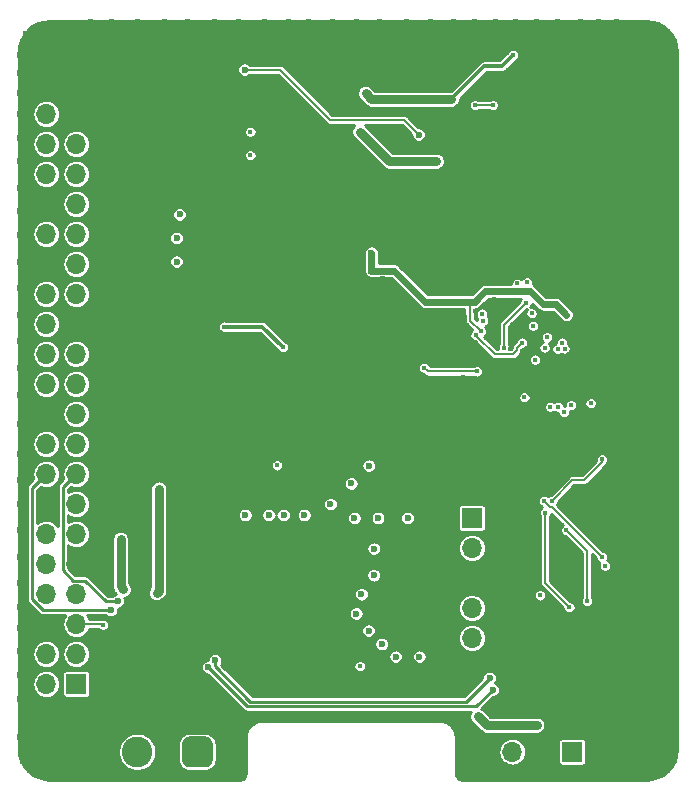
<source format=gbl>
G04 #@! TF.GenerationSoftware,KiCad,Pcbnew,(5.1.4)-1*
G04 #@! TF.CreationDate,2019-09-18T21:55:27+02:00*
G04 #@! TF.ProjectId,rf-receiver,72662d72-6563-4656-9976-65722e6b6963,rev?*
G04 #@! TF.SameCoordinates,Original*
G04 #@! TF.FileFunction,Copper,L4,Bot*
G04 #@! TF.FilePolarity,Positive*
%FSLAX46Y46*%
G04 Gerber Fmt 4.6, Leading zero omitted, Abs format (unit mm)*
G04 Created by KiCad (PCBNEW (5.1.4)-1) date 2019-09-18 21:55:27*
%MOMM*%
%LPD*%
G04 APERTURE LIST*
%ADD10O,1.700000X1.700000*%
%ADD11R,1.700000X1.700000*%
%ADD12C,2.600000*%
%ADD13C,0.100000*%
%ADD14C,5.400000*%
%ADD15R,5.080000X1.500000*%
%ADD16C,0.400000*%
%ADD17C,0.600000*%
%ADD18C,0.200000*%
%ADD19C,0.250000*%
%ADD20C,0.800000*%
%ADD21C,0.350000*%
%ADD22C,0.600000*%
%ADD23C,0.254000*%
G04 APERTURE END LIST*
D10*
X113750000Y-110370000D03*
X113750000Y-107830000D03*
X113750000Y-105290000D03*
X113750000Y-102750000D03*
D11*
X113750000Y-100210000D03*
D10*
X77710000Y-65990000D03*
X80250000Y-65990000D03*
X77710000Y-68530000D03*
X80250000Y-68530000D03*
X77710000Y-71070000D03*
X80250000Y-71070000D03*
X77710000Y-73610000D03*
X80250000Y-73610000D03*
X77710000Y-76150000D03*
X80250000Y-76150000D03*
X77710000Y-78690000D03*
X80250000Y-78690000D03*
X77710000Y-81230000D03*
X80250000Y-81230000D03*
X77710000Y-83770000D03*
X80250000Y-83770000D03*
X77710000Y-86310000D03*
X80250000Y-86310000D03*
X77710000Y-88850000D03*
X80250000Y-88850000D03*
X77710000Y-91390000D03*
X80250000Y-91390000D03*
X77710000Y-93930000D03*
X80250000Y-93930000D03*
X77710000Y-96470000D03*
X80250000Y-96470000D03*
X77710000Y-99010000D03*
X80250000Y-99010000D03*
X77710000Y-101550000D03*
X80250000Y-101550000D03*
X77710000Y-104090000D03*
X80250000Y-104090000D03*
X77710000Y-106630000D03*
X80250000Y-106630000D03*
X77710000Y-109170000D03*
X80250000Y-109170000D03*
X77710000Y-111710000D03*
X80250000Y-111710000D03*
X77710000Y-114250000D03*
D11*
X80250000Y-114250000D03*
D12*
X85420000Y-120000000D03*
D13*
G36*
X91213711Y-118703130D02*
G01*
X91276809Y-118712490D01*
X91338685Y-118727989D01*
X91398744Y-118749478D01*
X91456408Y-118776751D01*
X91511121Y-118809545D01*
X91562356Y-118847543D01*
X91609619Y-118890381D01*
X91652457Y-118937644D01*
X91690455Y-118988879D01*
X91723249Y-119043592D01*
X91750522Y-119101256D01*
X91772011Y-119161315D01*
X91787510Y-119223191D01*
X91796870Y-119286289D01*
X91800000Y-119350000D01*
X91800000Y-120650000D01*
X91796870Y-120713711D01*
X91787510Y-120776809D01*
X91772011Y-120838685D01*
X91750522Y-120898744D01*
X91723249Y-120956408D01*
X91690455Y-121011121D01*
X91652457Y-121062356D01*
X91609619Y-121109619D01*
X91562356Y-121152457D01*
X91511121Y-121190455D01*
X91456408Y-121223249D01*
X91398744Y-121250522D01*
X91338685Y-121272011D01*
X91276809Y-121287510D01*
X91213711Y-121296870D01*
X91150000Y-121300000D01*
X89850000Y-121300000D01*
X89786289Y-121296870D01*
X89723191Y-121287510D01*
X89661315Y-121272011D01*
X89601256Y-121250522D01*
X89543592Y-121223249D01*
X89488879Y-121190455D01*
X89437644Y-121152457D01*
X89390381Y-121109619D01*
X89347543Y-121062356D01*
X89309545Y-121011121D01*
X89276751Y-120956408D01*
X89249478Y-120898744D01*
X89227989Y-120838685D01*
X89212490Y-120776809D01*
X89203130Y-120713711D01*
X89200000Y-120650000D01*
X89200000Y-119350000D01*
X89203130Y-119286289D01*
X89212490Y-119223191D01*
X89227989Y-119161315D01*
X89249478Y-119101256D01*
X89276751Y-119043592D01*
X89309545Y-118988879D01*
X89347543Y-118937644D01*
X89390381Y-118890381D01*
X89437644Y-118847543D01*
X89488879Y-118809545D01*
X89543592Y-118776751D01*
X89601256Y-118749478D01*
X89661315Y-118727989D01*
X89723191Y-118712490D01*
X89786289Y-118703130D01*
X89850000Y-118700000D01*
X91150000Y-118700000D01*
X91213711Y-118703130D01*
X91213711Y-118703130D01*
G37*
D12*
X90500000Y-120000000D03*
D14*
X79000000Y-119250000D03*
X128000000Y-119250000D03*
X128000000Y-61250000D03*
X79000000Y-61250000D03*
D15*
X128750000Y-75000000D03*
X128750000Y-66500000D03*
D11*
X122250000Y-120000000D03*
D10*
X119710000Y-120000000D03*
X117170000Y-120000000D03*
D16*
X122400000Y-72900000D03*
X122400000Y-74200000D03*
X122400000Y-75300000D03*
X122400000Y-76300000D03*
X121300000Y-76400000D03*
X120000000Y-76400000D03*
X118800000Y-76400000D03*
X115300000Y-76400000D03*
X114100000Y-76400000D03*
X112900000Y-76400000D03*
X109700000Y-76500000D03*
X108700000Y-76500000D03*
X107600000Y-76500000D03*
X106600000Y-76500000D03*
X106100000Y-75800000D03*
X106100000Y-74800000D03*
X106100000Y-73900000D03*
X106100000Y-72900000D03*
X106100000Y-68100000D03*
X106100000Y-67100000D03*
X106100000Y-63800000D03*
X106100000Y-62800000D03*
X106100000Y-61900000D03*
X106100000Y-60900000D03*
X106400000Y-60100000D03*
X107500000Y-60100000D03*
X108500000Y-60100000D03*
X109600000Y-60100000D03*
X112600000Y-60100000D03*
X113300000Y-60100000D03*
X114200000Y-60100000D03*
X115000000Y-60100000D03*
X115800000Y-60100000D03*
X118700000Y-60100000D03*
X119600000Y-60100000D03*
X120600000Y-60100000D03*
X121500000Y-60100000D03*
X122400000Y-63800000D03*
X122400000Y-62800000D03*
X122400000Y-61800000D03*
X122400000Y-60900000D03*
X122400000Y-60100000D03*
X122400000Y-69900000D03*
X122400000Y-69200000D03*
X122400000Y-68300000D03*
X122400000Y-67500000D03*
X122400000Y-66700000D03*
X130200000Y-110700000D03*
X129000000Y-111500000D03*
X127900000Y-111500000D03*
X124900000Y-111500000D03*
X123900000Y-111500000D03*
X123000000Y-111500000D03*
X122000000Y-111500000D03*
X118800000Y-111500000D03*
X117700000Y-111500000D03*
X116700000Y-111300000D03*
X116800000Y-106500000D03*
X116800000Y-105600000D03*
X116700000Y-104800000D03*
X116800000Y-103700000D03*
X116800000Y-100700000D03*
X116800000Y-99800000D03*
X117100000Y-99000000D03*
X117900000Y-99000000D03*
X118800000Y-99000000D03*
X124900000Y-99000000D03*
X123800000Y-99000000D03*
X122900000Y-99000000D03*
X122000000Y-99000000D03*
X129300000Y-89200000D03*
X129300000Y-88300000D03*
X129200000Y-87300000D03*
X129200000Y-86300000D03*
X129200000Y-82700000D03*
X129300000Y-81400000D03*
X129300000Y-80500000D03*
X129000000Y-79600000D03*
X127700000Y-79600000D03*
X126600000Y-79600000D03*
X125600000Y-79600000D03*
X122200000Y-79600000D03*
X120800000Y-79600000D03*
X119600000Y-79600000D03*
X113000000Y-86400000D03*
X113000000Y-87300000D03*
X113000000Y-88300000D03*
X113000000Y-89200000D03*
X112900000Y-92400000D03*
X112900000Y-93700000D03*
X113000000Y-94800000D03*
X113000000Y-95900000D03*
X114000000Y-95900000D03*
X115100000Y-95900000D03*
X116400000Y-95900000D03*
X120100000Y-95900000D03*
X121500000Y-95900000D03*
X122500000Y-95900000D03*
X126600000Y-96000000D03*
X128200000Y-96000000D03*
X129200000Y-96000000D03*
X129200000Y-94900000D03*
X129200000Y-93700000D03*
X129200000Y-92400000D03*
D17*
X109250000Y-67750000D03*
X94500000Y-62250000D03*
D16*
X118200000Y-90000000D03*
X117600000Y-80349990D03*
X109700000Y-87500000D03*
X114200000Y-87800000D03*
X119100000Y-86800000D03*
X118393201Y-80256789D03*
D17*
X128250000Y-99000000D03*
X130250000Y-99000000D03*
X130250000Y-100750000D03*
X130250000Y-103750000D03*
X130250000Y-105250000D03*
X130250000Y-106750000D03*
X130250000Y-109750000D03*
X130250000Y-111500000D03*
D16*
X113000000Y-82800000D03*
X113000000Y-81250000D03*
X113000000Y-80250000D03*
X113750000Y-79500000D03*
X115000000Y-79500000D03*
X116500000Y-79500000D03*
X125250000Y-119750000D03*
X118000000Y-106750000D03*
X117750000Y-105000000D03*
X117750000Y-109750000D03*
X118250000Y-110500000D03*
X97250000Y-66500000D03*
X95500000Y-66500000D03*
X97000000Y-68500000D03*
X99000000Y-66250000D03*
X88500000Y-77500000D03*
X88000000Y-71750000D03*
X86250000Y-71750000D03*
X84500000Y-71750000D03*
X107500000Y-62750000D03*
X109750000Y-62500000D03*
X111500000Y-60750000D03*
X112250000Y-61250000D03*
X112250000Y-105000000D03*
X115250000Y-105250000D03*
X112000000Y-107250000D03*
X98500000Y-85750000D03*
X99250000Y-82750000D03*
D17*
X85500000Y-105250000D03*
X100250000Y-103000000D03*
X99750000Y-106750000D03*
X101750000Y-109250000D03*
D16*
X86500000Y-97000000D03*
X85500000Y-93750000D03*
X88500000Y-94000000D03*
X91000000Y-94000000D03*
X105093201Y-62206789D03*
X106500000Y-65850021D03*
X90250000Y-79750000D03*
X90250000Y-82250000D03*
X90250000Y-86000000D03*
X90250000Y-87500000D03*
X91250000Y-89000000D03*
X92500000Y-89000000D03*
X122750000Y-114750000D03*
X118250000Y-113750000D03*
X124000000Y-95250000D03*
X121000000Y-94250000D03*
D17*
X130250000Y-112750000D03*
X130250000Y-108250000D03*
X130250000Y-102250000D03*
X130250000Y-97500000D03*
X127750000Y-97500000D03*
X126250000Y-97250000D03*
X124750000Y-97500000D03*
X122500000Y-97750000D03*
X120750000Y-97250000D03*
X130500000Y-95500000D03*
X130500000Y-93250000D03*
X130500000Y-91250000D03*
X130500000Y-88750000D03*
X130500000Y-86250000D03*
X130500000Y-83750000D03*
X130500000Y-81000000D03*
X130500000Y-78750000D03*
X129250000Y-78250000D03*
X127000000Y-78250000D03*
X130500000Y-76750000D03*
X129000000Y-76750000D03*
X127500000Y-76750000D03*
X126000000Y-76750000D03*
X125250000Y-76000000D03*
X125250000Y-74750000D03*
X126000000Y-73500000D03*
X127250000Y-73500000D03*
X128500000Y-73500000D03*
X129500000Y-73500000D03*
X130750000Y-73500000D03*
X130750000Y-67750000D03*
X129750000Y-67750000D03*
X128750000Y-67750000D03*
X127750000Y-67750000D03*
X126750000Y-67750000D03*
X126000000Y-67500000D03*
X125750000Y-66750000D03*
X125750000Y-66000000D03*
X126250000Y-65250000D03*
X127250000Y-65250000D03*
X128000000Y-65250000D03*
X129000000Y-65250000D03*
X129750000Y-65250000D03*
X130750000Y-65250000D03*
X125500000Y-74000000D03*
X131000000Y-63250000D03*
X131000000Y-64250000D03*
X126000000Y-64250000D03*
X125000000Y-63250000D03*
X124500000Y-62000000D03*
X124500000Y-60750000D03*
X125000000Y-59250000D03*
X126000000Y-58250000D03*
X124500000Y-58250000D03*
X123000000Y-58250000D03*
X121000000Y-58250000D03*
X119250000Y-58250000D03*
X117500000Y-58250000D03*
X115750000Y-58250000D03*
X114000000Y-58250000D03*
X112250000Y-58250000D03*
X110250000Y-58250000D03*
X108250000Y-58250000D03*
X106000000Y-58250000D03*
X104000000Y-58250000D03*
X102000000Y-58250000D03*
X100000000Y-58250000D03*
X98250000Y-58250000D03*
X96250000Y-58250000D03*
X94000000Y-58250000D03*
X92000000Y-58250000D03*
X89750000Y-58250000D03*
X87750000Y-58250000D03*
X85500000Y-58250000D03*
X83250000Y-58250000D03*
X81500000Y-58250000D03*
X76000000Y-59250000D03*
X75500000Y-61000000D03*
X75500000Y-62500000D03*
X75500000Y-64250000D03*
X82750000Y-59750000D03*
X83250000Y-63500000D03*
X82250000Y-63000000D03*
X83500000Y-66250000D03*
X82500000Y-66250000D03*
X82500000Y-67250000D03*
X82500000Y-68250000D03*
X82500000Y-69250000D03*
X83500000Y-69250000D03*
X84250000Y-63500000D03*
X82500000Y-60500000D03*
X83500000Y-60500000D03*
X84750000Y-60500000D03*
X75500000Y-66000000D03*
X75500000Y-68000000D03*
X75500000Y-70000000D03*
X75500000Y-72250000D03*
X75500000Y-74250000D03*
X75500000Y-76250000D03*
X75500000Y-78500000D03*
X75500000Y-80750000D03*
X75500000Y-83000000D03*
X75500000Y-85250000D03*
X75500000Y-87500000D03*
X75500000Y-89750000D03*
X75500000Y-92250000D03*
X75500000Y-94750000D03*
X75500000Y-97000000D03*
X75500000Y-99000000D03*
X75500000Y-101250000D03*
X75500000Y-103500000D03*
X75500000Y-105750000D03*
X75500000Y-107750000D03*
X75500000Y-109500000D03*
X75500000Y-111500000D03*
X75500000Y-113500000D03*
X75500000Y-115500000D03*
X76750000Y-116250000D03*
X75750000Y-117250000D03*
X75500000Y-118750000D03*
X75750000Y-120750000D03*
X81250000Y-122250000D03*
X83000000Y-122250000D03*
X85000000Y-122250000D03*
X87250000Y-122250000D03*
X89250000Y-122250000D03*
X91750000Y-122250000D03*
X93750000Y-122250000D03*
X94500000Y-120750000D03*
X94500000Y-119250000D03*
X94750000Y-117500000D03*
X97250000Y-117000000D03*
X99000000Y-117000000D03*
X100500000Y-117000000D03*
X102500000Y-117250000D03*
X104250000Y-117000000D03*
X105750000Y-117000000D03*
X107500000Y-117000000D03*
X111000000Y-117000000D03*
X112250000Y-117500000D03*
X112750000Y-118750000D03*
X112750000Y-120250000D03*
X112750000Y-121750000D03*
X114000000Y-122250000D03*
X116000000Y-122250000D03*
X118000000Y-122250000D03*
X119750000Y-122250000D03*
X121750000Y-122250000D03*
X123500000Y-122250000D03*
X125750000Y-122250000D03*
X124750000Y-121000000D03*
X124250000Y-119250000D03*
X124500000Y-117500000D03*
X126000000Y-116000000D03*
X127750000Y-115500000D03*
X129250000Y-115750000D03*
X130500000Y-116500000D03*
X131000000Y-117250000D03*
X131000000Y-113500000D03*
X131000000Y-114750000D03*
X131000000Y-115750000D03*
X104750000Y-60000000D03*
X104250000Y-61500000D03*
X104500000Y-63000000D03*
X102750000Y-60000000D03*
X100500000Y-60000000D03*
X98250000Y-60000000D03*
X96250000Y-59750000D03*
X98250000Y-61500000D03*
X100000000Y-62500000D03*
X101250000Y-64000000D03*
X102500000Y-65250000D03*
X103000000Y-62750000D03*
X101500000Y-61500000D03*
X99750000Y-68750000D03*
X102250000Y-68750000D03*
X103750000Y-70000000D03*
X103750000Y-72500000D03*
X101500000Y-72500000D03*
X99250000Y-72500000D03*
X96750000Y-72500000D03*
X94250000Y-72500000D03*
X92000000Y-72500000D03*
X90000000Y-72750000D03*
X101250000Y-70500000D03*
X98500000Y-70750000D03*
X95500000Y-70750000D03*
X92750000Y-70750000D03*
X90000000Y-70750000D03*
X94250000Y-65500000D03*
X93750000Y-62750000D03*
X92000000Y-62500000D03*
X90750000Y-64000000D03*
X93250000Y-64000000D03*
X90250000Y-65750000D03*
X93000000Y-66500000D03*
X90500000Y-67750000D03*
X93000000Y-68250000D03*
X91500000Y-69250000D03*
X88750000Y-70000000D03*
X87250000Y-70500000D03*
X85500000Y-70500000D03*
X83250000Y-70500000D03*
X82750000Y-72000000D03*
X83250000Y-73000000D03*
X82750000Y-74750000D03*
X82750000Y-77000000D03*
X82750000Y-78750000D03*
X84500000Y-80000000D03*
X86250000Y-81500000D03*
X83000000Y-81250000D03*
X87500000Y-79750000D03*
X89000000Y-81250000D03*
X90000000Y-78500000D03*
X90000000Y-76500000D03*
X100500000Y-75750000D03*
X102250000Y-76250000D03*
X102500000Y-78000000D03*
X100750000Y-77250000D03*
X101750000Y-80250000D03*
X100500000Y-81750000D03*
X102500000Y-82500000D03*
X102500000Y-84250000D03*
X102500000Y-86250000D03*
X101250000Y-86750000D03*
X99500000Y-86750000D03*
X97250000Y-86750000D03*
X96500000Y-85750000D03*
X100500000Y-85250000D03*
X101250000Y-83750000D03*
X94750000Y-89250000D03*
X96750000Y-89250000D03*
X98500000Y-89250000D03*
X100500000Y-89250000D03*
X102750000Y-89250000D03*
X104750000Y-89250000D03*
X106500000Y-77750000D03*
X108500000Y-77750000D03*
X110250000Y-77750000D03*
X112000000Y-77750000D03*
X114000000Y-77750000D03*
X116250000Y-77750000D03*
X107500000Y-71000000D03*
X107500000Y-72750000D03*
X107500000Y-74250000D03*
X108500000Y-75000000D03*
X110750000Y-75000000D03*
X113000000Y-75000000D03*
X110750000Y-73250000D03*
X110000000Y-71750000D03*
X109000000Y-73500000D03*
X108500000Y-71000000D03*
X106250000Y-71250000D03*
X121250000Y-75250000D03*
X119500000Y-75250000D03*
X118500000Y-74250000D03*
X117250000Y-72750000D03*
X118500000Y-72000000D03*
X120500000Y-72000000D03*
X121250000Y-73250000D03*
X119500000Y-73250000D03*
X123500000Y-76250000D03*
X123500000Y-74500000D03*
X123500000Y-73000000D03*
X123500000Y-71500000D03*
X123500000Y-69750000D03*
X123500000Y-68250000D03*
X122250000Y-71250000D03*
X116000000Y-67500000D03*
X117000000Y-74500000D03*
X115500000Y-73000000D03*
X114500000Y-73250000D03*
X113750000Y-61000000D03*
X115250000Y-61000000D03*
X113250000Y-67500000D03*
X107500000Y-67250000D03*
X111750000Y-79250000D03*
X111750000Y-81000000D03*
X111750000Y-82750000D03*
X110000000Y-81000000D03*
X110250000Y-79250000D03*
X108500000Y-79250000D03*
X106250000Y-80000000D03*
X107500000Y-81000000D03*
X109500000Y-83000000D03*
X110750000Y-84250000D03*
X106250000Y-81500000D03*
X106250000Y-83250000D03*
X106250000Y-84750000D03*
X106250000Y-86500000D03*
X107500000Y-85250000D03*
X108000000Y-88750000D03*
X109250000Y-88250000D03*
X109750000Y-90500000D03*
X111500000Y-92250000D03*
X112750000Y-91000000D03*
X112750000Y-97000000D03*
X114250000Y-97000000D03*
X115750000Y-97000000D03*
X117500000Y-97000000D03*
X115000000Y-106250000D03*
X112750000Y-106500000D03*
X112250000Y-105750000D03*
X115250000Y-103500000D03*
X118750000Y-103000000D03*
X117750000Y-103000000D03*
X116000000Y-103000000D03*
X119000000Y-100000000D03*
X117750000Y-100000000D03*
X117750000Y-101000000D03*
X115750000Y-100250000D03*
X115750000Y-99000000D03*
X116500000Y-98000000D03*
X118000000Y-98000000D03*
X119000000Y-98000000D03*
X128250000Y-100250000D03*
X129250000Y-101000000D03*
X129250000Y-102500000D03*
X128000000Y-102750000D03*
X129000000Y-103750000D03*
X129000000Y-104750000D03*
X129000000Y-105500000D03*
X129000000Y-106500000D03*
X129000000Y-107500000D03*
X129000000Y-110000000D03*
X129000000Y-108750000D03*
X128000000Y-107500000D03*
X128000000Y-108750000D03*
X128000000Y-110250000D03*
X126000000Y-111000000D03*
X127000000Y-112000000D03*
X129250000Y-112750000D03*
X128250000Y-112750000D03*
X125250000Y-112750000D03*
X124000000Y-112750000D03*
X122250000Y-112750000D03*
X121000000Y-112750000D03*
X119250000Y-112750000D03*
X120000000Y-111000000D03*
X121000000Y-111750000D03*
X115500000Y-112250000D03*
X124000000Y-114000000D03*
X128250000Y-114250000D03*
X126250000Y-114250000D03*
X124000000Y-115750000D03*
X114000000Y-119000000D03*
X114750000Y-120750000D03*
X97000000Y-90500000D03*
X98000000Y-92250000D03*
X98250000Y-94500000D03*
X99000000Y-95750000D03*
X100750000Y-94250000D03*
X102750000Y-92750000D03*
X100250000Y-92000000D03*
X99000000Y-90500000D03*
X101750000Y-90750000D03*
X104500000Y-90750000D03*
X107000000Y-90500000D03*
X108250000Y-91750000D03*
X105500000Y-91750000D03*
X92750000Y-90750000D03*
X91500000Y-91750000D03*
X91500000Y-93000000D03*
X92000000Y-96500000D03*
X89000000Y-96750000D03*
X89250000Y-97750000D03*
X96250000Y-96500000D03*
X97250000Y-97000000D03*
X85250000Y-107750000D03*
X86250000Y-107750000D03*
X87250000Y-107750000D03*
X84750000Y-108500000D03*
X84750000Y-109750000D03*
X85000000Y-110750000D03*
X85750000Y-111250000D03*
X87000000Y-111250000D03*
X93500000Y-116750000D03*
X93250000Y-118750000D03*
X93000000Y-120750000D03*
X98250000Y-114750000D03*
X98500000Y-110250000D03*
X97750000Y-112500000D03*
X95750000Y-112250000D03*
X94000000Y-112250000D03*
X104250000Y-114750000D03*
X100750000Y-114750000D03*
X101000000Y-112500000D03*
X100250000Y-104250000D03*
X100500000Y-105750000D03*
X101750000Y-106750000D03*
X108750000Y-106000000D03*
X110000000Y-106000000D03*
X110250000Y-104000000D03*
X82000000Y-117250000D03*
X82750000Y-118750000D03*
X82500000Y-120250000D03*
D16*
X121300000Y-81500000D03*
X121400000Y-80800000D03*
X115900000Y-85300000D03*
X119000000Y-82300000D03*
X115600000Y-81700000D03*
X114000000Y-82700000D03*
X114000000Y-80600000D03*
X122400000Y-80800000D03*
X123700000Y-80700000D03*
X125400000Y-80800000D03*
X126700000Y-80800000D03*
X127900000Y-80900000D03*
X128000000Y-82200000D03*
X128000000Y-83700000D03*
X128000000Y-84900000D03*
X126800000Y-85000000D03*
X125600000Y-85000000D03*
X124200000Y-84200000D03*
X123300000Y-83200000D03*
X122400000Y-82100000D03*
X124000000Y-81700000D03*
X124900000Y-83100000D03*
X126700000Y-83800000D03*
X126800000Y-82000000D03*
X125600000Y-82000000D03*
X124300000Y-86500000D03*
X125000000Y-87500000D03*
X125000000Y-88700000D03*
X124300000Y-89200000D03*
X124500000Y-90200000D03*
X125100000Y-91200000D03*
X126200000Y-91500000D03*
X127800000Y-91600000D03*
X128000000Y-90600000D03*
X128000000Y-89500000D03*
X127100000Y-90500000D03*
X126600000Y-89500000D03*
X125500000Y-89900000D03*
X123300000Y-91100000D03*
X120300000Y-91700000D03*
X119200000Y-91100000D03*
X117300000Y-91400000D03*
X115800000Y-91600000D03*
X114400000Y-91600000D03*
X114000000Y-90600000D03*
X115400000Y-90600000D03*
X117100000Y-90600000D03*
X117900000Y-89500000D03*
X116800000Y-89500000D03*
X115700000Y-89500000D03*
X114600000Y-89500000D03*
X114100000Y-88600000D03*
X115300000Y-88300000D03*
X116700000Y-88300000D03*
X117900000Y-88300000D03*
X117200000Y-87300000D03*
X116100000Y-87300000D03*
X114900000Y-87300000D03*
X114000000Y-87000000D03*
X114100000Y-86100000D03*
X115000000Y-86400000D03*
X111200000Y-85400000D03*
X109400000Y-86500000D03*
X115400000Y-94100000D03*
X115400000Y-94800000D03*
X119100000Y-94000000D03*
X119100000Y-94700000D03*
X126600000Y-93800000D03*
X126600000Y-94500000D03*
X116770000Y-110175000D03*
X118000000Y-86100000D03*
X117000000Y-85900000D03*
X130800000Y-69400000D03*
X129800000Y-69400000D03*
X128700000Y-69400000D03*
X127500000Y-69400000D03*
X126400000Y-69400000D03*
X126400000Y-72000000D03*
X127500000Y-72000000D03*
X128700000Y-72000000D03*
X129800000Y-72000000D03*
X130800000Y-72000000D03*
X125600000Y-70200000D03*
X125100000Y-69700000D03*
X124500000Y-69100000D03*
X124100000Y-68700000D03*
X125800000Y-68900000D03*
X125300000Y-68400000D03*
X124700000Y-67800000D03*
X124300000Y-67200000D03*
X124100000Y-66400000D03*
X123600000Y-65900000D03*
X123100000Y-65400000D03*
X122500000Y-65000000D03*
X122000000Y-64600000D03*
X121400000Y-64000000D03*
X120600000Y-64600000D03*
X121100000Y-65100000D03*
X121600000Y-65600000D03*
X123800000Y-90500000D03*
X120100000Y-84900000D03*
X117993826Y-85357415D03*
X114059990Y-84730007D03*
D17*
X96550000Y-99950000D03*
X99550000Y-99950000D03*
X97800000Y-99950000D03*
X103800000Y-100200000D03*
X105800000Y-100200000D03*
X105450000Y-102800000D03*
X105450000Y-105050000D03*
X105025000Y-95775000D03*
X103525000Y-97275000D03*
D16*
X95000000Y-69500000D03*
X95000000Y-67500000D03*
D17*
X108300000Y-100200000D03*
X104400000Y-106650000D03*
X103950000Y-108300000D03*
X105006489Y-109743511D03*
X106131489Y-110868511D03*
X107300000Y-111950000D03*
X109300000Y-111950000D03*
X94550000Y-99950000D03*
X101775000Y-99025000D03*
X89000000Y-74500000D03*
X88750000Y-76500000D03*
X88750000Y-78500000D03*
X83750000Y-107250000D03*
X92000000Y-112250000D03*
X115250000Y-113750000D03*
D16*
X122000000Y-107750000D03*
X119949987Y-99750000D03*
X120500000Y-98750000D03*
X124750000Y-95250000D03*
D17*
X115500000Y-114750000D03*
X83174990Y-108000000D03*
X91431353Y-112835308D03*
D16*
X114000000Y-65250000D03*
X115500000Y-65250000D03*
X122125192Y-90653434D03*
X121400000Y-85350010D03*
X121550000Y-91250000D03*
X119900000Y-85800012D03*
D17*
X84000000Y-102000000D03*
X84250000Y-106250000D03*
X87250000Y-97750000D03*
X87049999Y-106549999D03*
D16*
X119500000Y-106750000D03*
X104250000Y-112750000D03*
X124750000Y-103500000D03*
X119850003Y-98763586D03*
X121000000Y-85900000D03*
X120400000Y-90800000D03*
X121750000Y-101250000D03*
X123500000Y-107250000D03*
X121039917Y-90799990D03*
X121592276Y-85865319D03*
X118300000Y-82000000D03*
X116449987Y-85800000D03*
X114600000Y-82900000D03*
X118924889Y-83938699D03*
X112000000Y-64750000D03*
X117250000Y-61000000D03*
D17*
X104250000Y-67500000D03*
X110750000Y-70000000D03*
X104750000Y-64250000D03*
X105250000Y-77750000D03*
X105250000Y-79250000D03*
D16*
X114250000Y-117000000D03*
X119250000Y-117750000D03*
X114300000Y-81600000D03*
X121750000Y-83000000D03*
X114500000Y-84400000D03*
X97250000Y-95750000D03*
X125000000Y-104250000D03*
X118800000Y-82888688D03*
X114700000Y-83499989D03*
X82500000Y-109250000D03*
X92750000Y-84000000D03*
X97750000Y-85750000D03*
D18*
X94924264Y-62250000D02*
X94500000Y-62250000D01*
X109250000Y-67750000D02*
X108000000Y-66500000D01*
X101750000Y-66500000D02*
X97500000Y-62250000D01*
X97500000Y-62250000D02*
X94924264Y-62250000D01*
X108000000Y-66500000D02*
X101750000Y-66500000D01*
X109700000Y-87500000D02*
X110000000Y-87800000D01*
X110000000Y-87800000D02*
X114200000Y-87800000D01*
X113750000Y-105290000D02*
X112540000Y-105290000D01*
X112540000Y-105290000D02*
X112250000Y-105000000D01*
X114259989Y-84930006D02*
X114059990Y-84730007D01*
X117993826Y-85357415D02*
X117550001Y-85801240D01*
X117550001Y-85801240D02*
X117550001Y-86016001D01*
X115679984Y-86350001D02*
X114259989Y-84930006D01*
X117216001Y-86350001D02*
X115679984Y-86350001D01*
X117550001Y-86016001D02*
X117216001Y-86350001D01*
D19*
X79124999Y-104630001D02*
X79994998Y-105500000D01*
X80250000Y-96470000D02*
X79124999Y-97595001D01*
X79124999Y-97595001D02*
X79124999Y-104630001D01*
X79994998Y-105500000D02*
X81000000Y-105500000D01*
X81000000Y-105500000D02*
X82750000Y-107250000D01*
X82750000Y-107250000D02*
X83750000Y-107250000D01*
X92000000Y-112250000D02*
X92000000Y-112750000D01*
X92000000Y-112750000D02*
X95000000Y-115750000D01*
X95000000Y-115750000D02*
X113250000Y-115750000D01*
X113250000Y-115750000D02*
X115250000Y-113750000D01*
D18*
X119949987Y-100032842D02*
X119949987Y-99750000D01*
X119949987Y-105699987D02*
X119949987Y-100032842D01*
X122000000Y-107750000D02*
X119949987Y-105699987D01*
X120500000Y-98750000D02*
X122250000Y-97000000D01*
X122250000Y-97000000D02*
X123250000Y-97000000D01*
X123250000Y-97000000D02*
X124750000Y-95500000D01*
X124750000Y-95500000D02*
X124750000Y-95250000D01*
D19*
X82750726Y-108000000D02*
X83174990Y-108000000D01*
X77710000Y-96470000D02*
X76500000Y-97680000D01*
X76500000Y-97680000D02*
X76500000Y-107085002D01*
X77414998Y-108000000D02*
X82750726Y-108000000D01*
X76500000Y-107085002D02*
X77414998Y-108000000D01*
X114099989Y-116150011D02*
X94746056Y-116150011D01*
X115500000Y-114750000D02*
X114099989Y-116150011D01*
X91731352Y-113135307D02*
X91431353Y-112835308D01*
X94746056Y-116150011D02*
X91731352Y-113135307D01*
D18*
X114000000Y-65250000D02*
X115500000Y-65250000D01*
D20*
X84000000Y-102000000D02*
X84000000Y-106000000D01*
X84000000Y-106000000D02*
X84250000Y-106250000D01*
X87250000Y-106349998D02*
X87049999Y-106549999D01*
X87250000Y-97750000D02*
X87250000Y-106349998D01*
D18*
X124750000Y-103500000D02*
X120497495Y-99247495D01*
X120050002Y-98963585D02*
X119850003Y-98763586D01*
X120333912Y-99247495D02*
X120050002Y-98963585D01*
X120497495Y-99247495D02*
X120333912Y-99247495D01*
X123500000Y-103000000D02*
X123500000Y-106967158D01*
X123500000Y-106967158D02*
X123500000Y-107250000D01*
X121750000Y-101250000D02*
X123500000Y-103000000D01*
X116449987Y-85517158D02*
X116449987Y-85800000D01*
X118300000Y-82000000D02*
X116449987Y-83850013D01*
X116449987Y-83850013D02*
X116449987Y-85517158D01*
D21*
X116287500Y-61962500D02*
X117250000Y-61000000D01*
X112000000Y-64750000D02*
X114787500Y-61962500D01*
X114787500Y-61962500D02*
X116287500Y-61962500D01*
D20*
X104250000Y-67500000D02*
X106750000Y-70000000D01*
X106750000Y-70000000D02*
X110750000Y-70000000D01*
X105250000Y-64750000D02*
X104750000Y-64250000D01*
X112000000Y-64750000D02*
X105250000Y-64750000D01*
D22*
X105250000Y-77750000D02*
X105250000Y-79250000D01*
D20*
X115000000Y-117750000D02*
X114250000Y-117000000D01*
X119250000Y-117750000D02*
X115000000Y-117750000D01*
D22*
X105250000Y-79250000D02*
X107150000Y-79250000D01*
X107150000Y-79250000D02*
X109800000Y-81900000D01*
X109800000Y-81900000D02*
X112700000Y-81900000D01*
X114000000Y-81900000D02*
X114300000Y-81600000D01*
X120850000Y-82100000D02*
X121750000Y-83000000D01*
X119750000Y-82100000D02*
X120850000Y-82100000D01*
X118650000Y-81000000D02*
X119750000Y-82100000D01*
X114300000Y-81600000D02*
X114900000Y-81000000D01*
X114900000Y-81000000D02*
X118650000Y-81000000D01*
D18*
X114500000Y-84400000D02*
X113600000Y-83500000D01*
X113549999Y-81950001D02*
X113600000Y-81900000D01*
X113549999Y-82916001D02*
X113549999Y-81950001D01*
X113600000Y-82966002D02*
X113549999Y-82916001D01*
X113600000Y-83500000D02*
X113600000Y-82966002D01*
D22*
X112700000Y-81900000D02*
X113600000Y-81900000D01*
X113600000Y-81900000D02*
X114000000Y-81900000D01*
D18*
X82420000Y-109170000D02*
X82500000Y-109250000D01*
X80250000Y-109170000D02*
X82420000Y-109170000D01*
D21*
X92750000Y-84000000D02*
X96000000Y-84000000D01*
X96000000Y-84000000D02*
X97750000Y-85750000D01*
D23*
G36*
X129009124Y-58178729D02*
G01*
X129498860Y-58326587D01*
X129950547Y-58566754D01*
X130346983Y-58890080D01*
X130673065Y-59284245D01*
X130916380Y-59734248D01*
X131067655Y-60222937D01*
X131122996Y-60749468D01*
X131123000Y-60750740D01*
X131123001Y-119731548D01*
X131071271Y-120259124D01*
X130923411Y-120748862D01*
X130683248Y-121200544D01*
X130359920Y-121596983D01*
X129965755Y-121923065D01*
X129515752Y-122166380D01*
X129027065Y-122317655D01*
X128500532Y-122372996D01*
X128499260Y-122373000D01*
X113018442Y-122373000D01*
X112879341Y-122359361D01*
X112763280Y-122324319D01*
X112656239Y-122267405D01*
X112562288Y-122190781D01*
X112485009Y-122097368D01*
X112427346Y-121990722D01*
X112391496Y-121874909D01*
X112377000Y-121736991D01*
X112377000Y-120000000D01*
X115987306Y-120000000D01*
X116010031Y-120230732D01*
X116077333Y-120452597D01*
X116186626Y-120657070D01*
X116333709Y-120836291D01*
X116512930Y-120983374D01*
X116717403Y-121092667D01*
X116939268Y-121159969D01*
X117112188Y-121177000D01*
X117227812Y-121177000D01*
X117400732Y-121159969D01*
X117622597Y-121092667D01*
X117827070Y-120983374D01*
X118006291Y-120836291D01*
X118153374Y-120657070D01*
X118262667Y-120452597D01*
X118329969Y-120230732D01*
X118352694Y-120000000D01*
X118329969Y-119769268D01*
X118262667Y-119547403D01*
X118153374Y-119342930D01*
X118006291Y-119163709D01*
X117989587Y-119150000D01*
X121071418Y-119150000D01*
X121071418Y-120850000D01*
X121077732Y-120914103D01*
X121096430Y-120975743D01*
X121126794Y-121032550D01*
X121167657Y-121082343D01*
X121217450Y-121123206D01*
X121274257Y-121153570D01*
X121335897Y-121172268D01*
X121400000Y-121178582D01*
X123100000Y-121178582D01*
X123164103Y-121172268D01*
X123225743Y-121153570D01*
X123282550Y-121123206D01*
X123332343Y-121082343D01*
X123373206Y-121032550D01*
X123403570Y-120975743D01*
X123422268Y-120914103D01*
X123428582Y-120850000D01*
X123428582Y-119150000D01*
X123422268Y-119085897D01*
X123403570Y-119024257D01*
X123373206Y-118967450D01*
X123332343Y-118917657D01*
X123282550Y-118876794D01*
X123225743Y-118846430D01*
X123164103Y-118827732D01*
X123100000Y-118821418D01*
X121400000Y-118821418D01*
X121335897Y-118827732D01*
X121274257Y-118846430D01*
X121217450Y-118876794D01*
X121167657Y-118917657D01*
X121126794Y-118967450D01*
X121096430Y-119024257D01*
X121077732Y-119085897D01*
X121071418Y-119150000D01*
X117989587Y-119150000D01*
X117827070Y-119016626D01*
X117622597Y-118907333D01*
X117400732Y-118840031D01*
X117227812Y-118823000D01*
X117112188Y-118823000D01*
X116939268Y-118840031D01*
X116717403Y-118907333D01*
X116512930Y-119016626D01*
X116333709Y-119163709D01*
X116186626Y-119342930D01*
X116077333Y-119547403D01*
X116010031Y-119769268D01*
X115987306Y-120000000D01*
X112377000Y-120000000D01*
X112377000Y-118731481D01*
X112375381Y-118715041D01*
X112375424Y-118708849D01*
X112374911Y-118703610D01*
X112354510Y-118509514D01*
X112347634Y-118476017D01*
X112341236Y-118442480D01*
X112339715Y-118437440D01*
X112282003Y-118251002D01*
X112268761Y-118219500D01*
X112255962Y-118187822D01*
X112253491Y-118183174D01*
X112160666Y-118011497D01*
X112141570Y-117983186D01*
X112122848Y-117954577D01*
X112119521Y-117950497D01*
X111995117Y-117800120D01*
X111970883Y-117776055D01*
X111946965Y-117751631D01*
X111942909Y-117748275D01*
X111791667Y-117624925D01*
X111763200Y-117606011D01*
X111735013Y-117586712D01*
X111730383Y-117584208D01*
X111558060Y-117492583D01*
X111526533Y-117479589D01*
X111495064Y-117466101D01*
X111490035Y-117464545D01*
X111303199Y-117408135D01*
X111269640Y-117401490D01*
X111236258Y-117394395D01*
X111231023Y-117393844D01*
X111036789Y-117374799D01*
X111036785Y-117374799D01*
X111018519Y-117373000D01*
X95981481Y-117373000D01*
X95965041Y-117374619D01*
X95958849Y-117374576D01*
X95953610Y-117375089D01*
X95759514Y-117395490D01*
X95726017Y-117402366D01*
X95692480Y-117408764D01*
X95687442Y-117410284D01*
X95687436Y-117410286D01*
X95501002Y-117467997D01*
X95469500Y-117481239D01*
X95437822Y-117494038D01*
X95433174Y-117496509D01*
X95261497Y-117589334D01*
X95233186Y-117608430D01*
X95204577Y-117627152D01*
X95200497Y-117630479D01*
X95050120Y-117754883D01*
X95026055Y-117779117D01*
X95001631Y-117803035D01*
X94998275Y-117807091D01*
X94874925Y-117958333D01*
X94856011Y-117986800D01*
X94836712Y-118014987D01*
X94834208Y-118019617D01*
X94742583Y-118191940D01*
X94729589Y-118223467D01*
X94716101Y-118254936D01*
X94714545Y-118259965D01*
X94658135Y-118446801D01*
X94651490Y-118480360D01*
X94644395Y-118513742D01*
X94643844Y-118518977D01*
X94624799Y-118713211D01*
X94624799Y-118713216D01*
X94623000Y-118731482D01*
X94623001Y-121731548D01*
X94609361Y-121870659D01*
X94574319Y-121986720D01*
X94517405Y-122093761D01*
X94440781Y-122187712D01*
X94347368Y-122264991D01*
X94240722Y-122322654D01*
X94124909Y-122358504D01*
X93986991Y-122373000D01*
X78018442Y-122373000D01*
X77490876Y-122321271D01*
X77001138Y-122173411D01*
X76549456Y-121933248D01*
X76153017Y-121609920D01*
X75826935Y-121215755D01*
X75583620Y-120765752D01*
X75432345Y-120277065D01*
X75386382Y-119839755D01*
X83793000Y-119839755D01*
X83793000Y-120160245D01*
X83855525Y-120474578D01*
X83978172Y-120770673D01*
X84156227Y-121037152D01*
X84382848Y-121263773D01*
X84649327Y-121441828D01*
X84945422Y-121564475D01*
X85259755Y-121627000D01*
X85580245Y-121627000D01*
X85894578Y-121564475D01*
X86190673Y-121441828D01*
X86457152Y-121263773D01*
X86683773Y-121037152D01*
X86861828Y-120770673D01*
X86984475Y-120474578D01*
X87047000Y-120160245D01*
X87047000Y-119839755D01*
X86984475Y-119525422D01*
X86911813Y-119350000D01*
X88871418Y-119350000D01*
X88871418Y-120650000D01*
X88890221Y-120840912D01*
X88945908Y-121024487D01*
X89036339Y-121193671D01*
X89158038Y-121341962D01*
X89306329Y-121463661D01*
X89475513Y-121554092D01*
X89659088Y-121609779D01*
X89850000Y-121628582D01*
X91150000Y-121628582D01*
X91340912Y-121609779D01*
X91524487Y-121554092D01*
X91693671Y-121463661D01*
X91841962Y-121341962D01*
X91963661Y-121193671D01*
X92054092Y-121024487D01*
X92109779Y-120840912D01*
X92128582Y-120650000D01*
X92128582Y-119350000D01*
X92109779Y-119159088D01*
X92054092Y-118975513D01*
X91963661Y-118806329D01*
X91841962Y-118658038D01*
X91693671Y-118536339D01*
X91524487Y-118445908D01*
X91340912Y-118390221D01*
X91150000Y-118371418D01*
X89850000Y-118371418D01*
X89659088Y-118390221D01*
X89475513Y-118445908D01*
X89306329Y-118536339D01*
X89158038Y-118658038D01*
X89036339Y-118806329D01*
X88945908Y-118975513D01*
X88890221Y-119159088D01*
X88871418Y-119350000D01*
X86911813Y-119350000D01*
X86861828Y-119229327D01*
X86683773Y-118962848D01*
X86457152Y-118736227D01*
X86190673Y-118558172D01*
X85894578Y-118435525D01*
X85580245Y-118373000D01*
X85259755Y-118373000D01*
X84945422Y-118435525D01*
X84649327Y-118558172D01*
X84382848Y-118736227D01*
X84156227Y-118962848D01*
X83978172Y-119229327D01*
X83855525Y-119525422D01*
X83793000Y-119839755D01*
X75386382Y-119839755D01*
X75377004Y-119750532D01*
X75377000Y-119749260D01*
X75377000Y-114250000D01*
X76527306Y-114250000D01*
X76550031Y-114480732D01*
X76617333Y-114702597D01*
X76726626Y-114907070D01*
X76873709Y-115086291D01*
X77052930Y-115233374D01*
X77257403Y-115342667D01*
X77479268Y-115409969D01*
X77652188Y-115427000D01*
X77767812Y-115427000D01*
X77940732Y-115409969D01*
X78162597Y-115342667D01*
X78367070Y-115233374D01*
X78546291Y-115086291D01*
X78693374Y-114907070D01*
X78802667Y-114702597D01*
X78869969Y-114480732D01*
X78892694Y-114250000D01*
X78869969Y-114019268D01*
X78802667Y-113797403D01*
X78693374Y-113592930D01*
X78546291Y-113413709D01*
X78529587Y-113400000D01*
X79071418Y-113400000D01*
X79071418Y-115100000D01*
X79077732Y-115164103D01*
X79096430Y-115225743D01*
X79126794Y-115282550D01*
X79167657Y-115332343D01*
X79217450Y-115373206D01*
X79274257Y-115403570D01*
X79335897Y-115422268D01*
X79400000Y-115428582D01*
X81100000Y-115428582D01*
X81164103Y-115422268D01*
X81225743Y-115403570D01*
X81282550Y-115373206D01*
X81332343Y-115332343D01*
X81373206Y-115282550D01*
X81403570Y-115225743D01*
X81422268Y-115164103D01*
X81428582Y-115100000D01*
X81428582Y-113400000D01*
X81422268Y-113335897D01*
X81403570Y-113274257D01*
X81373206Y-113217450D01*
X81332343Y-113167657D01*
X81282550Y-113126794D01*
X81225743Y-113096430D01*
X81164103Y-113077732D01*
X81100000Y-113071418D01*
X79400000Y-113071418D01*
X79335897Y-113077732D01*
X79274257Y-113096430D01*
X79217450Y-113126794D01*
X79167657Y-113167657D01*
X79126794Y-113217450D01*
X79096430Y-113274257D01*
X79077732Y-113335897D01*
X79071418Y-113400000D01*
X78529587Y-113400000D01*
X78367070Y-113266626D01*
X78162597Y-113157333D01*
X77940732Y-113090031D01*
X77767812Y-113073000D01*
X77652188Y-113073000D01*
X77479268Y-113090031D01*
X77257403Y-113157333D01*
X77052930Y-113266626D01*
X76873709Y-113413709D01*
X76726626Y-113592930D01*
X76617333Y-113797403D01*
X76550031Y-114019268D01*
X76527306Y-114250000D01*
X75377000Y-114250000D01*
X75377000Y-111710000D01*
X76527306Y-111710000D01*
X76550031Y-111940732D01*
X76617333Y-112162597D01*
X76726626Y-112367070D01*
X76873709Y-112546291D01*
X77052930Y-112693374D01*
X77257403Y-112802667D01*
X77479268Y-112869969D01*
X77652188Y-112887000D01*
X77767812Y-112887000D01*
X77940732Y-112869969D01*
X78162597Y-112802667D01*
X78367070Y-112693374D01*
X78546291Y-112546291D01*
X78693374Y-112367070D01*
X78802667Y-112162597D01*
X78869969Y-111940732D01*
X78892694Y-111710000D01*
X79067306Y-111710000D01*
X79090031Y-111940732D01*
X79157333Y-112162597D01*
X79266626Y-112367070D01*
X79413709Y-112546291D01*
X79592930Y-112693374D01*
X79797403Y-112802667D01*
X80019268Y-112869969D01*
X80192188Y-112887000D01*
X80307812Y-112887000D01*
X80480732Y-112869969D01*
X80702597Y-112802667D01*
X80757063Y-112773554D01*
X90804353Y-112773554D01*
X90804353Y-112897062D01*
X90828448Y-113018197D01*
X90875713Y-113132304D01*
X90944330Y-113234997D01*
X91031664Y-113322331D01*
X91134357Y-113390948D01*
X91248464Y-113438213D01*
X91369599Y-113462308D01*
X91419130Y-113462308D01*
X94410742Y-116453922D01*
X94424897Y-116471170D01*
X94493723Y-116527654D01*
X94572246Y-116569625D01*
X94637618Y-116589455D01*
X94657448Y-116595471D01*
X94746055Y-116604198D01*
X94768260Y-116602011D01*
X113638395Y-116602011D01*
X113575090Y-116720444D01*
X113533520Y-116857483D01*
X113519483Y-117000000D01*
X113533520Y-117142517D01*
X113575090Y-117279556D01*
X113642598Y-117405853D01*
X113710685Y-117488817D01*
X114460679Y-118238811D01*
X114483446Y-118266554D01*
X114594147Y-118357403D01*
X114720443Y-118424910D01*
X114825587Y-118456805D01*
X114857482Y-118466480D01*
X114999999Y-118480517D01*
X115035707Y-118477000D01*
X119285708Y-118477000D01*
X119392517Y-118466480D01*
X119529557Y-118424910D01*
X119655853Y-118357403D01*
X119766554Y-118266554D01*
X119857403Y-118155853D01*
X119924910Y-118029557D01*
X119966480Y-117892517D01*
X119980517Y-117750000D01*
X119966480Y-117607483D01*
X119924910Y-117470443D01*
X119857403Y-117344147D01*
X119766554Y-117233446D01*
X119655853Y-117142597D01*
X119529557Y-117075090D01*
X119392517Y-117033520D01*
X119285708Y-117023000D01*
X115301133Y-117023000D01*
X114738817Y-116460685D01*
X114655853Y-116392598D01*
X114552089Y-116337134D01*
X115512224Y-115377000D01*
X115561754Y-115377000D01*
X115682889Y-115352905D01*
X115796996Y-115305640D01*
X115899689Y-115237023D01*
X115987023Y-115149689D01*
X116055640Y-115046996D01*
X116102905Y-114932889D01*
X116127000Y-114811754D01*
X116127000Y-114688246D01*
X116102905Y-114567111D01*
X116055640Y-114453004D01*
X115987023Y-114350311D01*
X115899689Y-114262977D01*
X115796996Y-114194360D01*
X115723002Y-114163710D01*
X115737023Y-114149689D01*
X115805640Y-114046996D01*
X115852905Y-113932889D01*
X115877000Y-113811754D01*
X115877000Y-113688246D01*
X115852905Y-113567111D01*
X115805640Y-113453004D01*
X115737023Y-113350311D01*
X115649689Y-113262977D01*
X115546996Y-113194360D01*
X115432889Y-113147095D01*
X115311754Y-113123000D01*
X115188246Y-113123000D01*
X115067111Y-113147095D01*
X114953004Y-113194360D01*
X114850311Y-113262977D01*
X114762977Y-113350311D01*
X114694360Y-113453004D01*
X114647095Y-113567111D01*
X114623000Y-113688246D01*
X114623000Y-113737775D01*
X113062777Y-115298000D01*
X95187224Y-115298000D01*
X92587319Y-112698095D01*
X103723000Y-112698095D01*
X103723000Y-112801905D01*
X103743252Y-112903720D01*
X103782979Y-112999628D01*
X103840652Y-113085943D01*
X103914057Y-113159348D01*
X104000372Y-113217021D01*
X104096280Y-113256748D01*
X104198095Y-113277000D01*
X104301905Y-113277000D01*
X104403720Y-113256748D01*
X104499628Y-113217021D01*
X104585943Y-113159348D01*
X104659348Y-113085943D01*
X104717021Y-112999628D01*
X104756748Y-112903720D01*
X104777000Y-112801905D01*
X104777000Y-112698095D01*
X104756748Y-112596280D01*
X104717021Y-112500372D01*
X104659348Y-112414057D01*
X104585943Y-112340652D01*
X104499628Y-112282979D01*
X104403720Y-112243252D01*
X104301905Y-112223000D01*
X104198095Y-112223000D01*
X104096280Y-112243252D01*
X104000372Y-112282979D01*
X103914057Y-112340652D01*
X103840652Y-112414057D01*
X103782979Y-112500372D01*
X103743252Y-112596280D01*
X103723000Y-112698095D01*
X92587319Y-112698095D01*
X92507807Y-112618584D01*
X92555640Y-112546996D01*
X92602905Y-112432889D01*
X92627000Y-112311754D01*
X92627000Y-112188246D01*
X92602905Y-112067111D01*
X92555640Y-111953004D01*
X92512371Y-111888246D01*
X106673000Y-111888246D01*
X106673000Y-112011754D01*
X106697095Y-112132889D01*
X106744360Y-112246996D01*
X106812977Y-112349689D01*
X106900311Y-112437023D01*
X107003004Y-112505640D01*
X107117111Y-112552905D01*
X107238246Y-112577000D01*
X107361754Y-112577000D01*
X107482889Y-112552905D01*
X107596996Y-112505640D01*
X107699689Y-112437023D01*
X107787023Y-112349689D01*
X107855640Y-112246996D01*
X107902905Y-112132889D01*
X107927000Y-112011754D01*
X107927000Y-111888246D01*
X108673000Y-111888246D01*
X108673000Y-112011754D01*
X108697095Y-112132889D01*
X108744360Y-112246996D01*
X108812977Y-112349689D01*
X108900311Y-112437023D01*
X109003004Y-112505640D01*
X109117111Y-112552905D01*
X109238246Y-112577000D01*
X109361754Y-112577000D01*
X109482889Y-112552905D01*
X109596996Y-112505640D01*
X109699689Y-112437023D01*
X109787023Y-112349689D01*
X109855640Y-112246996D01*
X109902905Y-112132889D01*
X109927000Y-112011754D01*
X109927000Y-111888246D01*
X109902905Y-111767111D01*
X109855640Y-111653004D01*
X109787023Y-111550311D01*
X109699689Y-111462977D01*
X109596996Y-111394360D01*
X109482889Y-111347095D01*
X109361754Y-111323000D01*
X109238246Y-111323000D01*
X109117111Y-111347095D01*
X109003004Y-111394360D01*
X108900311Y-111462977D01*
X108812977Y-111550311D01*
X108744360Y-111653004D01*
X108697095Y-111767111D01*
X108673000Y-111888246D01*
X107927000Y-111888246D01*
X107902905Y-111767111D01*
X107855640Y-111653004D01*
X107787023Y-111550311D01*
X107699689Y-111462977D01*
X107596996Y-111394360D01*
X107482889Y-111347095D01*
X107361754Y-111323000D01*
X107238246Y-111323000D01*
X107117111Y-111347095D01*
X107003004Y-111394360D01*
X106900311Y-111462977D01*
X106812977Y-111550311D01*
X106744360Y-111653004D01*
X106697095Y-111767111D01*
X106673000Y-111888246D01*
X92512371Y-111888246D01*
X92487023Y-111850311D01*
X92399689Y-111762977D01*
X92296996Y-111694360D01*
X92182889Y-111647095D01*
X92061754Y-111623000D01*
X91938246Y-111623000D01*
X91817111Y-111647095D01*
X91703004Y-111694360D01*
X91600311Y-111762977D01*
X91512977Y-111850311D01*
X91444360Y-111953004D01*
X91397095Y-112067111D01*
X91373000Y-112188246D01*
X91373000Y-112208308D01*
X91369599Y-112208308D01*
X91248464Y-112232403D01*
X91134357Y-112279668D01*
X91031664Y-112348285D01*
X90944330Y-112435619D01*
X90875713Y-112538312D01*
X90828448Y-112652419D01*
X90804353Y-112773554D01*
X80757063Y-112773554D01*
X80907070Y-112693374D01*
X81086291Y-112546291D01*
X81233374Y-112367070D01*
X81342667Y-112162597D01*
X81409969Y-111940732D01*
X81432694Y-111710000D01*
X81409969Y-111479268D01*
X81342667Y-111257403D01*
X81233374Y-111052930D01*
X81086291Y-110873709D01*
X81004710Y-110806757D01*
X105504489Y-110806757D01*
X105504489Y-110930265D01*
X105528584Y-111051400D01*
X105575849Y-111165507D01*
X105644466Y-111268200D01*
X105731800Y-111355534D01*
X105834493Y-111424151D01*
X105948600Y-111471416D01*
X106069735Y-111495511D01*
X106193243Y-111495511D01*
X106314378Y-111471416D01*
X106428485Y-111424151D01*
X106531178Y-111355534D01*
X106618512Y-111268200D01*
X106687129Y-111165507D01*
X106734394Y-111051400D01*
X106758489Y-110930265D01*
X106758489Y-110806757D01*
X106734394Y-110685622D01*
X106687129Y-110571515D01*
X106618512Y-110468822D01*
X106531178Y-110381488D01*
X106513985Y-110370000D01*
X112567306Y-110370000D01*
X112590031Y-110600732D01*
X112657333Y-110822597D01*
X112766626Y-111027070D01*
X112913709Y-111206291D01*
X113092930Y-111353374D01*
X113297403Y-111462667D01*
X113519268Y-111529969D01*
X113692188Y-111547000D01*
X113807812Y-111547000D01*
X113980732Y-111529969D01*
X114202597Y-111462667D01*
X114407070Y-111353374D01*
X114586291Y-111206291D01*
X114733374Y-111027070D01*
X114842667Y-110822597D01*
X114909969Y-110600732D01*
X114932694Y-110370000D01*
X114909969Y-110139268D01*
X114842667Y-109917403D01*
X114733374Y-109712930D01*
X114586291Y-109533709D01*
X114407070Y-109386626D01*
X114202597Y-109277333D01*
X113980732Y-109210031D01*
X113807812Y-109193000D01*
X113692188Y-109193000D01*
X113519268Y-109210031D01*
X113297403Y-109277333D01*
X113092930Y-109386626D01*
X112913709Y-109533709D01*
X112766626Y-109712930D01*
X112657333Y-109917403D01*
X112590031Y-110139268D01*
X112567306Y-110370000D01*
X106513985Y-110370000D01*
X106428485Y-110312871D01*
X106314378Y-110265606D01*
X106193243Y-110241511D01*
X106069735Y-110241511D01*
X105948600Y-110265606D01*
X105834493Y-110312871D01*
X105731800Y-110381488D01*
X105644466Y-110468822D01*
X105575849Y-110571515D01*
X105528584Y-110685622D01*
X105504489Y-110806757D01*
X81004710Y-110806757D01*
X80907070Y-110726626D01*
X80702597Y-110617333D01*
X80480732Y-110550031D01*
X80307812Y-110533000D01*
X80192188Y-110533000D01*
X80019268Y-110550031D01*
X79797403Y-110617333D01*
X79592930Y-110726626D01*
X79413709Y-110873709D01*
X79266626Y-111052930D01*
X79157333Y-111257403D01*
X79090031Y-111479268D01*
X79067306Y-111710000D01*
X78892694Y-111710000D01*
X78869969Y-111479268D01*
X78802667Y-111257403D01*
X78693374Y-111052930D01*
X78546291Y-110873709D01*
X78367070Y-110726626D01*
X78162597Y-110617333D01*
X77940732Y-110550031D01*
X77767812Y-110533000D01*
X77652188Y-110533000D01*
X77479268Y-110550031D01*
X77257403Y-110617333D01*
X77052930Y-110726626D01*
X76873709Y-110873709D01*
X76726626Y-111052930D01*
X76617333Y-111257403D01*
X76550031Y-111479268D01*
X76527306Y-111710000D01*
X75377000Y-111710000D01*
X75377000Y-97680000D01*
X76045813Y-97680000D01*
X76048000Y-97702205D01*
X76048001Y-107062787D01*
X76045813Y-107085002D01*
X76054540Y-107173609D01*
X76080386Y-107258811D01*
X76091988Y-107280516D01*
X76122358Y-107337335D01*
X76178842Y-107406161D01*
X76196096Y-107420321D01*
X77079679Y-108303905D01*
X77093839Y-108321159D01*
X77162665Y-108377643D01*
X77203911Y-108399689D01*
X77241188Y-108419614D01*
X77326390Y-108445460D01*
X77414998Y-108454187D01*
X77437203Y-108452000D01*
X79316630Y-108452000D01*
X79266626Y-108512930D01*
X79157333Y-108717403D01*
X79090031Y-108939268D01*
X79067306Y-109170000D01*
X79090031Y-109400732D01*
X79157333Y-109622597D01*
X79266626Y-109827070D01*
X79413709Y-110006291D01*
X79592930Y-110153374D01*
X79797403Y-110262667D01*
X80019268Y-110329969D01*
X80192188Y-110347000D01*
X80307812Y-110347000D01*
X80480732Y-110329969D01*
X80702597Y-110262667D01*
X80907070Y-110153374D01*
X81086291Y-110006291D01*
X81233374Y-109827070D01*
X81342667Y-109622597D01*
X81350432Y-109597000D01*
X82101709Y-109597000D01*
X82164057Y-109659348D01*
X82250372Y-109717021D01*
X82346280Y-109756748D01*
X82448095Y-109777000D01*
X82551905Y-109777000D01*
X82653720Y-109756748D01*
X82749628Y-109717021D01*
X82802405Y-109681757D01*
X104379489Y-109681757D01*
X104379489Y-109805265D01*
X104403584Y-109926400D01*
X104450849Y-110040507D01*
X104519466Y-110143200D01*
X104606800Y-110230534D01*
X104709493Y-110299151D01*
X104823600Y-110346416D01*
X104944735Y-110370511D01*
X105068243Y-110370511D01*
X105189378Y-110346416D01*
X105303485Y-110299151D01*
X105406178Y-110230534D01*
X105493512Y-110143200D01*
X105562129Y-110040507D01*
X105609394Y-109926400D01*
X105633489Y-109805265D01*
X105633489Y-109681757D01*
X105609394Y-109560622D01*
X105562129Y-109446515D01*
X105493512Y-109343822D01*
X105406178Y-109256488D01*
X105303485Y-109187871D01*
X105189378Y-109140606D01*
X105068243Y-109116511D01*
X104944735Y-109116511D01*
X104823600Y-109140606D01*
X104709493Y-109187871D01*
X104606800Y-109256488D01*
X104519466Y-109343822D01*
X104450849Y-109446515D01*
X104403584Y-109560622D01*
X104379489Y-109681757D01*
X82802405Y-109681757D01*
X82835943Y-109659348D01*
X82909348Y-109585943D01*
X82967021Y-109499628D01*
X83006748Y-109403720D01*
X83027000Y-109301905D01*
X83027000Y-109198095D01*
X83006748Y-109096280D01*
X82967021Y-109000372D01*
X82909348Y-108914057D01*
X82835943Y-108840652D01*
X82749628Y-108782979D01*
X82653720Y-108743252D01*
X82551905Y-108723000D01*
X82448095Y-108723000D01*
X82347547Y-108743000D01*
X81350432Y-108743000D01*
X81342667Y-108717403D01*
X81233374Y-108512930D01*
X81183370Y-108452000D01*
X82740278Y-108452000D01*
X82775301Y-108487023D01*
X82877994Y-108555640D01*
X82992101Y-108602905D01*
X83113236Y-108627000D01*
X83236744Y-108627000D01*
X83357879Y-108602905D01*
X83471986Y-108555640D01*
X83574679Y-108487023D01*
X83662013Y-108399689D01*
X83730630Y-108296996D01*
X83754965Y-108238246D01*
X103323000Y-108238246D01*
X103323000Y-108361754D01*
X103347095Y-108482889D01*
X103394360Y-108596996D01*
X103462977Y-108699689D01*
X103550311Y-108787023D01*
X103653004Y-108855640D01*
X103767111Y-108902905D01*
X103888246Y-108927000D01*
X104011754Y-108927000D01*
X104132889Y-108902905D01*
X104246996Y-108855640D01*
X104349689Y-108787023D01*
X104437023Y-108699689D01*
X104505640Y-108596996D01*
X104552905Y-108482889D01*
X104577000Y-108361754D01*
X104577000Y-108238246D01*
X104552905Y-108117111D01*
X104505640Y-108003004D01*
X104437023Y-107900311D01*
X104366712Y-107830000D01*
X112567306Y-107830000D01*
X112590031Y-108060732D01*
X112657333Y-108282597D01*
X112766626Y-108487070D01*
X112913709Y-108666291D01*
X113092930Y-108813374D01*
X113297403Y-108922667D01*
X113519268Y-108989969D01*
X113692188Y-109007000D01*
X113807812Y-109007000D01*
X113980732Y-108989969D01*
X114202597Y-108922667D01*
X114407070Y-108813374D01*
X114586291Y-108666291D01*
X114733374Y-108487070D01*
X114842667Y-108282597D01*
X114909969Y-108060732D01*
X114932694Y-107830000D01*
X114909969Y-107599268D01*
X114842667Y-107377403D01*
X114733374Y-107172930D01*
X114586291Y-106993709D01*
X114407070Y-106846626D01*
X114202597Y-106737333D01*
X114073247Y-106698095D01*
X118973000Y-106698095D01*
X118973000Y-106801905D01*
X118993252Y-106903720D01*
X119032979Y-106999628D01*
X119090652Y-107085943D01*
X119164057Y-107159348D01*
X119250372Y-107217021D01*
X119346280Y-107256748D01*
X119448095Y-107277000D01*
X119551905Y-107277000D01*
X119653720Y-107256748D01*
X119749628Y-107217021D01*
X119835943Y-107159348D01*
X119909348Y-107085943D01*
X119967021Y-106999628D01*
X120006748Y-106903720D01*
X120027000Y-106801905D01*
X120027000Y-106698095D01*
X120006748Y-106596280D01*
X119967021Y-106500372D01*
X119909348Y-106414057D01*
X119835943Y-106340652D01*
X119749628Y-106282979D01*
X119653720Y-106243252D01*
X119551905Y-106223000D01*
X119448095Y-106223000D01*
X119346280Y-106243252D01*
X119250372Y-106282979D01*
X119164057Y-106340652D01*
X119090652Y-106414057D01*
X119032979Y-106500372D01*
X118993252Y-106596280D01*
X118973000Y-106698095D01*
X114073247Y-106698095D01*
X113980732Y-106670031D01*
X113807812Y-106653000D01*
X113692188Y-106653000D01*
X113519268Y-106670031D01*
X113297403Y-106737333D01*
X113092930Y-106846626D01*
X112913709Y-106993709D01*
X112766626Y-107172930D01*
X112657333Y-107377403D01*
X112590031Y-107599268D01*
X112567306Y-107830000D01*
X104366712Y-107830000D01*
X104349689Y-107812977D01*
X104246996Y-107744360D01*
X104132889Y-107697095D01*
X104011754Y-107673000D01*
X103888246Y-107673000D01*
X103767111Y-107697095D01*
X103653004Y-107744360D01*
X103550311Y-107812977D01*
X103462977Y-107900311D01*
X103394360Y-108003004D01*
X103347095Y-108117111D01*
X103323000Y-108238246D01*
X83754965Y-108238246D01*
X83777895Y-108182889D01*
X83801990Y-108061754D01*
X83801990Y-107938246D01*
X83789808Y-107877000D01*
X83811754Y-107877000D01*
X83932889Y-107852905D01*
X84046996Y-107805640D01*
X84149689Y-107737023D01*
X84237023Y-107649689D01*
X84305640Y-107546996D01*
X84352905Y-107432889D01*
X84377000Y-107311754D01*
X84377000Y-107188246D01*
X84352905Y-107067111D01*
X84314408Y-106974173D01*
X84392517Y-106966479D01*
X84529556Y-106924909D01*
X84655852Y-106857402D01*
X84766553Y-106766553D01*
X84857402Y-106655852D01*
X84913981Y-106549999D01*
X86319482Y-106549999D01*
X86333519Y-106692516D01*
X86375089Y-106829555D01*
X86442597Y-106955852D01*
X86533446Y-107066552D01*
X86644146Y-107157401D01*
X86770443Y-107224909D01*
X86907482Y-107266479D01*
X87049999Y-107280516D01*
X87192516Y-107266479D01*
X87329555Y-107224909D01*
X87455852Y-107157401D01*
X87538816Y-107089314D01*
X87738806Y-106889324D01*
X87766554Y-106866552D01*
X87857403Y-106755851D01*
X87924910Y-106629555D01*
X87937440Y-106588246D01*
X103773000Y-106588246D01*
X103773000Y-106711754D01*
X103797095Y-106832889D01*
X103844360Y-106946996D01*
X103912977Y-107049689D01*
X104000311Y-107137023D01*
X104103004Y-107205640D01*
X104217111Y-107252905D01*
X104338246Y-107277000D01*
X104461754Y-107277000D01*
X104582889Y-107252905D01*
X104696996Y-107205640D01*
X104799689Y-107137023D01*
X104887023Y-107049689D01*
X104955640Y-106946996D01*
X105002905Y-106832889D01*
X105027000Y-106711754D01*
X105027000Y-106588246D01*
X105002905Y-106467111D01*
X104955640Y-106353004D01*
X104887023Y-106250311D01*
X104799689Y-106162977D01*
X104696996Y-106094360D01*
X104582889Y-106047095D01*
X104461754Y-106023000D01*
X104338246Y-106023000D01*
X104217111Y-106047095D01*
X104103004Y-106094360D01*
X104000311Y-106162977D01*
X103912977Y-106250311D01*
X103844360Y-106353004D01*
X103797095Y-106467111D01*
X103773000Y-106588246D01*
X87937440Y-106588246D01*
X87966480Y-106492515D01*
X87977000Y-106385706D01*
X87980517Y-106349999D01*
X87977000Y-106314291D01*
X87977000Y-104988246D01*
X104823000Y-104988246D01*
X104823000Y-105111754D01*
X104847095Y-105232889D01*
X104894360Y-105346996D01*
X104962977Y-105449689D01*
X105050311Y-105537023D01*
X105153004Y-105605640D01*
X105267111Y-105652905D01*
X105388246Y-105677000D01*
X105511754Y-105677000D01*
X105632889Y-105652905D01*
X105746996Y-105605640D01*
X105849689Y-105537023D01*
X105937023Y-105449689D01*
X106005640Y-105346996D01*
X106052905Y-105232889D01*
X106077000Y-105111754D01*
X106077000Y-104988246D01*
X106052905Y-104867111D01*
X106005640Y-104753004D01*
X105937023Y-104650311D01*
X105849689Y-104562977D01*
X105746996Y-104494360D01*
X105632889Y-104447095D01*
X105511754Y-104423000D01*
X105388246Y-104423000D01*
X105267111Y-104447095D01*
X105153004Y-104494360D01*
X105050311Y-104562977D01*
X104962977Y-104650311D01*
X104894360Y-104753004D01*
X104847095Y-104867111D01*
X104823000Y-104988246D01*
X87977000Y-104988246D01*
X87977000Y-102738246D01*
X104823000Y-102738246D01*
X104823000Y-102861754D01*
X104847095Y-102982889D01*
X104894360Y-103096996D01*
X104962977Y-103199689D01*
X105050311Y-103287023D01*
X105153004Y-103355640D01*
X105267111Y-103402905D01*
X105388246Y-103427000D01*
X105511754Y-103427000D01*
X105632889Y-103402905D01*
X105746996Y-103355640D01*
X105849689Y-103287023D01*
X105937023Y-103199689D01*
X106005640Y-103096996D01*
X106052905Y-102982889D01*
X106077000Y-102861754D01*
X106077000Y-102750000D01*
X112567306Y-102750000D01*
X112590031Y-102980732D01*
X112657333Y-103202597D01*
X112766626Y-103407070D01*
X112913709Y-103586291D01*
X113092930Y-103733374D01*
X113297403Y-103842667D01*
X113519268Y-103909969D01*
X113692188Y-103927000D01*
X113807812Y-103927000D01*
X113980732Y-103909969D01*
X114202597Y-103842667D01*
X114407070Y-103733374D01*
X114586291Y-103586291D01*
X114733374Y-103407070D01*
X114842667Y-103202597D01*
X114909969Y-102980732D01*
X114932694Y-102750000D01*
X114909969Y-102519268D01*
X114842667Y-102297403D01*
X114733374Y-102092930D01*
X114586291Y-101913709D01*
X114407070Y-101766626D01*
X114202597Y-101657333D01*
X113980732Y-101590031D01*
X113807812Y-101573000D01*
X113692188Y-101573000D01*
X113519268Y-101590031D01*
X113297403Y-101657333D01*
X113092930Y-101766626D01*
X112913709Y-101913709D01*
X112766626Y-102092930D01*
X112657333Y-102297403D01*
X112590031Y-102519268D01*
X112567306Y-102750000D01*
X106077000Y-102750000D01*
X106077000Y-102738246D01*
X106052905Y-102617111D01*
X106005640Y-102503004D01*
X105937023Y-102400311D01*
X105849689Y-102312977D01*
X105746996Y-102244360D01*
X105632889Y-102197095D01*
X105511754Y-102173000D01*
X105388246Y-102173000D01*
X105267111Y-102197095D01*
X105153004Y-102244360D01*
X105050311Y-102312977D01*
X104962977Y-102400311D01*
X104894360Y-102503004D01*
X104847095Y-102617111D01*
X104823000Y-102738246D01*
X87977000Y-102738246D01*
X87977000Y-99888246D01*
X93923000Y-99888246D01*
X93923000Y-100011754D01*
X93947095Y-100132889D01*
X93994360Y-100246996D01*
X94062977Y-100349689D01*
X94150311Y-100437023D01*
X94253004Y-100505640D01*
X94367111Y-100552905D01*
X94488246Y-100577000D01*
X94611754Y-100577000D01*
X94732889Y-100552905D01*
X94846996Y-100505640D01*
X94949689Y-100437023D01*
X95037023Y-100349689D01*
X95105640Y-100246996D01*
X95152905Y-100132889D01*
X95177000Y-100011754D01*
X95177000Y-99888246D01*
X95923000Y-99888246D01*
X95923000Y-100011754D01*
X95947095Y-100132889D01*
X95994360Y-100246996D01*
X96062977Y-100349689D01*
X96150311Y-100437023D01*
X96253004Y-100505640D01*
X96367111Y-100552905D01*
X96488246Y-100577000D01*
X96611754Y-100577000D01*
X96732889Y-100552905D01*
X96846996Y-100505640D01*
X96949689Y-100437023D01*
X97037023Y-100349689D01*
X97105640Y-100246996D01*
X97152905Y-100132889D01*
X97175000Y-100021809D01*
X97197095Y-100132889D01*
X97244360Y-100246996D01*
X97312977Y-100349689D01*
X97400311Y-100437023D01*
X97503004Y-100505640D01*
X97617111Y-100552905D01*
X97738246Y-100577000D01*
X97861754Y-100577000D01*
X97982889Y-100552905D01*
X98096996Y-100505640D01*
X98199689Y-100437023D01*
X98287023Y-100349689D01*
X98355640Y-100246996D01*
X98402905Y-100132889D01*
X98427000Y-100011754D01*
X98427000Y-99888246D01*
X98923000Y-99888246D01*
X98923000Y-100011754D01*
X98947095Y-100132889D01*
X98994360Y-100246996D01*
X99062977Y-100349689D01*
X99150311Y-100437023D01*
X99253004Y-100505640D01*
X99367111Y-100552905D01*
X99488246Y-100577000D01*
X99611754Y-100577000D01*
X99732889Y-100552905D01*
X99846996Y-100505640D01*
X99949689Y-100437023D01*
X100037023Y-100349689D01*
X100105640Y-100246996D01*
X100150686Y-100138246D01*
X103173000Y-100138246D01*
X103173000Y-100261754D01*
X103197095Y-100382889D01*
X103244360Y-100496996D01*
X103312977Y-100599689D01*
X103400311Y-100687023D01*
X103503004Y-100755640D01*
X103617111Y-100802905D01*
X103738246Y-100827000D01*
X103861754Y-100827000D01*
X103982889Y-100802905D01*
X104096996Y-100755640D01*
X104199689Y-100687023D01*
X104287023Y-100599689D01*
X104355640Y-100496996D01*
X104402905Y-100382889D01*
X104427000Y-100261754D01*
X104427000Y-100138246D01*
X105173000Y-100138246D01*
X105173000Y-100261754D01*
X105197095Y-100382889D01*
X105244360Y-100496996D01*
X105312977Y-100599689D01*
X105400311Y-100687023D01*
X105503004Y-100755640D01*
X105617111Y-100802905D01*
X105738246Y-100827000D01*
X105861754Y-100827000D01*
X105982889Y-100802905D01*
X106096996Y-100755640D01*
X106199689Y-100687023D01*
X106287023Y-100599689D01*
X106355640Y-100496996D01*
X106402905Y-100382889D01*
X106427000Y-100261754D01*
X106427000Y-100138246D01*
X107673000Y-100138246D01*
X107673000Y-100261754D01*
X107697095Y-100382889D01*
X107744360Y-100496996D01*
X107812977Y-100599689D01*
X107900311Y-100687023D01*
X108003004Y-100755640D01*
X108117111Y-100802905D01*
X108238246Y-100827000D01*
X108361754Y-100827000D01*
X108482889Y-100802905D01*
X108596996Y-100755640D01*
X108699689Y-100687023D01*
X108787023Y-100599689D01*
X108855640Y-100496996D01*
X108902905Y-100382889D01*
X108927000Y-100261754D01*
X108927000Y-100138246D01*
X108902905Y-100017111D01*
X108855640Y-99903004D01*
X108787023Y-99800311D01*
X108699689Y-99712977D01*
X108596996Y-99644360D01*
X108482889Y-99597095D01*
X108361754Y-99573000D01*
X108238246Y-99573000D01*
X108117111Y-99597095D01*
X108003004Y-99644360D01*
X107900311Y-99712977D01*
X107812977Y-99800311D01*
X107744360Y-99903004D01*
X107697095Y-100017111D01*
X107673000Y-100138246D01*
X106427000Y-100138246D01*
X106402905Y-100017111D01*
X106355640Y-99903004D01*
X106287023Y-99800311D01*
X106199689Y-99712977D01*
X106096996Y-99644360D01*
X105982889Y-99597095D01*
X105861754Y-99573000D01*
X105738246Y-99573000D01*
X105617111Y-99597095D01*
X105503004Y-99644360D01*
X105400311Y-99712977D01*
X105312977Y-99800311D01*
X105244360Y-99903004D01*
X105197095Y-100017111D01*
X105173000Y-100138246D01*
X104427000Y-100138246D01*
X104402905Y-100017111D01*
X104355640Y-99903004D01*
X104287023Y-99800311D01*
X104199689Y-99712977D01*
X104096996Y-99644360D01*
X103982889Y-99597095D01*
X103861754Y-99573000D01*
X103738246Y-99573000D01*
X103617111Y-99597095D01*
X103503004Y-99644360D01*
X103400311Y-99712977D01*
X103312977Y-99800311D01*
X103244360Y-99903004D01*
X103197095Y-100017111D01*
X103173000Y-100138246D01*
X100150686Y-100138246D01*
X100152905Y-100132889D01*
X100177000Y-100011754D01*
X100177000Y-99888246D01*
X100152905Y-99767111D01*
X100105640Y-99653004D01*
X100037023Y-99550311D01*
X99949689Y-99462977D01*
X99846996Y-99394360D01*
X99732889Y-99347095D01*
X99611754Y-99323000D01*
X99488246Y-99323000D01*
X99367111Y-99347095D01*
X99253004Y-99394360D01*
X99150311Y-99462977D01*
X99062977Y-99550311D01*
X98994360Y-99653004D01*
X98947095Y-99767111D01*
X98923000Y-99888246D01*
X98427000Y-99888246D01*
X98402905Y-99767111D01*
X98355640Y-99653004D01*
X98287023Y-99550311D01*
X98199689Y-99462977D01*
X98096996Y-99394360D01*
X97982889Y-99347095D01*
X97861754Y-99323000D01*
X97738246Y-99323000D01*
X97617111Y-99347095D01*
X97503004Y-99394360D01*
X97400311Y-99462977D01*
X97312977Y-99550311D01*
X97244360Y-99653004D01*
X97197095Y-99767111D01*
X97175000Y-99878191D01*
X97152905Y-99767111D01*
X97105640Y-99653004D01*
X97037023Y-99550311D01*
X96949689Y-99462977D01*
X96846996Y-99394360D01*
X96732889Y-99347095D01*
X96611754Y-99323000D01*
X96488246Y-99323000D01*
X96367111Y-99347095D01*
X96253004Y-99394360D01*
X96150311Y-99462977D01*
X96062977Y-99550311D01*
X95994360Y-99653004D01*
X95947095Y-99767111D01*
X95923000Y-99888246D01*
X95177000Y-99888246D01*
X95152905Y-99767111D01*
X95105640Y-99653004D01*
X95037023Y-99550311D01*
X94949689Y-99462977D01*
X94846996Y-99394360D01*
X94732889Y-99347095D01*
X94611754Y-99323000D01*
X94488246Y-99323000D01*
X94367111Y-99347095D01*
X94253004Y-99394360D01*
X94150311Y-99462977D01*
X94062977Y-99550311D01*
X93994360Y-99653004D01*
X93947095Y-99767111D01*
X93923000Y-99888246D01*
X87977000Y-99888246D01*
X87977000Y-98963246D01*
X101148000Y-98963246D01*
X101148000Y-99086754D01*
X101172095Y-99207889D01*
X101219360Y-99321996D01*
X101287977Y-99424689D01*
X101375311Y-99512023D01*
X101478004Y-99580640D01*
X101592111Y-99627905D01*
X101713246Y-99652000D01*
X101836754Y-99652000D01*
X101957889Y-99627905D01*
X102071996Y-99580640D01*
X102174689Y-99512023D01*
X102262023Y-99424689D01*
X102305246Y-99360000D01*
X112571418Y-99360000D01*
X112571418Y-101060000D01*
X112577732Y-101124103D01*
X112596430Y-101185743D01*
X112626794Y-101242550D01*
X112667657Y-101292343D01*
X112717450Y-101333206D01*
X112774257Y-101363570D01*
X112835897Y-101382268D01*
X112900000Y-101388582D01*
X114600000Y-101388582D01*
X114664103Y-101382268D01*
X114725743Y-101363570D01*
X114782550Y-101333206D01*
X114832343Y-101292343D01*
X114873206Y-101242550D01*
X114903570Y-101185743D01*
X114922268Y-101124103D01*
X114928582Y-101060000D01*
X114928582Y-99360000D01*
X114922268Y-99295897D01*
X114903570Y-99234257D01*
X114873206Y-99177450D01*
X114832343Y-99127657D01*
X114782550Y-99086794D01*
X114725743Y-99056430D01*
X114664103Y-99037732D01*
X114600000Y-99031418D01*
X112900000Y-99031418D01*
X112835897Y-99037732D01*
X112774257Y-99056430D01*
X112717450Y-99086794D01*
X112667657Y-99127657D01*
X112626794Y-99177450D01*
X112596430Y-99234257D01*
X112577732Y-99295897D01*
X112571418Y-99360000D01*
X102305246Y-99360000D01*
X102330640Y-99321996D01*
X102377905Y-99207889D01*
X102402000Y-99086754D01*
X102402000Y-98963246D01*
X102377905Y-98842111D01*
X102330640Y-98728004D01*
X102319734Y-98711681D01*
X119323003Y-98711681D01*
X119323003Y-98815491D01*
X119343255Y-98917306D01*
X119382982Y-99013214D01*
X119440655Y-99099529D01*
X119514060Y-99172934D01*
X119600375Y-99230607D01*
X119696283Y-99270334D01*
X119719660Y-99274984D01*
X119700359Y-99282979D01*
X119614044Y-99340652D01*
X119540639Y-99414057D01*
X119482966Y-99500372D01*
X119443239Y-99596280D01*
X119422987Y-99698095D01*
X119422987Y-99801905D01*
X119443239Y-99903720D01*
X119482966Y-99999628D01*
X119522988Y-100059526D01*
X119522987Y-105679020D01*
X119520922Y-105699987D01*
X119522987Y-105720954D01*
X119522987Y-105720964D01*
X119529165Y-105783693D01*
X119553582Y-105864182D01*
X119553583Y-105864183D01*
X119593232Y-105938363D01*
X119604424Y-105952000D01*
X119646592Y-106003382D01*
X119662887Y-106016755D01*
X121479199Y-107833069D01*
X121493252Y-107903720D01*
X121532979Y-107999628D01*
X121590652Y-108085943D01*
X121664057Y-108159348D01*
X121750372Y-108217021D01*
X121846280Y-108256748D01*
X121948095Y-108277000D01*
X122051905Y-108277000D01*
X122153720Y-108256748D01*
X122249628Y-108217021D01*
X122335943Y-108159348D01*
X122409348Y-108085943D01*
X122467021Y-107999628D01*
X122506748Y-107903720D01*
X122527000Y-107801905D01*
X122527000Y-107698095D01*
X122506748Y-107596280D01*
X122467021Y-107500372D01*
X122409348Y-107414057D01*
X122335943Y-107340652D01*
X122249628Y-107282979D01*
X122153720Y-107243252D01*
X122083069Y-107229199D01*
X120376987Y-105523119D01*
X120376987Y-100059525D01*
X120417008Y-99999628D01*
X120456735Y-99903720D01*
X120472184Y-99826052D01*
X121457654Y-100811522D01*
X121414057Y-100840652D01*
X121340652Y-100914057D01*
X121282979Y-101000372D01*
X121243252Y-101096280D01*
X121223000Y-101198095D01*
X121223000Y-101301905D01*
X121243252Y-101403720D01*
X121282979Y-101499628D01*
X121340652Y-101585943D01*
X121414057Y-101659348D01*
X121500372Y-101717021D01*
X121596280Y-101756748D01*
X121666934Y-101770802D01*
X123073000Y-103176869D01*
X123073001Y-106940474D01*
X123032979Y-107000372D01*
X122993252Y-107096280D01*
X122973000Y-107198095D01*
X122973000Y-107301905D01*
X122993252Y-107403720D01*
X123032979Y-107499628D01*
X123090652Y-107585943D01*
X123164057Y-107659348D01*
X123250372Y-107717021D01*
X123346280Y-107756748D01*
X123448095Y-107777000D01*
X123551905Y-107777000D01*
X123653720Y-107756748D01*
X123749628Y-107717021D01*
X123835943Y-107659348D01*
X123909348Y-107585943D01*
X123967021Y-107499628D01*
X124006748Y-107403720D01*
X124027000Y-107301905D01*
X124027000Y-107198095D01*
X124006748Y-107096280D01*
X123967021Y-107000372D01*
X123927000Y-106940475D01*
X123927000Y-103280870D01*
X124229199Y-103583069D01*
X124243252Y-103653720D01*
X124282979Y-103749628D01*
X124340652Y-103835943D01*
X124414057Y-103909348D01*
X124500372Y-103967021D01*
X124543364Y-103984829D01*
X124532979Y-104000372D01*
X124493252Y-104096280D01*
X124473000Y-104198095D01*
X124473000Y-104301905D01*
X124493252Y-104403720D01*
X124532979Y-104499628D01*
X124590652Y-104585943D01*
X124664057Y-104659348D01*
X124750372Y-104717021D01*
X124846280Y-104756748D01*
X124948095Y-104777000D01*
X125051905Y-104777000D01*
X125153720Y-104756748D01*
X125249628Y-104717021D01*
X125335943Y-104659348D01*
X125409348Y-104585943D01*
X125467021Y-104499628D01*
X125506748Y-104403720D01*
X125527000Y-104301905D01*
X125527000Y-104198095D01*
X125506748Y-104096280D01*
X125467021Y-104000372D01*
X125409348Y-103914057D01*
X125335943Y-103840652D01*
X125249628Y-103782979D01*
X125206636Y-103765171D01*
X125217021Y-103749628D01*
X125256748Y-103653720D01*
X125277000Y-103551905D01*
X125277000Y-103448095D01*
X125256748Y-103346280D01*
X125217021Y-103250372D01*
X125159348Y-103164057D01*
X125085943Y-103090652D01*
X124999628Y-103032979D01*
X124903720Y-102993252D01*
X124833069Y-102979199D01*
X120921550Y-99067682D01*
X120967021Y-98999628D01*
X121006748Y-98903720D01*
X121020802Y-98833066D01*
X122426869Y-97427000D01*
X123229033Y-97427000D01*
X123250000Y-97429065D01*
X123270967Y-97427000D01*
X123270978Y-97427000D01*
X123333707Y-97420822D01*
X123414196Y-97396405D01*
X123488376Y-97356755D01*
X123553395Y-97303395D01*
X123566768Y-97287100D01*
X125037112Y-95816758D01*
X125053395Y-95803395D01*
X125066759Y-95787111D01*
X125066768Y-95787102D01*
X125106755Y-95738377D01*
X125146404Y-95664197D01*
X125146405Y-95664196D01*
X125170822Y-95583707D01*
X125172547Y-95566188D01*
X125217021Y-95499628D01*
X125256748Y-95403720D01*
X125277000Y-95301905D01*
X125277000Y-95198095D01*
X125256748Y-95096280D01*
X125217021Y-95000372D01*
X125159348Y-94914057D01*
X125085943Y-94840652D01*
X124999628Y-94782979D01*
X124903720Y-94743252D01*
X124801905Y-94723000D01*
X124698095Y-94723000D01*
X124596280Y-94743252D01*
X124500372Y-94782979D01*
X124414057Y-94840652D01*
X124340652Y-94914057D01*
X124282979Y-95000372D01*
X124243252Y-95096280D01*
X124223000Y-95198095D01*
X124223000Y-95301905D01*
X124243112Y-95403018D01*
X123073132Y-96573000D01*
X122270967Y-96573000D01*
X122250000Y-96570935D01*
X122229033Y-96573000D01*
X122229022Y-96573000D01*
X122166293Y-96579178D01*
X122085804Y-96603595D01*
X122068538Y-96612824D01*
X122011623Y-96643244D01*
X121962899Y-96683232D01*
X121962895Y-96683236D01*
X121946605Y-96696605D01*
X121933236Y-96712895D01*
X120416934Y-98229198D01*
X120346280Y-98243252D01*
X120250372Y-98282979D01*
X120164835Y-98340132D01*
X120099631Y-98296565D01*
X120003723Y-98256838D01*
X119901908Y-98236586D01*
X119798098Y-98236586D01*
X119696283Y-98256838D01*
X119600375Y-98296565D01*
X119514060Y-98354238D01*
X119440655Y-98427643D01*
X119382982Y-98513958D01*
X119343255Y-98609866D01*
X119323003Y-98711681D01*
X102319734Y-98711681D01*
X102262023Y-98625311D01*
X102174689Y-98537977D01*
X102071996Y-98469360D01*
X101957889Y-98422095D01*
X101836754Y-98398000D01*
X101713246Y-98398000D01*
X101592111Y-98422095D01*
X101478004Y-98469360D01*
X101375311Y-98537977D01*
X101287977Y-98625311D01*
X101219360Y-98728004D01*
X101172095Y-98842111D01*
X101148000Y-98963246D01*
X87977000Y-98963246D01*
X87977000Y-97714292D01*
X87966480Y-97607483D01*
X87924910Y-97470443D01*
X87857403Y-97344147D01*
X87766553Y-97233446D01*
X87741939Y-97213246D01*
X102898000Y-97213246D01*
X102898000Y-97336754D01*
X102922095Y-97457889D01*
X102969360Y-97571996D01*
X103037977Y-97674689D01*
X103125311Y-97762023D01*
X103228004Y-97830640D01*
X103342111Y-97877905D01*
X103463246Y-97902000D01*
X103586754Y-97902000D01*
X103707889Y-97877905D01*
X103821996Y-97830640D01*
X103924689Y-97762023D01*
X104012023Y-97674689D01*
X104080640Y-97571996D01*
X104127905Y-97457889D01*
X104152000Y-97336754D01*
X104152000Y-97213246D01*
X104127905Y-97092111D01*
X104080640Y-96978004D01*
X104012023Y-96875311D01*
X103924689Y-96787977D01*
X103821996Y-96719360D01*
X103707889Y-96672095D01*
X103586754Y-96648000D01*
X103463246Y-96648000D01*
X103342111Y-96672095D01*
X103228004Y-96719360D01*
X103125311Y-96787977D01*
X103037977Y-96875311D01*
X102969360Y-96978004D01*
X102922095Y-97092111D01*
X102898000Y-97213246D01*
X87741939Y-97213246D01*
X87655852Y-97142597D01*
X87529556Y-97075090D01*
X87392516Y-97033520D01*
X87250000Y-97019483D01*
X87107483Y-97033520D01*
X86970443Y-97075090D01*
X86844147Y-97142597D01*
X86733446Y-97233447D01*
X86642597Y-97344148D01*
X86575090Y-97470444D01*
X86533520Y-97607484D01*
X86523000Y-97714293D01*
X86523001Y-106048865D01*
X86510684Y-106061182D01*
X86442597Y-106144146D01*
X86375089Y-106270443D01*
X86333519Y-106407482D01*
X86319482Y-106549999D01*
X84913981Y-106549999D01*
X84924909Y-106529556D01*
X84966479Y-106392517D01*
X84980517Y-106249999D01*
X84966479Y-106107482D01*
X84924909Y-105970443D01*
X84857402Y-105844147D01*
X84789315Y-105761183D01*
X84727000Y-105698868D01*
X84727000Y-101964292D01*
X84716480Y-101857483D01*
X84674910Y-101720443D01*
X84607403Y-101594147D01*
X84516553Y-101483446D01*
X84405852Y-101392597D01*
X84279556Y-101325090D01*
X84142516Y-101283520D01*
X84000000Y-101269483D01*
X83857483Y-101283520D01*
X83720443Y-101325090D01*
X83594147Y-101392597D01*
X83483446Y-101483447D01*
X83392597Y-101594148D01*
X83325090Y-101720444D01*
X83283520Y-101857484D01*
X83273000Y-101964293D01*
X83273001Y-105964282D01*
X83269483Y-106000000D01*
X83283520Y-106142517D01*
X83325090Y-106279556D01*
X83357747Y-106340652D01*
X83392598Y-106405853D01*
X83483447Y-106516554D01*
X83511189Y-106539321D01*
X83610360Y-106638492D01*
X83567111Y-106647095D01*
X83453004Y-106694360D01*
X83350311Y-106762977D01*
X83315288Y-106798000D01*
X82937224Y-106798000D01*
X81335323Y-105196100D01*
X81321159Y-105178841D01*
X81252333Y-105122357D01*
X81173810Y-105080386D01*
X81088607Y-105054540D01*
X81022205Y-105048000D01*
X81000000Y-105045813D01*
X80977795Y-105048000D01*
X80182223Y-105048000D01*
X79576999Y-104442778D01*
X79576999Y-102520300D01*
X79592930Y-102533374D01*
X79797403Y-102642667D01*
X80019268Y-102709969D01*
X80192188Y-102727000D01*
X80307812Y-102727000D01*
X80480732Y-102709969D01*
X80702597Y-102642667D01*
X80907070Y-102533374D01*
X81086291Y-102386291D01*
X81233374Y-102207070D01*
X81342667Y-102002597D01*
X81409969Y-101780732D01*
X81432694Y-101550000D01*
X81409969Y-101319268D01*
X81342667Y-101097403D01*
X81233374Y-100892930D01*
X81086291Y-100713709D01*
X80907070Y-100566626D01*
X80702597Y-100457333D01*
X80480732Y-100390031D01*
X80307812Y-100373000D01*
X80192188Y-100373000D01*
X80019268Y-100390031D01*
X79797403Y-100457333D01*
X79592930Y-100566626D01*
X79576999Y-100579700D01*
X79576999Y-99980300D01*
X79592930Y-99993374D01*
X79797403Y-100102667D01*
X80019268Y-100169969D01*
X80192188Y-100187000D01*
X80307812Y-100187000D01*
X80480732Y-100169969D01*
X80702597Y-100102667D01*
X80907070Y-99993374D01*
X81086291Y-99846291D01*
X81233374Y-99667070D01*
X81342667Y-99462597D01*
X81409969Y-99240732D01*
X81432694Y-99010000D01*
X81409969Y-98779268D01*
X81342667Y-98557403D01*
X81233374Y-98352930D01*
X81086291Y-98173709D01*
X80907070Y-98026626D01*
X80702597Y-97917333D01*
X80480732Y-97850031D01*
X80307812Y-97833000D01*
X80192188Y-97833000D01*
X80019268Y-97850031D01*
X79797403Y-97917333D01*
X79592930Y-98026626D01*
X79576999Y-98039700D01*
X79576999Y-97782224D01*
X79796851Y-97562372D01*
X79797403Y-97562667D01*
X80019268Y-97629969D01*
X80192188Y-97647000D01*
X80307812Y-97647000D01*
X80480732Y-97629969D01*
X80702597Y-97562667D01*
X80907070Y-97453374D01*
X81086291Y-97306291D01*
X81233374Y-97127070D01*
X81342667Y-96922597D01*
X81409969Y-96700732D01*
X81432694Y-96470000D01*
X81409969Y-96239268D01*
X81342667Y-96017403D01*
X81233374Y-95812930D01*
X81139132Y-95698095D01*
X96723000Y-95698095D01*
X96723000Y-95801905D01*
X96743252Y-95903720D01*
X96782979Y-95999628D01*
X96840652Y-96085943D01*
X96914057Y-96159348D01*
X97000372Y-96217021D01*
X97096280Y-96256748D01*
X97198095Y-96277000D01*
X97301905Y-96277000D01*
X97403720Y-96256748D01*
X97499628Y-96217021D01*
X97585943Y-96159348D01*
X97659348Y-96085943D01*
X97717021Y-95999628D01*
X97756748Y-95903720D01*
X97777000Y-95801905D01*
X97777000Y-95713246D01*
X104398000Y-95713246D01*
X104398000Y-95836754D01*
X104422095Y-95957889D01*
X104469360Y-96071996D01*
X104537977Y-96174689D01*
X104625311Y-96262023D01*
X104728004Y-96330640D01*
X104842111Y-96377905D01*
X104963246Y-96402000D01*
X105086754Y-96402000D01*
X105207889Y-96377905D01*
X105321996Y-96330640D01*
X105424689Y-96262023D01*
X105512023Y-96174689D01*
X105580640Y-96071996D01*
X105627905Y-95957889D01*
X105652000Y-95836754D01*
X105652000Y-95713246D01*
X105627905Y-95592111D01*
X105580640Y-95478004D01*
X105512023Y-95375311D01*
X105424689Y-95287977D01*
X105321996Y-95219360D01*
X105207889Y-95172095D01*
X105086754Y-95148000D01*
X104963246Y-95148000D01*
X104842111Y-95172095D01*
X104728004Y-95219360D01*
X104625311Y-95287977D01*
X104537977Y-95375311D01*
X104469360Y-95478004D01*
X104422095Y-95592111D01*
X104398000Y-95713246D01*
X97777000Y-95713246D01*
X97777000Y-95698095D01*
X97756748Y-95596280D01*
X97717021Y-95500372D01*
X97659348Y-95414057D01*
X97585943Y-95340652D01*
X97499628Y-95282979D01*
X97403720Y-95243252D01*
X97301905Y-95223000D01*
X97198095Y-95223000D01*
X97096280Y-95243252D01*
X97000372Y-95282979D01*
X96914057Y-95340652D01*
X96840652Y-95414057D01*
X96782979Y-95500372D01*
X96743252Y-95596280D01*
X96723000Y-95698095D01*
X81139132Y-95698095D01*
X81086291Y-95633709D01*
X80907070Y-95486626D01*
X80702597Y-95377333D01*
X80480732Y-95310031D01*
X80307812Y-95293000D01*
X80192188Y-95293000D01*
X80019268Y-95310031D01*
X79797403Y-95377333D01*
X79592930Y-95486626D01*
X79413709Y-95633709D01*
X79266626Y-95812930D01*
X79157333Y-96017403D01*
X79090031Y-96239268D01*
X79067306Y-96470000D01*
X79090031Y-96700732D01*
X79157333Y-96922597D01*
X79157628Y-96923149D01*
X78821099Y-97259678D01*
X78803840Y-97273842D01*
X78747356Y-97342669D01*
X78718634Y-97396404D01*
X78705385Y-97421192D01*
X78679539Y-97506394D01*
X78670812Y-97595001D01*
X78672999Y-97617206D01*
X78672999Y-100868104D01*
X78546291Y-100713709D01*
X78367070Y-100566626D01*
X78162597Y-100457333D01*
X77940732Y-100390031D01*
X77767812Y-100373000D01*
X77652188Y-100373000D01*
X77479268Y-100390031D01*
X77257403Y-100457333D01*
X77052930Y-100566626D01*
X76952000Y-100649457D01*
X76952000Y-97867223D01*
X77256852Y-97562372D01*
X77257403Y-97562667D01*
X77479268Y-97629969D01*
X77652188Y-97647000D01*
X77767812Y-97647000D01*
X77940732Y-97629969D01*
X78162597Y-97562667D01*
X78367070Y-97453374D01*
X78546291Y-97306291D01*
X78693374Y-97127070D01*
X78802667Y-96922597D01*
X78869969Y-96700732D01*
X78892694Y-96470000D01*
X78869969Y-96239268D01*
X78802667Y-96017403D01*
X78693374Y-95812930D01*
X78546291Y-95633709D01*
X78367070Y-95486626D01*
X78162597Y-95377333D01*
X77940732Y-95310031D01*
X77767812Y-95293000D01*
X77652188Y-95293000D01*
X77479268Y-95310031D01*
X77257403Y-95377333D01*
X77052930Y-95486626D01*
X76873709Y-95633709D01*
X76726626Y-95812930D01*
X76617333Y-96017403D01*
X76550031Y-96239268D01*
X76527306Y-96470000D01*
X76550031Y-96700732D01*
X76617333Y-96922597D01*
X76617628Y-96923148D01*
X76196100Y-97344677D01*
X76178841Y-97358841D01*
X76122357Y-97427668D01*
X76108815Y-97453004D01*
X76080386Y-97506191D01*
X76054540Y-97591393D01*
X76045813Y-97680000D01*
X75377000Y-97680000D01*
X75377000Y-93930000D01*
X76527306Y-93930000D01*
X76550031Y-94160732D01*
X76617333Y-94382597D01*
X76726626Y-94587070D01*
X76873709Y-94766291D01*
X77052930Y-94913374D01*
X77257403Y-95022667D01*
X77479268Y-95089969D01*
X77652188Y-95107000D01*
X77767812Y-95107000D01*
X77940732Y-95089969D01*
X78162597Y-95022667D01*
X78367070Y-94913374D01*
X78546291Y-94766291D01*
X78693374Y-94587070D01*
X78802667Y-94382597D01*
X78869969Y-94160732D01*
X78892694Y-93930000D01*
X79067306Y-93930000D01*
X79090031Y-94160732D01*
X79157333Y-94382597D01*
X79266626Y-94587070D01*
X79413709Y-94766291D01*
X79592930Y-94913374D01*
X79797403Y-95022667D01*
X80019268Y-95089969D01*
X80192188Y-95107000D01*
X80307812Y-95107000D01*
X80480732Y-95089969D01*
X80702597Y-95022667D01*
X80907070Y-94913374D01*
X81086291Y-94766291D01*
X81233374Y-94587070D01*
X81342667Y-94382597D01*
X81409969Y-94160732D01*
X81432694Y-93930000D01*
X81409969Y-93699268D01*
X81342667Y-93477403D01*
X81233374Y-93272930D01*
X81086291Y-93093709D01*
X80907070Y-92946626D01*
X80702597Y-92837333D01*
X80480732Y-92770031D01*
X80307812Y-92753000D01*
X80192188Y-92753000D01*
X80019268Y-92770031D01*
X79797403Y-92837333D01*
X79592930Y-92946626D01*
X79413709Y-93093709D01*
X79266626Y-93272930D01*
X79157333Y-93477403D01*
X79090031Y-93699268D01*
X79067306Y-93930000D01*
X78892694Y-93930000D01*
X78869969Y-93699268D01*
X78802667Y-93477403D01*
X78693374Y-93272930D01*
X78546291Y-93093709D01*
X78367070Y-92946626D01*
X78162597Y-92837333D01*
X77940732Y-92770031D01*
X77767812Y-92753000D01*
X77652188Y-92753000D01*
X77479268Y-92770031D01*
X77257403Y-92837333D01*
X77052930Y-92946626D01*
X76873709Y-93093709D01*
X76726626Y-93272930D01*
X76617333Y-93477403D01*
X76550031Y-93699268D01*
X76527306Y-93930000D01*
X75377000Y-93930000D01*
X75377000Y-91390000D01*
X79067306Y-91390000D01*
X79090031Y-91620732D01*
X79157333Y-91842597D01*
X79266626Y-92047070D01*
X79413709Y-92226291D01*
X79592930Y-92373374D01*
X79797403Y-92482667D01*
X80019268Y-92549969D01*
X80192188Y-92567000D01*
X80307812Y-92567000D01*
X80480732Y-92549969D01*
X80702597Y-92482667D01*
X80907070Y-92373374D01*
X81086291Y-92226291D01*
X81233374Y-92047070D01*
X81342667Y-91842597D01*
X81409969Y-91620732D01*
X81432694Y-91390000D01*
X81409969Y-91159268D01*
X81342667Y-90937403D01*
X81241480Y-90748095D01*
X119873000Y-90748095D01*
X119873000Y-90851905D01*
X119893252Y-90953720D01*
X119932979Y-91049628D01*
X119990652Y-91135943D01*
X120064057Y-91209348D01*
X120150372Y-91267021D01*
X120246280Y-91306748D01*
X120348095Y-91327000D01*
X120451905Y-91327000D01*
X120553720Y-91306748D01*
X120649628Y-91267021D01*
X120719966Y-91220023D01*
X120790289Y-91267011D01*
X120886197Y-91306738D01*
X120988012Y-91326990D01*
X121027990Y-91326990D01*
X121043252Y-91403720D01*
X121082979Y-91499628D01*
X121140652Y-91585943D01*
X121214057Y-91659348D01*
X121300372Y-91717021D01*
X121396280Y-91756748D01*
X121498095Y-91777000D01*
X121601905Y-91777000D01*
X121703720Y-91756748D01*
X121799628Y-91717021D01*
X121885943Y-91659348D01*
X121959348Y-91585943D01*
X122017021Y-91499628D01*
X122056748Y-91403720D01*
X122077000Y-91301905D01*
X122077000Y-91198095D01*
X122073487Y-91180434D01*
X122177097Y-91180434D01*
X122278912Y-91160182D01*
X122374820Y-91120455D01*
X122461135Y-91062782D01*
X122534540Y-90989377D01*
X122592213Y-90903062D01*
X122631940Y-90807154D01*
X122652192Y-90705339D01*
X122652192Y-90601529D01*
X122631940Y-90499714D01*
X122610559Y-90448095D01*
X123273000Y-90448095D01*
X123273000Y-90551905D01*
X123293252Y-90653720D01*
X123332979Y-90749628D01*
X123390652Y-90835943D01*
X123464057Y-90909348D01*
X123550372Y-90967021D01*
X123646280Y-91006748D01*
X123748095Y-91027000D01*
X123851905Y-91027000D01*
X123953720Y-91006748D01*
X124049628Y-90967021D01*
X124135943Y-90909348D01*
X124209348Y-90835943D01*
X124267021Y-90749628D01*
X124306748Y-90653720D01*
X124327000Y-90551905D01*
X124327000Y-90448095D01*
X124306748Y-90346280D01*
X124267021Y-90250372D01*
X124209348Y-90164057D01*
X124135943Y-90090652D01*
X124049628Y-90032979D01*
X123953720Y-89993252D01*
X123851905Y-89973000D01*
X123748095Y-89973000D01*
X123646280Y-89993252D01*
X123550372Y-90032979D01*
X123464057Y-90090652D01*
X123390652Y-90164057D01*
X123332979Y-90250372D01*
X123293252Y-90346280D01*
X123273000Y-90448095D01*
X122610559Y-90448095D01*
X122592213Y-90403806D01*
X122534540Y-90317491D01*
X122461135Y-90244086D01*
X122374820Y-90186413D01*
X122278912Y-90146686D01*
X122177097Y-90126434D01*
X122073287Y-90126434D01*
X121971472Y-90146686D01*
X121875564Y-90186413D01*
X121789249Y-90244086D01*
X121715844Y-90317491D01*
X121658171Y-90403806D01*
X121618444Y-90499714D01*
X121598192Y-90601529D01*
X121598192Y-90705339D01*
X121601705Y-90723000D01*
X121561927Y-90723000D01*
X121546665Y-90646270D01*
X121506938Y-90550362D01*
X121449265Y-90464047D01*
X121375860Y-90390642D01*
X121289545Y-90332969D01*
X121193637Y-90293242D01*
X121091822Y-90272990D01*
X120988012Y-90272990D01*
X120886197Y-90293242D01*
X120790289Y-90332969D01*
X120719951Y-90379967D01*
X120649628Y-90332979D01*
X120553720Y-90293252D01*
X120451905Y-90273000D01*
X120348095Y-90273000D01*
X120246280Y-90293252D01*
X120150372Y-90332979D01*
X120064057Y-90390652D01*
X119990652Y-90464057D01*
X119932979Y-90550372D01*
X119893252Y-90646280D01*
X119873000Y-90748095D01*
X81241480Y-90748095D01*
X81233374Y-90732930D01*
X81086291Y-90553709D01*
X80907070Y-90406626D01*
X80702597Y-90297333D01*
X80480732Y-90230031D01*
X80307812Y-90213000D01*
X80192188Y-90213000D01*
X80019268Y-90230031D01*
X79797403Y-90297333D01*
X79592930Y-90406626D01*
X79413709Y-90553709D01*
X79266626Y-90732930D01*
X79157333Y-90937403D01*
X79090031Y-91159268D01*
X79067306Y-91390000D01*
X75377000Y-91390000D01*
X75377000Y-88850000D01*
X76527306Y-88850000D01*
X76550031Y-89080732D01*
X76617333Y-89302597D01*
X76726626Y-89507070D01*
X76873709Y-89686291D01*
X77052930Y-89833374D01*
X77257403Y-89942667D01*
X77479268Y-90009969D01*
X77652188Y-90027000D01*
X77767812Y-90027000D01*
X77940732Y-90009969D01*
X78162597Y-89942667D01*
X78367070Y-89833374D01*
X78546291Y-89686291D01*
X78693374Y-89507070D01*
X78802667Y-89302597D01*
X78869969Y-89080732D01*
X78892694Y-88850000D01*
X79067306Y-88850000D01*
X79090031Y-89080732D01*
X79157333Y-89302597D01*
X79266626Y-89507070D01*
X79413709Y-89686291D01*
X79592930Y-89833374D01*
X79797403Y-89942667D01*
X80019268Y-90009969D01*
X80192188Y-90027000D01*
X80307812Y-90027000D01*
X80480732Y-90009969D01*
X80684703Y-89948095D01*
X117673000Y-89948095D01*
X117673000Y-90051905D01*
X117693252Y-90153720D01*
X117732979Y-90249628D01*
X117790652Y-90335943D01*
X117864057Y-90409348D01*
X117950372Y-90467021D01*
X118046280Y-90506748D01*
X118148095Y-90527000D01*
X118251905Y-90527000D01*
X118353720Y-90506748D01*
X118449628Y-90467021D01*
X118535943Y-90409348D01*
X118609348Y-90335943D01*
X118667021Y-90249628D01*
X118706748Y-90153720D01*
X118727000Y-90051905D01*
X118727000Y-89948095D01*
X118706748Y-89846280D01*
X118667021Y-89750372D01*
X118609348Y-89664057D01*
X118535943Y-89590652D01*
X118449628Y-89532979D01*
X118353720Y-89493252D01*
X118251905Y-89473000D01*
X118148095Y-89473000D01*
X118046280Y-89493252D01*
X117950372Y-89532979D01*
X117864057Y-89590652D01*
X117790652Y-89664057D01*
X117732979Y-89750372D01*
X117693252Y-89846280D01*
X117673000Y-89948095D01*
X80684703Y-89948095D01*
X80702597Y-89942667D01*
X80907070Y-89833374D01*
X81086291Y-89686291D01*
X81233374Y-89507070D01*
X81342667Y-89302597D01*
X81409969Y-89080732D01*
X81432694Y-88850000D01*
X81409969Y-88619268D01*
X81342667Y-88397403D01*
X81233374Y-88192930D01*
X81086291Y-88013709D01*
X80907070Y-87866626D01*
X80702597Y-87757333D01*
X80480732Y-87690031D01*
X80307812Y-87673000D01*
X80192188Y-87673000D01*
X80019268Y-87690031D01*
X79797403Y-87757333D01*
X79592930Y-87866626D01*
X79413709Y-88013709D01*
X79266626Y-88192930D01*
X79157333Y-88397403D01*
X79090031Y-88619268D01*
X79067306Y-88850000D01*
X78892694Y-88850000D01*
X78869969Y-88619268D01*
X78802667Y-88397403D01*
X78693374Y-88192930D01*
X78546291Y-88013709D01*
X78367070Y-87866626D01*
X78162597Y-87757333D01*
X77940732Y-87690031D01*
X77767812Y-87673000D01*
X77652188Y-87673000D01*
X77479268Y-87690031D01*
X77257403Y-87757333D01*
X77052930Y-87866626D01*
X76873709Y-88013709D01*
X76726626Y-88192930D01*
X76617333Y-88397403D01*
X76550031Y-88619268D01*
X76527306Y-88850000D01*
X75377000Y-88850000D01*
X75377000Y-86310000D01*
X76527306Y-86310000D01*
X76550031Y-86540732D01*
X76617333Y-86762597D01*
X76726626Y-86967070D01*
X76873709Y-87146291D01*
X77052930Y-87293374D01*
X77257403Y-87402667D01*
X77479268Y-87469969D01*
X77652188Y-87487000D01*
X77767812Y-87487000D01*
X77940732Y-87469969D01*
X78162597Y-87402667D01*
X78367070Y-87293374D01*
X78546291Y-87146291D01*
X78693374Y-86967070D01*
X78802667Y-86762597D01*
X78869969Y-86540732D01*
X78892694Y-86310000D01*
X79067306Y-86310000D01*
X79090031Y-86540732D01*
X79157333Y-86762597D01*
X79266626Y-86967070D01*
X79413709Y-87146291D01*
X79592930Y-87293374D01*
X79797403Y-87402667D01*
X80019268Y-87469969D01*
X80192188Y-87487000D01*
X80307812Y-87487000D01*
X80480732Y-87469969D01*
X80552840Y-87448095D01*
X109173000Y-87448095D01*
X109173000Y-87551905D01*
X109193252Y-87653720D01*
X109232979Y-87749628D01*
X109290652Y-87835943D01*
X109364057Y-87909348D01*
X109450372Y-87967021D01*
X109546280Y-88006748D01*
X109616933Y-88020802D01*
X109683236Y-88087105D01*
X109696605Y-88103395D01*
X109712895Y-88116764D01*
X109712899Y-88116768D01*
X109761623Y-88156755D01*
X109801273Y-88177948D01*
X109835804Y-88196405D01*
X109916293Y-88220822D01*
X109979022Y-88227000D01*
X109979032Y-88227000D01*
X109999999Y-88229065D01*
X110020966Y-88227000D01*
X113890475Y-88227000D01*
X113950372Y-88267021D01*
X114046280Y-88306748D01*
X114148095Y-88327000D01*
X114251905Y-88327000D01*
X114353720Y-88306748D01*
X114449628Y-88267021D01*
X114535943Y-88209348D01*
X114609348Y-88135943D01*
X114667021Y-88049628D01*
X114706748Y-87953720D01*
X114727000Y-87851905D01*
X114727000Y-87748095D01*
X114706748Y-87646280D01*
X114667021Y-87550372D01*
X114609348Y-87464057D01*
X114535943Y-87390652D01*
X114449628Y-87332979D01*
X114353720Y-87293252D01*
X114251905Y-87273000D01*
X114148095Y-87273000D01*
X114046280Y-87293252D01*
X113950372Y-87332979D01*
X113890475Y-87373000D01*
X110212063Y-87373000D01*
X110206748Y-87346280D01*
X110167021Y-87250372D01*
X110109348Y-87164057D01*
X110035943Y-87090652D01*
X109949628Y-87032979D01*
X109853720Y-86993252D01*
X109751905Y-86973000D01*
X109648095Y-86973000D01*
X109546280Y-86993252D01*
X109450372Y-87032979D01*
X109364057Y-87090652D01*
X109290652Y-87164057D01*
X109232979Y-87250372D01*
X109193252Y-87346280D01*
X109173000Y-87448095D01*
X80552840Y-87448095D01*
X80702597Y-87402667D01*
X80907070Y-87293374D01*
X81086291Y-87146291D01*
X81233374Y-86967070D01*
X81342667Y-86762597D01*
X81409969Y-86540732D01*
X81432694Y-86310000D01*
X81409969Y-86079268D01*
X81342667Y-85857403D01*
X81233374Y-85652930D01*
X81086291Y-85473709D01*
X80907070Y-85326626D01*
X80702597Y-85217333D01*
X80480732Y-85150031D01*
X80307812Y-85133000D01*
X80192188Y-85133000D01*
X80019268Y-85150031D01*
X79797403Y-85217333D01*
X79592930Y-85326626D01*
X79413709Y-85473709D01*
X79266626Y-85652930D01*
X79157333Y-85857403D01*
X79090031Y-86079268D01*
X79067306Y-86310000D01*
X78892694Y-86310000D01*
X78869969Y-86079268D01*
X78802667Y-85857403D01*
X78693374Y-85652930D01*
X78546291Y-85473709D01*
X78367070Y-85326626D01*
X78162597Y-85217333D01*
X77940732Y-85150031D01*
X77767812Y-85133000D01*
X77652188Y-85133000D01*
X77479268Y-85150031D01*
X77257403Y-85217333D01*
X77052930Y-85326626D01*
X76873709Y-85473709D01*
X76726626Y-85652930D01*
X76617333Y-85857403D01*
X76550031Y-86079268D01*
X76527306Y-86310000D01*
X75377000Y-86310000D01*
X75377000Y-83770000D01*
X76527306Y-83770000D01*
X76550031Y-84000732D01*
X76617333Y-84222597D01*
X76726626Y-84427070D01*
X76873709Y-84606291D01*
X77052930Y-84753374D01*
X77257403Y-84862667D01*
X77479268Y-84929969D01*
X77652188Y-84947000D01*
X77767812Y-84947000D01*
X77940732Y-84929969D01*
X78162597Y-84862667D01*
X78367070Y-84753374D01*
X78546291Y-84606291D01*
X78693374Y-84427070D01*
X78802667Y-84222597D01*
X78869969Y-84000732D01*
X78875153Y-83948095D01*
X92223000Y-83948095D01*
X92223000Y-84051905D01*
X92243252Y-84153720D01*
X92282979Y-84249628D01*
X92340652Y-84335943D01*
X92414057Y-84409348D01*
X92500372Y-84467021D01*
X92596280Y-84506748D01*
X92698095Y-84527000D01*
X92801905Y-84527000D01*
X92903720Y-84506748D01*
X92915183Y-84502000D01*
X95792066Y-84502000D01*
X97278232Y-85988168D01*
X97282979Y-85999628D01*
X97340652Y-86085943D01*
X97414057Y-86159348D01*
X97500372Y-86217021D01*
X97596280Y-86256748D01*
X97698095Y-86277000D01*
X97801905Y-86277000D01*
X97903720Y-86256748D01*
X97999628Y-86217021D01*
X98085943Y-86159348D01*
X98159348Y-86085943D01*
X98217021Y-85999628D01*
X98256748Y-85903720D01*
X98277000Y-85801905D01*
X98277000Y-85698095D01*
X98256748Y-85596280D01*
X98217021Y-85500372D01*
X98159348Y-85414057D01*
X98085943Y-85340652D01*
X97999628Y-85282979D01*
X97988168Y-85278232D01*
X96372401Y-83662467D01*
X96356684Y-83643316D01*
X96280245Y-83580583D01*
X96193036Y-83533969D01*
X96098409Y-83505264D01*
X96024653Y-83498000D01*
X96024643Y-83498000D01*
X96000000Y-83495573D01*
X95975357Y-83498000D01*
X92915183Y-83498000D01*
X92903720Y-83493252D01*
X92801905Y-83473000D01*
X92698095Y-83473000D01*
X92596280Y-83493252D01*
X92500372Y-83532979D01*
X92414057Y-83590652D01*
X92340652Y-83664057D01*
X92282979Y-83750372D01*
X92243252Y-83846280D01*
X92223000Y-83948095D01*
X78875153Y-83948095D01*
X78892694Y-83770000D01*
X78869969Y-83539268D01*
X78802667Y-83317403D01*
X78693374Y-83112930D01*
X78546291Y-82933709D01*
X78367070Y-82786626D01*
X78162597Y-82677333D01*
X77940732Y-82610031D01*
X77767812Y-82593000D01*
X77652188Y-82593000D01*
X77479268Y-82610031D01*
X77257403Y-82677333D01*
X77052930Y-82786626D01*
X76873709Y-82933709D01*
X76726626Y-83112930D01*
X76617333Y-83317403D01*
X76550031Y-83539268D01*
X76527306Y-83770000D01*
X75377000Y-83770000D01*
X75377000Y-81230000D01*
X76527306Y-81230000D01*
X76550031Y-81460732D01*
X76617333Y-81682597D01*
X76726626Y-81887070D01*
X76873709Y-82066291D01*
X77052930Y-82213374D01*
X77257403Y-82322667D01*
X77479268Y-82389969D01*
X77652188Y-82407000D01*
X77767812Y-82407000D01*
X77940732Y-82389969D01*
X78162597Y-82322667D01*
X78367070Y-82213374D01*
X78546291Y-82066291D01*
X78693374Y-81887070D01*
X78802667Y-81682597D01*
X78869969Y-81460732D01*
X78892694Y-81230000D01*
X79067306Y-81230000D01*
X79090031Y-81460732D01*
X79157333Y-81682597D01*
X79266626Y-81887070D01*
X79413709Y-82066291D01*
X79592930Y-82213374D01*
X79797403Y-82322667D01*
X80019268Y-82389969D01*
X80192188Y-82407000D01*
X80307812Y-82407000D01*
X80480732Y-82389969D01*
X80702597Y-82322667D01*
X80907070Y-82213374D01*
X81086291Y-82066291D01*
X81233374Y-81887070D01*
X81342667Y-81682597D01*
X81409969Y-81460732D01*
X81432694Y-81230000D01*
X81409969Y-80999268D01*
X81342667Y-80777403D01*
X81233374Y-80572930D01*
X81086291Y-80393709D01*
X80907070Y-80246626D01*
X80702597Y-80137333D01*
X80480732Y-80070031D01*
X80307812Y-80053000D01*
X80192188Y-80053000D01*
X80019268Y-80070031D01*
X79797403Y-80137333D01*
X79592930Y-80246626D01*
X79413709Y-80393709D01*
X79266626Y-80572930D01*
X79157333Y-80777403D01*
X79090031Y-80999268D01*
X79067306Y-81230000D01*
X78892694Y-81230000D01*
X78869969Y-80999268D01*
X78802667Y-80777403D01*
X78693374Y-80572930D01*
X78546291Y-80393709D01*
X78367070Y-80246626D01*
X78162597Y-80137333D01*
X77940732Y-80070031D01*
X77767812Y-80053000D01*
X77652188Y-80053000D01*
X77479268Y-80070031D01*
X77257403Y-80137333D01*
X77052930Y-80246626D01*
X76873709Y-80393709D01*
X76726626Y-80572930D01*
X76617333Y-80777403D01*
X76550031Y-80999268D01*
X76527306Y-81230000D01*
X75377000Y-81230000D01*
X75377000Y-78690000D01*
X79067306Y-78690000D01*
X79090031Y-78920732D01*
X79157333Y-79142597D01*
X79266626Y-79347070D01*
X79413709Y-79526291D01*
X79592930Y-79673374D01*
X79797403Y-79782667D01*
X80019268Y-79849969D01*
X80192188Y-79867000D01*
X80307812Y-79867000D01*
X80480732Y-79849969D01*
X80702597Y-79782667D01*
X80907070Y-79673374D01*
X81086291Y-79526291D01*
X81233374Y-79347070D01*
X81285258Y-79250000D01*
X104619967Y-79250000D01*
X104623000Y-79280794D01*
X104623000Y-79311754D01*
X104629040Y-79342120D01*
X104632073Y-79372913D01*
X104641055Y-79402522D01*
X104647095Y-79432889D01*
X104658942Y-79461491D01*
X104667925Y-79491103D01*
X104682513Y-79518395D01*
X104694360Y-79546996D01*
X104711560Y-79572737D01*
X104726147Y-79600028D01*
X104745778Y-79623948D01*
X104762977Y-79649689D01*
X104784866Y-79671578D01*
X104804499Y-79695501D01*
X104828422Y-79715134D01*
X104850311Y-79737023D01*
X104876052Y-79754222D01*
X104899972Y-79773853D01*
X104927263Y-79788440D01*
X104953004Y-79805640D01*
X104981605Y-79817487D01*
X105008897Y-79832075D01*
X105038509Y-79841058D01*
X105067111Y-79852905D01*
X105097478Y-79858945D01*
X105127087Y-79867927D01*
X105157880Y-79870960D01*
X105188246Y-79877000D01*
X105219206Y-79877000D01*
X105250000Y-79880033D01*
X105280794Y-79877000D01*
X106890289Y-79877000D01*
X109334866Y-82321578D01*
X109354499Y-82345501D01*
X109449972Y-82423853D01*
X109558897Y-82482075D01*
X109677087Y-82517927D01*
X109800000Y-82530033D01*
X109830794Y-82527000D01*
X113122999Y-82527000D01*
X113122999Y-82895033D01*
X113120934Y-82916001D01*
X113122999Y-82936968D01*
X113122999Y-82936978D01*
X113129177Y-82999707D01*
X113153594Y-83080196D01*
X113153595Y-83080197D01*
X113173001Y-83116503D01*
X113173000Y-83479032D01*
X113170935Y-83500000D01*
X113173000Y-83520967D01*
X113173000Y-83520977D01*
X113179178Y-83583706D01*
X113203595Y-83664195D01*
X113222052Y-83698726D01*
X113243245Y-83738376D01*
X113283232Y-83787100D01*
X113296605Y-83803395D01*
X113312900Y-83816768D01*
X113779643Y-84283512D01*
X113724047Y-84320659D01*
X113650642Y-84394064D01*
X113592969Y-84480379D01*
X113553242Y-84576287D01*
X113532990Y-84678102D01*
X113532990Y-84781912D01*
X113553242Y-84883727D01*
X113592969Y-84979635D01*
X113650642Y-85065950D01*
X113724047Y-85139355D01*
X113810362Y-85197028D01*
X113906270Y-85236755D01*
X113976924Y-85250809D01*
X115363225Y-86637112D01*
X115376589Y-86653396D01*
X115392873Y-86666760D01*
X115392882Y-86666769D01*
X115441607Y-86706756D01*
X115481257Y-86727949D01*
X115515788Y-86746406D01*
X115596277Y-86770823D01*
X115659006Y-86777001D01*
X115659016Y-86777001D01*
X115679983Y-86779066D01*
X115700950Y-86777001D01*
X117195034Y-86777001D01*
X117216001Y-86779066D01*
X117236968Y-86777001D01*
X117236979Y-86777001D01*
X117299708Y-86770823D01*
X117374629Y-86748095D01*
X118573000Y-86748095D01*
X118573000Y-86851905D01*
X118593252Y-86953720D01*
X118632979Y-87049628D01*
X118690652Y-87135943D01*
X118764057Y-87209348D01*
X118850372Y-87267021D01*
X118946280Y-87306748D01*
X119048095Y-87327000D01*
X119151905Y-87327000D01*
X119253720Y-87306748D01*
X119349628Y-87267021D01*
X119435943Y-87209348D01*
X119509348Y-87135943D01*
X119567021Y-87049628D01*
X119606748Y-86953720D01*
X119627000Y-86851905D01*
X119627000Y-86748095D01*
X119606748Y-86646280D01*
X119567021Y-86550372D01*
X119509348Y-86464057D01*
X119435943Y-86390652D01*
X119349628Y-86332979D01*
X119253720Y-86293252D01*
X119151905Y-86273000D01*
X119048095Y-86273000D01*
X118946280Y-86293252D01*
X118850372Y-86332979D01*
X118764057Y-86390652D01*
X118690652Y-86464057D01*
X118632979Y-86550372D01*
X118593252Y-86646280D01*
X118573000Y-86748095D01*
X117374629Y-86748095D01*
X117380197Y-86746406D01*
X117454377Y-86706756D01*
X117519396Y-86653396D01*
X117532768Y-86637102D01*
X117837111Y-86332761D01*
X117853396Y-86319396D01*
X117866760Y-86303112D01*
X117866769Y-86303103D01*
X117906756Y-86254378D01*
X117930824Y-86209348D01*
X117946406Y-86180197D01*
X117970823Y-86099708D01*
X117977001Y-86036978D01*
X117977001Y-86036967D01*
X117979066Y-86016002D01*
X117977001Y-85995037D01*
X117977001Y-85978109D01*
X118076894Y-85878216D01*
X118147546Y-85864163D01*
X118243454Y-85824436D01*
X118329769Y-85766763D01*
X118348425Y-85748107D01*
X119373000Y-85748107D01*
X119373000Y-85851917D01*
X119393252Y-85953732D01*
X119432979Y-86049640D01*
X119490652Y-86135955D01*
X119564057Y-86209360D01*
X119650372Y-86267033D01*
X119746280Y-86306760D01*
X119848095Y-86327012D01*
X119951905Y-86327012D01*
X120053720Y-86306760D01*
X120149628Y-86267033D01*
X120235943Y-86209360D01*
X120309348Y-86135955D01*
X120367021Y-86049640D01*
X120406748Y-85953732D01*
X120427000Y-85851917D01*
X120427000Y-85848095D01*
X120473000Y-85848095D01*
X120473000Y-85951905D01*
X120493252Y-86053720D01*
X120532979Y-86149628D01*
X120590652Y-86235943D01*
X120664057Y-86309348D01*
X120750372Y-86367021D01*
X120846280Y-86406748D01*
X120948095Y-86427000D01*
X121051905Y-86427000D01*
X121153720Y-86406748D01*
X121249628Y-86367021D01*
X121322090Y-86318604D01*
X121342648Y-86332340D01*
X121438556Y-86372067D01*
X121540371Y-86392319D01*
X121644181Y-86392319D01*
X121745996Y-86372067D01*
X121841904Y-86332340D01*
X121928219Y-86274667D01*
X122001624Y-86201262D01*
X122059297Y-86114947D01*
X122099024Y-86019039D01*
X122119276Y-85917224D01*
X122119276Y-85813414D01*
X122099024Y-85711599D01*
X122059297Y-85615691D01*
X122001624Y-85529376D01*
X121928219Y-85455971D01*
X121917652Y-85448911D01*
X121927000Y-85401915D01*
X121927000Y-85298105D01*
X121906748Y-85196290D01*
X121867021Y-85100382D01*
X121809348Y-85014067D01*
X121735943Y-84940662D01*
X121649628Y-84882989D01*
X121553720Y-84843262D01*
X121451905Y-84823010D01*
X121348095Y-84823010D01*
X121246280Y-84843262D01*
X121150372Y-84882989D01*
X121064057Y-84940662D01*
X120990652Y-85014067D01*
X120932979Y-85100382D01*
X120893252Y-85196290D01*
X120873000Y-85298105D01*
X120873000Y-85387937D01*
X120846280Y-85393252D01*
X120750372Y-85432979D01*
X120664057Y-85490652D01*
X120590652Y-85564057D01*
X120532979Y-85650372D01*
X120493252Y-85746280D01*
X120473000Y-85848095D01*
X120427000Y-85848095D01*
X120427000Y-85748107D01*
X120406748Y-85646292D01*
X120367021Y-85550384D01*
X120309348Y-85464069D01*
X120252308Y-85407029D01*
X120253720Y-85406748D01*
X120349628Y-85367021D01*
X120435943Y-85309348D01*
X120509348Y-85235943D01*
X120567021Y-85149628D01*
X120606748Y-85053720D01*
X120627000Y-84951905D01*
X120627000Y-84848095D01*
X120606748Y-84746280D01*
X120567021Y-84650372D01*
X120509348Y-84564057D01*
X120435943Y-84490652D01*
X120349628Y-84432979D01*
X120253720Y-84393252D01*
X120151905Y-84373000D01*
X120048095Y-84373000D01*
X119946280Y-84393252D01*
X119850372Y-84432979D01*
X119764057Y-84490652D01*
X119690652Y-84564057D01*
X119632979Y-84650372D01*
X119593252Y-84746280D01*
X119573000Y-84848095D01*
X119573000Y-84951905D01*
X119593252Y-85053720D01*
X119632979Y-85149628D01*
X119690652Y-85235943D01*
X119747692Y-85292983D01*
X119746280Y-85293264D01*
X119650372Y-85332991D01*
X119564057Y-85390664D01*
X119490652Y-85464069D01*
X119432979Y-85550384D01*
X119393252Y-85646292D01*
X119373000Y-85748107D01*
X118348425Y-85748107D01*
X118403174Y-85693358D01*
X118460847Y-85607043D01*
X118500574Y-85511135D01*
X118520826Y-85409320D01*
X118520826Y-85305510D01*
X118500574Y-85203695D01*
X118460847Y-85107787D01*
X118403174Y-85021472D01*
X118329769Y-84948067D01*
X118243454Y-84890394D01*
X118147546Y-84850667D01*
X118045731Y-84830415D01*
X117941921Y-84830415D01*
X117840106Y-84850667D01*
X117744198Y-84890394D01*
X117657883Y-84948067D01*
X117584478Y-85021472D01*
X117526805Y-85107787D01*
X117487078Y-85203695D01*
X117473025Y-85274347D01*
X117262900Y-85484472D01*
X117246606Y-85497845D01*
X117233234Y-85514139D01*
X117233233Y-85514140D01*
X117193246Y-85562864D01*
X117180380Y-85586936D01*
X117153596Y-85637045D01*
X117129179Y-85717534D01*
X117123001Y-85780263D01*
X117123001Y-85780273D01*
X117120936Y-85801240D01*
X117123001Y-85822207D01*
X117123001Y-85839132D01*
X117039132Y-85923001D01*
X116962845Y-85923001D01*
X116976987Y-85851905D01*
X116976987Y-85748095D01*
X116956735Y-85646280D01*
X116917008Y-85550372D01*
X116876987Y-85490475D01*
X116876987Y-84026881D01*
X117017074Y-83886794D01*
X118397889Y-83886794D01*
X118397889Y-83990604D01*
X118418141Y-84092419D01*
X118457868Y-84188327D01*
X118515541Y-84274642D01*
X118588946Y-84348047D01*
X118675261Y-84405720D01*
X118771169Y-84445447D01*
X118872984Y-84465699D01*
X118976794Y-84465699D01*
X119078609Y-84445447D01*
X119174517Y-84405720D01*
X119260832Y-84348047D01*
X119334237Y-84274642D01*
X119391910Y-84188327D01*
X119431637Y-84092419D01*
X119451889Y-83990604D01*
X119451889Y-83886794D01*
X119431637Y-83784979D01*
X119391910Y-83689071D01*
X119334237Y-83602756D01*
X119260832Y-83529351D01*
X119174517Y-83471678D01*
X119078609Y-83431951D01*
X118976794Y-83411699D01*
X118872984Y-83411699D01*
X118771169Y-83431951D01*
X118675261Y-83471678D01*
X118588946Y-83529351D01*
X118515541Y-83602756D01*
X118457868Y-83689071D01*
X118418141Y-83784979D01*
X118397889Y-83886794D01*
X117017074Y-83886794D01*
X118383067Y-82520801D01*
X118432410Y-82510987D01*
X118390652Y-82552745D01*
X118332979Y-82639060D01*
X118293252Y-82734968D01*
X118273000Y-82836783D01*
X118273000Y-82940593D01*
X118293252Y-83042408D01*
X118332979Y-83138316D01*
X118390652Y-83224631D01*
X118464057Y-83298036D01*
X118550372Y-83355709D01*
X118646280Y-83395436D01*
X118748095Y-83415688D01*
X118851905Y-83415688D01*
X118953720Y-83395436D01*
X119049628Y-83355709D01*
X119135943Y-83298036D01*
X119209348Y-83224631D01*
X119267021Y-83138316D01*
X119306748Y-83042408D01*
X119327000Y-82940593D01*
X119327000Y-82836783D01*
X119306748Y-82734968D01*
X119267021Y-82639060D01*
X119209348Y-82552745D01*
X119135943Y-82479340D01*
X119049628Y-82421667D01*
X118953720Y-82381940D01*
X118851905Y-82361688D01*
X118748095Y-82361688D01*
X118667590Y-82377701D01*
X118709348Y-82335943D01*
X118767021Y-82249628D01*
X118806748Y-82153720D01*
X118825041Y-82061753D01*
X119284866Y-82521578D01*
X119304499Y-82545501D01*
X119399972Y-82623853D01*
X119508897Y-82682075D01*
X119627087Y-82717927D01*
X119750000Y-82730033D01*
X119780794Y-82727000D01*
X120590289Y-82727000D01*
X121328418Y-83465130D01*
X121399972Y-83523852D01*
X121508896Y-83582074D01*
X121627087Y-83617927D01*
X121749999Y-83630033D01*
X121872912Y-83617927D01*
X121991103Y-83582074D01*
X122100027Y-83523852D01*
X122195500Y-83445500D01*
X122273852Y-83350027D01*
X122332074Y-83241103D01*
X122367927Y-83122912D01*
X122380033Y-82999999D01*
X122367927Y-82877087D01*
X122332074Y-82758896D01*
X122273852Y-82649972D01*
X122215130Y-82578418D01*
X121315138Y-81678427D01*
X121295501Y-81654499D01*
X121200028Y-81576147D01*
X121091103Y-81517925D01*
X120972913Y-81482073D01*
X120880794Y-81473000D01*
X120850000Y-81469967D01*
X120819206Y-81473000D01*
X120009712Y-81473000D01*
X119115138Y-80578427D01*
X119095501Y-80554499D01*
X119000028Y-80476147D01*
X118895830Y-80420452D01*
X118899949Y-80410509D01*
X118920201Y-80308694D01*
X118920201Y-80204884D01*
X118899949Y-80103069D01*
X118860222Y-80007161D01*
X118802549Y-79920846D01*
X118729144Y-79847441D01*
X118642829Y-79789768D01*
X118546921Y-79750041D01*
X118445106Y-79729789D01*
X118341296Y-79729789D01*
X118239481Y-79750041D01*
X118143573Y-79789768D01*
X118057258Y-79847441D01*
X117983853Y-79920846D01*
X117956734Y-79961433D01*
X117935943Y-79940642D01*
X117849628Y-79882969D01*
X117753720Y-79843242D01*
X117651905Y-79822990D01*
X117548095Y-79822990D01*
X117446280Y-79843242D01*
X117350372Y-79882969D01*
X117264057Y-79940642D01*
X117190652Y-80014047D01*
X117132979Y-80100362D01*
X117093252Y-80196270D01*
X117073000Y-80298085D01*
X117073000Y-80373000D01*
X114930793Y-80373000D01*
X114899999Y-80369967D01*
X114777087Y-80382073D01*
X114658897Y-80417925D01*
X114549972Y-80476147D01*
X114454499Y-80554499D01*
X114434866Y-80578422D01*
X113878419Y-81134870D01*
X113740289Y-81273000D01*
X110059712Y-81273000D01*
X107615138Y-78828427D01*
X107595501Y-78804499D01*
X107500028Y-78726147D01*
X107391103Y-78667925D01*
X107272913Y-78632073D01*
X107180794Y-78623000D01*
X107150000Y-78619967D01*
X107119206Y-78623000D01*
X105877000Y-78623000D01*
X105877000Y-77688246D01*
X105870960Y-77657880D01*
X105867927Y-77627087D01*
X105858945Y-77597478D01*
X105852905Y-77567111D01*
X105841058Y-77538509D01*
X105832075Y-77508897D01*
X105817487Y-77481605D01*
X105805640Y-77453004D01*
X105788440Y-77427263D01*
X105773853Y-77399972D01*
X105754222Y-77376052D01*
X105737023Y-77350311D01*
X105715134Y-77328422D01*
X105695501Y-77304499D01*
X105671580Y-77284868D01*
X105649689Y-77262977D01*
X105623944Y-77245775D01*
X105600027Y-77226147D01*
X105572741Y-77211562D01*
X105546996Y-77194360D01*
X105518391Y-77182511D01*
X105491102Y-77167925D01*
X105461494Y-77158944D01*
X105432889Y-77147095D01*
X105402519Y-77141054D01*
X105372912Y-77132073D01*
X105342121Y-77129040D01*
X105311754Y-77123000D01*
X105280794Y-77123000D01*
X105250000Y-77119967D01*
X105219206Y-77123000D01*
X105188246Y-77123000D01*
X105157880Y-77129040D01*
X105127087Y-77132073D01*
X105097478Y-77141055D01*
X105067111Y-77147095D01*
X105038509Y-77158942D01*
X105008897Y-77167925D01*
X104981605Y-77182513D01*
X104953004Y-77194360D01*
X104927263Y-77211560D01*
X104899972Y-77226147D01*
X104876052Y-77245778D01*
X104850311Y-77262977D01*
X104828422Y-77284866D01*
X104804499Y-77304499D01*
X104784868Y-77328420D01*
X104762977Y-77350311D01*
X104745775Y-77376056D01*
X104726147Y-77399973D01*
X104711562Y-77427259D01*
X104694360Y-77453004D01*
X104682511Y-77481609D01*
X104667925Y-77508898D01*
X104658944Y-77538506D01*
X104647095Y-77567111D01*
X104641054Y-77597481D01*
X104632073Y-77627088D01*
X104629040Y-77657879D01*
X104623000Y-77688246D01*
X104623000Y-77719207D01*
X104623001Y-79188241D01*
X104623000Y-79188246D01*
X104623000Y-79219206D01*
X104619967Y-79250000D01*
X81285258Y-79250000D01*
X81342667Y-79142597D01*
X81409969Y-78920732D01*
X81432694Y-78690000D01*
X81409969Y-78459268D01*
X81403593Y-78438246D01*
X88123000Y-78438246D01*
X88123000Y-78561754D01*
X88147095Y-78682889D01*
X88194360Y-78796996D01*
X88262977Y-78899689D01*
X88350311Y-78987023D01*
X88453004Y-79055640D01*
X88567111Y-79102905D01*
X88688246Y-79127000D01*
X88811754Y-79127000D01*
X88932889Y-79102905D01*
X89046996Y-79055640D01*
X89149689Y-78987023D01*
X89237023Y-78899689D01*
X89305640Y-78796996D01*
X89352905Y-78682889D01*
X89377000Y-78561754D01*
X89377000Y-78438246D01*
X89352905Y-78317111D01*
X89305640Y-78203004D01*
X89237023Y-78100311D01*
X89149689Y-78012977D01*
X89046996Y-77944360D01*
X88932889Y-77897095D01*
X88811754Y-77873000D01*
X88688246Y-77873000D01*
X88567111Y-77897095D01*
X88453004Y-77944360D01*
X88350311Y-78012977D01*
X88262977Y-78100311D01*
X88194360Y-78203004D01*
X88147095Y-78317111D01*
X88123000Y-78438246D01*
X81403593Y-78438246D01*
X81342667Y-78237403D01*
X81233374Y-78032930D01*
X81086291Y-77853709D01*
X80907070Y-77706626D01*
X80702597Y-77597333D01*
X80480732Y-77530031D01*
X80307812Y-77513000D01*
X80192188Y-77513000D01*
X80019268Y-77530031D01*
X79797403Y-77597333D01*
X79592930Y-77706626D01*
X79413709Y-77853709D01*
X79266626Y-78032930D01*
X79157333Y-78237403D01*
X79090031Y-78459268D01*
X79067306Y-78690000D01*
X75377000Y-78690000D01*
X75377000Y-76150000D01*
X76527306Y-76150000D01*
X76550031Y-76380732D01*
X76617333Y-76602597D01*
X76726626Y-76807070D01*
X76873709Y-76986291D01*
X77052930Y-77133374D01*
X77257403Y-77242667D01*
X77479268Y-77309969D01*
X77652188Y-77327000D01*
X77767812Y-77327000D01*
X77940732Y-77309969D01*
X78162597Y-77242667D01*
X78367070Y-77133374D01*
X78546291Y-76986291D01*
X78693374Y-76807070D01*
X78802667Y-76602597D01*
X78869969Y-76380732D01*
X78892694Y-76150000D01*
X79067306Y-76150000D01*
X79090031Y-76380732D01*
X79157333Y-76602597D01*
X79266626Y-76807070D01*
X79413709Y-76986291D01*
X79592930Y-77133374D01*
X79797403Y-77242667D01*
X80019268Y-77309969D01*
X80192188Y-77327000D01*
X80307812Y-77327000D01*
X80480732Y-77309969D01*
X80702597Y-77242667D01*
X80907070Y-77133374D01*
X81086291Y-76986291D01*
X81233374Y-76807070D01*
X81342667Y-76602597D01*
X81392522Y-76438246D01*
X88123000Y-76438246D01*
X88123000Y-76561754D01*
X88147095Y-76682889D01*
X88194360Y-76796996D01*
X88262977Y-76899689D01*
X88350311Y-76987023D01*
X88453004Y-77055640D01*
X88567111Y-77102905D01*
X88688246Y-77127000D01*
X88811754Y-77127000D01*
X88932889Y-77102905D01*
X89046996Y-77055640D01*
X89149689Y-76987023D01*
X89237023Y-76899689D01*
X89305640Y-76796996D01*
X89352905Y-76682889D01*
X89377000Y-76561754D01*
X89377000Y-76438246D01*
X89352905Y-76317111D01*
X89305640Y-76203004D01*
X89237023Y-76100311D01*
X89149689Y-76012977D01*
X89046996Y-75944360D01*
X88932889Y-75897095D01*
X88811754Y-75873000D01*
X88688246Y-75873000D01*
X88567111Y-75897095D01*
X88453004Y-75944360D01*
X88350311Y-76012977D01*
X88262977Y-76100311D01*
X88194360Y-76203004D01*
X88147095Y-76317111D01*
X88123000Y-76438246D01*
X81392522Y-76438246D01*
X81409969Y-76380732D01*
X81432694Y-76150000D01*
X81409969Y-75919268D01*
X81342667Y-75697403D01*
X81233374Y-75492930D01*
X81086291Y-75313709D01*
X80907070Y-75166626D01*
X80702597Y-75057333D01*
X80480732Y-74990031D01*
X80307812Y-74973000D01*
X80192188Y-74973000D01*
X80019268Y-74990031D01*
X79797403Y-75057333D01*
X79592930Y-75166626D01*
X79413709Y-75313709D01*
X79266626Y-75492930D01*
X79157333Y-75697403D01*
X79090031Y-75919268D01*
X79067306Y-76150000D01*
X78892694Y-76150000D01*
X78869969Y-75919268D01*
X78802667Y-75697403D01*
X78693374Y-75492930D01*
X78546291Y-75313709D01*
X78367070Y-75166626D01*
X78162597Y-75057333D01*
X77940732Y-74990031D01*
X77767812Y-74973000D01*
X77652188Y-74973000D01*
X77479268Y-74990031D01*
X77257403Y-75057333D01*
X77052930Y-75166626D01*
X76873709Y-75313709D01*
X76726626Y-75492930D01*
X76617333Y-75697403D01*
X76550031Y-75919268D01*
X76527306Y-76150000D01*
X75377000Y-76150000D01*
X75377000Y-73610000D01*
X79067306Y-73610000D01*
X79090031Y-73840732D01*
X79157333Y-74062597D01*
X79266626Y-74267070D01*
X79413709Y-74446291D01*
X79592930Y-74593374D01*
X79797403Y-74702667D01*
X80019268Y-74769969D01*
X80192188Y-74787000D01*
X80307812Y-74787000D01*
X80480732Y-74769969D01*
X80702597Y-74702667D01*
X80907070Y-74593374D01*
X81086291Y-74446291D01*
X81092893Y-74438246D01*
X88373000Y-74438246D01*
X88373000Y-74561754D01*
X88397095Y-74682889D01*
X88444360Y-74796996D01*
X88512977Y-74899689D01*
X88600311Y-74987023D01*
X88703004Y-75055640D01*
X88817111Y-75102905D01*
X88938246Y-75127000D01*
X89061754Y-75127000D01*
X89182889Y-75102905D01*
X89296996Y-75055640D01*
X89399689Y-74987023D01*
X89487023Y-74899689D01*
X89555640Y-74796996D01*
X89602905Y-74682889D01*
X89627000Y-74561754D01*
X89627000Y-74438246D01*
X89602905Y-74317111D01*
X89555640Y-74203004D01*
X89487023Y-74100311D01*
X89399689Y-74012977D01*
X89296996Y-73944360D01*
X89182889Y-73897095D01*
X89061754Y-73873000D01*
X88938246Y-73873000D01*
X88817111Y-73897095D01*
X88703004Y-73944360D01*
X88600311Y-74012977D01*
X88512977Y-74100311D01*
X88444360Y-74203004D01*
X88397095Y-74317111D01*
X88373000Y-74438246D01*
X81092893Y-74438246D01*
X81233374Y-74267070D01*
X81342667Y-74062597D01*
X81409969Y-73840732D01*
X81432694Y-73610000D01*
X81409969Y-73379268D01*
X81342667Y-73157403D01*
X81233374Y-72952930D01*
X81086291Y-72773709D01*
X80907070Y-72626626D01*
X80702597Y-72517333D01*
X80480732Y-72450031D01*
X80307812Y-72433000D01*
X80192188Y-72433000D01*
X80019268Y-72450031D01*
X79797403Y-72517333D01*
X79592930Y-72626626D01*
X79413709Y-72773709D01*
X79266626Y-72952930D01*
X79157333Y-73157403D01*
X79090031Y-73379268D01*
X79067306Y-73610000D01*
X75377000Y-73610000D01*
X75377000Y-71070000D01*
X76527306Y-71070000D01*
X76550031Y-71300732D01*
X76617333Y-71522597D01*
X76726626Y-71727070D01*
X76873709Y-71906291D01*
X77052930Y-72053374D01*
X77257403Y-72162667D01*
X77479268Y-72229969D01*
X77652188Y-72247000D01*
X77767812Y-72247000D01*
X77940732Y-72229969D01*
X78162597Y-72162667D01*
X78367070Y-72053374D01*
X78546291Y-71906291D01*
X78693374Y-71727070D01*
X78802667Y-71522597D01*
X78869969Y-71300732D01*
X78892694Y-71070000D01*
X79067306Y-71070000D01*
X79090031Y-71300732D01*
X79157333Y-71522597D01*
X79266626Y-71727070D01*
X79413709Y-71906291D01*
X79592930Y-72053374D01*
X79797403Y-72162667D01*
X80019268Y-72229969D01*
X80192188Y-72247000D01*
X80307812Y-72247000D01*
X80480732Y-72229969D01*
X80702597Y-72162667D01*
X80907070Y-72053374D01*
X81086291Y-71906291D01*
X81233374Y-71727070D01*
X81342667Y-71522597D01*
X81409969Y-71300732D01*
X81432694Y-71070000D01*
X81409969Y-70839268D01*
X81342667Y-70617403D01*
X81233374Y-70412930D01*
X81086291Y-70233709D01*
X80907070Y-70086626D01*
X80702597Y-69977333D01*
X80480732Y-69910031D01*
X80307812Y-69893000D01*
X80192188Y-69893000D01*
X80019268Y-69910031D01*
X79797403Y-69977333D01*
X79592930Y-70086626D01*
X79413709Y-70233709D01*
X79266626Y-70412930D01*
X79157333Y-70617403D01*
X79090031Y-70839268D01*
X79067306Y-71070000D01*
X78892694Y-71070000D01*
X78869969Y-70839268D01*
X78802667Y-70617403D01*
X78693374Y-70412930D01*
X78546291Y-70233709D01*
X78367070Y-70086626D01*
X78162597Y-69977333D01*
X77940732Y-69910031D01*
X77767812Y-69893000D01*
X77652188Y-69893000D01*
X77479268Y-69910031D01*
X77257403Y-69977333D01*
X77052930Y-70086626D01*
X76873709Y-70233709D01*
X76726626Y-70412930D01*
X76617333Y-70617403D01*
X76550031Y-70839268D01*
X76527306Y-71070000D01*
X75377000Y-71070000D01*
X75377000Y-68530000D01*
X76527306Y-68530000D01*
X76550031Y-68760732D01*
X76617333Y-68982597D01*
X76726626Y-69187070D01*
X76873709Y-69366291D01*
X77052930Y-69513374D01*
X77257403Y-69622667D01*
X77479268Y-69689969D01*
X77652188Y-69707000D01*
X77767812Y-69707000D01*
X77940732Y-69689969D01*
X78162597Y-69622667D01*
X78367070Y-69513374D01*
X78546291Y-69366291D01*
X78693374Y-69187070D01*
X78802667Y-68982597D01*
X78869969Y-68760732D01*
X78892694Y-68530000D01*
X79067306Y-68530000D01*
X79090031Y-68760732D01*
X79157333Y-68982597D01*
X79266626Y-69187070D01*
X79413709Y-69366291D01*
X79592930Y-69513374D01*
X79797403Y-69622667D01*
X80019268Y-69689969D01*
X80192188Y-69707000D01*
X80307812Y-69707000D01*
X80480732Y-69689969D01*
X80702597Y-69622667D01*
X80907070Y-69513374D01*
X80986612Y-69448095D01*
X94473000Y-69448095D01*
X94473000Y-69551905D01*
X94493252Y-69653720D01*
X94532979Y-69749628D01*
X94590652Y-69835943D01*
X94664057Y-69909348D01*
X94750372Y-69967021D01*
X94846280Y-70006748D01*
X94948095Y-70027000D01*
X95051905Y-70027000D01*
X95153720Y-70006748D01*
X95249628Y-69967021D01*
X95335943Y-69909348D01*
X95409348Y-69835943D01*
X95467021Y-69749628D01*
X95506748Y-69653720D01*
X95527000Y-69551905D01*
X95527000Y-69448095D01*
X95506748Y-69346280D01*
X95467021Y-69250372D01*
X95409348Y-69164057D01*
X95335943Y-69090652D01*
X95249628Y-69032979D01*
X95153720Y-68993252D01*
X95051905Y-68973000D01*
X94948095Y-68973000D01*
X94846280Y-68993252D01*
X94750372Y-69032979D01*
X94664057Y-69090652D01*
X94590652Y-69164057D01*
X94532979Y-69250372D01*
X94493252Y-69346280D01*
X94473000Y-69448095D01*
X80986612Y-69448095D01*
X81086291Y-69366291D01*
X81233374Y-69187070D01*
X81342667Y-68982597D01*
X81409969Y-68760732D01*
X81432694Y-68530000D01*
X81409969Y-68299268D01*
X81342667Y-68077403D01*
X81233374Y-67872930D01*
X81086291Y-67693709D01*
X80907070Y-67546626D01*
X80722732Y-67448095D01*
X94473000Y-67448095D01*
X94473000Y-67551905D01*
X94493252Y-67653720D01*
X94532979Y-67749628D01*
X94590652Y-67835943D01*
X94664057Y-67909348D01*
X94750372Y-67967021D01*
X94846280Y-68006748D01*
X94948095Y-68027000D01*
X95051905Y-68027000D01*
X95153720Y-68006748D01*
X95249628Y-67967021D01*
X95335943Y-67909348D01*
X95409348Y-67835943D01*
X95467021Y-67749628D01*
X95506748Y-67653720D01*
X95527000Y-67551905D01*
X95527000Y-67448095D01*
X95506748Y-67346280D01*
X95467021Y-67250372D01*
X95409348Y-67164057D01*
X95335943Y-67090652D01*
X95249628Y-67032979D01*
X95153720Y-66993252D01*
X95051905Y-66973000D01*
X94948095Y-66973000D01*
X94846280Y-66993252D01*
X94750372Y-67032979D01*
X94664057Y-67090652D01*
X94590652Y-67164057D01*
X94532979Y-67250372D01*
X94493252Y-67346280D01*
X94473000Y-67448095D01*
X80722732Y-67448095D01*
X80702597Y-67437333D01*
X80480732Y-67370031D01*
X80307812Y-67353000D01*
X80192188Y-67353000D01*
X80019268Y-67370031D01*
X79797403Y-67437333D01*
X79592930Y-67546626D01*
X79413709Y-67693709D01*
X79266626Y-67872930D01*
X79157333Y-68077403D01*
X79090031Y-68299268D01*
X79067306Y-68530000D01*
X78892694Y-68530000D01*
X78869969Y-68299268D01*
X78802667Y-68077403D01*
X78693374Y-67872930D01*
X78546291Y-67693709D01*
X78367070Y-67546626D01*
X78162597Y-67437333D01*
X77940732Y-67370031D01*
X77767812Y-67353000D01*
X77652188Y-67353000D01*
X77479268Y-67370031D01*
X77257403Y-67437333D01*
X77052930Y-67546626D01*
X76873709Y-67693709D01*
X76726626Y-67872930D01*
X76617333Y-68077403D01*
X76550031Y-68299268D01*
X76527306Y-68530000D01*
X75377000Y-68530000D01*
X75377000Y-65990000D01*
X76527306Y-65990000D01*
X76550031Y-66220732D01*
X76617333Y-66442597D01*
X76726626Y-66647070D01*
X76873709Y-66826291D01*
X77052930Y-66973374D01*
X77257403Y-67082667D01*
X77479268Y-67149969D01*
X77652188Y-67167000D01*
X77767812Y-67167000D01*
X77940732Y-67149969D01*
X78162597Y-67082667D01*
X78367070Y-66973374D01*
X78546291Y-66826291D01*
X78693374Y-66647070D01*
X78802667Y-66442597D01*
X78869969Y-66220732D01*
X78892694Y-65990000D01*
X78869969Y-65759268D01*
X78802667Y-65537403D01*
X78693374Y-65332930D01*
X78546291Y-65153709D01*
X78367070Y-65006626D01*
X78162597Y-64897333D01*
X77940732Y-64830031D01*
X77767812Y-64813000D01*
X77652188Y-64813000D01*
X77479268Y-64830031D01*
X77257403Y-64897333D01*
X77052930Y-65006626D01*
X76873709Y-65153709D01*
X76726626Y-65332930D01*
X76617333Y-65537403D01*
X76550031Y-65759268D01*
X76527306Y-65990000D01*
X75377000Y-65990000D01*
X75377000Y-62188246D01*
X93873000Y-62188246D01*
X93873000Y-62311754D01*
X93897095Y-62432889D01*
X93944360Y-62546996D01*
X94012977Y-62649689D01*
X94100311Y-62737023D01*
X94203004Y-62805640D01*
X94317111Y-62852905D01*
X94438246Y-62877000D01*
X94561754Y-62877000D01*
X94682889Y-62852905D01*
X94796996Y-62805640D01*
X94899689Y-62737023D01*
X94959712Y-62677000D01*
X97323132Y-62677000D01*
X101433236Y-66787105D01*
X101446605Y-66803395D01*
X101462895Y-66816764D01*
X101462899Y-66816768D01*
X101511623Y-66856756D01*
X101585803Y-66896405D01*
X101604537Y-66902088D01*
X101666293Y-66920822D01*
X101729022Y-66927000D01*
X101729033Y-66927000D01*
X101750000Y-66929065D01*
X101770967Y-66927000D01*
X103802228Y-66927000D01*
X103733447Y-66983447D01*
X103642598Y-67094147D01*
X103575090Y-67220444D01*
X103533520Y-67357483D01*
X103519483Y-67500000D01*
X103533520Y-67642517D01*
X103575090Y-67779556D01*
X103642598Y-67905853D01*
X103710685Y-67988817D01*
X106210683Y-70488817D01*
X106233446Y-70516554D01*
X106344147Y-70607403D01*
X106470443Y-70674910D01*
X106607482Y-70716480D01*
X106750000Y-70730517D01*
X106785708Y-70727000D01*
X110785708Y-70727000D01*
X110892517Y-70716480D01*
X111029557Y-70674910D01*
X111155853Y-70607403D01*
X111266554Y-70516554D01*
X111357403Y-70405853D01*
X111424910Y-70279557D01*
X111466480Y-70142517D01*
X111480517Y-70000000D01*
X111466480Y-69857483D01*
X111424910Y-69720443D01*
X111357403Y-69594147D01*
X111266554Y-69483446D01*
X111155853Y-69392597D01*
X111029557Y-69325090D01*
X110892517Y-69283520D01*
X110785708Y-69273000D01*
X107051134Y-69273000D01*
X104738817Y-66960685D01*
X104697772Y-66927000D01*
X107823132Y-66927000D01*
X108623000Y-67726869D01*
X108623000Y-67811754D01*
X108647095Y-67932889D01*
X108694360Y-68046996D01*
X108762977Y-68149689D01*
X108850311Y-68237023D01*
X108953004Y-68305640D01*
X109067111Y-68352905D01*
X109188246Y-68377000D01*
X109311754Y-68377000D01*
X109432889Y-68352905D01*
X109546996Y-68305640D01*
X109649689Y-68237023D01*
X109737023Y-68149689D01*
X109805640Y-68046996D01*
X109852905Y-67932889D01*
X109877000Y-67811754D01*
X109877000Y-67688246D01*
X109852905Y-67567111D01*
X109805640Y-67453004D01*
X109737023Y-67350311D01*
X109649689Y-67262977D01*
X109546996Y-67194360D01*
X109432889Y-67147095D01*
X109311754Y-67123000D01*
X109226869Y-67123000D01*
X108316767Y-66212899D01*
X108303395Y-66196605D01*
X108238376Y-66143245D01*
X108164196Y-66103595D01*
X108083707Y-66079178D01*
X108020978Y-66073000D01*
X108020967Y-66073000D01*
X108000000Y-66070935D01*
X107979033Y-66073000D01*
X101926869Y-66073000D01*
X100103869Y-64250000D01*
X104019483Y-64250000D01*
X104033520Y-64392517D01*
X104075090Y-64529556D01*
X104142598Y-64655853D01*
X104210685Y-64738817D01*
X104710683Y-65238816D01*
X104733446Y-65266554D01*
X104844147Y-65357403D01*
X104930800Y-65403720D01*
X104970443Y-65424910D01*
X105107482Y-65466480D01*
X105250000Y-65480517D01*
X105285708Y-65477000D01*
X112035708Y-65477000D01*
X112142517Y-65466480D01*
X112279557Y-65424910D01*
X112405853Y-65357403D01*
X112516554Y-65266554D01*
X112572736Y-65198095D01*
X113473000Y-65198095D01*
X113473000Y-65301905D01*
X113493252Y-65403720D01*
X113532979Y-65499628D01*
X113590652Y-65585943D01*
X113664057Y-65659348D01*
X113750372Y-65717021D01*
X113846280Y-65756748D01*
X113948095Y-65777000D01*
X114051905Y-65777000D01*
X114153720Y-65756748D01*
X114249628Y-65717021D01*
X114309525Y-65677000D01*
X115190475Y-65677000D01*
X115250372Y-65717021D01*
X115346280Y-65756748D01*
X115448095Y-65777000D01*
X115551905Y-65777000D01*
X115653720Y-65756748D01*
X115749628Y-65717021D01*
X115835943Y-65659348D01*
X115909348Y-65585943D01*
X115967021Y-65499628D01*
X116006748Y-65403720D01*
X116027000Y-65301905D01*
X116027000Y-65198095D01*
X116006748Y-65096280D01*
X115967021Y-65000372D01*
X115909348Y-64914057D01*
X115835943Y-64840652D01*
X115749628Y-64782979D01*
X115653720Y-64743252D01*
X115551905Y-64723000D01*
X115448095Y-64723000D01*
X115346280Y-64743252D01*
X115250372Y-64782979D01*
X115190475Y-64823000D01*
X114309525Y-64823000D01*
X114249628Y-64782979D01*
X114153720Y-64743252D01*
X114051905Y-64723000D01*
X113948095Y-64723000D01*
X113846280Y-64743252D01*
X113750372Y-64782979D01*
X113664057Y-64840652D01*
X113590652Y-64914057D01*
X113532979Y-65000372D01*
X113493252Y-65096280D01*
X113473000Y-65198095D01*
X112572736Y-65198095D01*
X112607403Y-65155853D01*
X112674910Y-65029557D01*
X112716480Y-64892517D01*
X112730517Y-64750000D01*
X112728671Y-64731263D01*
X114995435Y-62464500D01*
X116262857Y-62464500D01*
X116287500Y-62466927D01*
X116312143Y-62464500D01*
X116312153Y-62464500D01*
X116385909Y-62457236D01*
X116480536Y-62428531D01*
X116567745Y-62381917D01*
X116644184Y-62319184D01*
X116659901Y-62300033D01*
X117488166Y-61471769D01*
X117499628Y-61467021D01*
X117585943Y-61409348D01*
X117659348Y-61335943D01*
X117717021Y-61249628D01*
X117756748Y-61153720D01*
X117777000Y-61051905D01*
X117777000Y-60948095D01*
X117756748Y-60846280D01*
X117717021Y-60750372D01*
X117659348Y-60664057D01*
X117585943Y-60590652D01*
X117499628Y-60532979D01*
X117403720Y-60493252D01*
X117301905Y-60473000D01*
X117198095Y-60473000D01*
X117096280Y-60493252D01*
X117000372Y-60532979D01*
X116914057Y-60590652D01*
X116840652Y-60664057D01*
X116782979Y-60750372D01*
X116778231Y-60761834D01*
X116079566Y-61460500D01*
X114812142Y-61460500D01*
X114787499Y-61458073D01*
X114762856Y-61460500D01*
X114762847Y-61460500D01*
X114689091Y-61467764D01*
X114594464Y-61496469D01*
X114507255Y-61543083D01*
X114430816Y-61605816D01*
X114415103Y-61624962D01*
X112017066Y-64023000D01*
X105551133Y-64023000D01*
X105238817Y-63710685D01*
X105155853Y-63642598D01*
X105029556Y-63575090D01*
X104892517Y-63533520D01*
X104750000Y-63519483D01*
X104607483Y-63533520D01*
X104470444Y-63575090D01*
X104344147Y-63642598D01*
X104233447Y-63733447D01*
X104142598Y-63844147D01*
X104075090Y-63970444D01*
X104033520Y-64107483D01*
X104019483Y-64250000D01*
X100103869Y-64250000D01*
X97816768Y-61962900D01*
X97803395Y-61946605D01*
X97738376Y-61893245D01*
X97664196Y-61853595D01*
X97583707Y-61829178D01*
X97520978Y-61823000D01*
X97520967Y-61823000D01*
X97500000Y-61820935D01*
X97479033Y-61823000D01*
X94959712Y-61823000D01*
X94899689Y-61762977D01*
X94796996Y-61694360D01*
X94682889Y-61647095D01*
X94561754Y-61623000D01*
X94438246Y-61623000D01*
X94317111Y-61647095D01*
X94203004Y-61694360D01*
X94100311Y-61762977D01*
X94012977Y-61850311D01*
X93944360Y-61953004D01*
X93897095Y-62067111D01*
X93873000Y-62188246D01*
X75377000Y-62188246D01*
X75377000Y-60768442D01*
X75428729Y-60240876D01*
X75576587Y-59751140D01*
X75816754Y-59299453D01*
X76140080Y-58903017D01*
X76534245Y-58576935D01*
X76984248Y-58333620D01*
X77472937Y-58182345D01*
X77999468Y-58127004D01*
X78000740Y-58127000D01*
X128481558Y-58127000D01*
X129009124Y-58178729D01*
X129009124Y-58178729D01*
G37*
X129009124Y-58178729D02*
X129498860Y-58326587D01*
X129950547Y-58566754D01*
X130346983Y-58890080D01*
X130673065Y-59284245D01*
X130916380Y-59734248D01*
X131067655Y-60222937D01*
X131122996Y-60749468D01*
X131123000Y-60750740D01*
X131123001Y-119731548D01*
X131071271Y-120259124D01*
X130923411Y-120748862D01*
X130683248Y-121200544D01*
X130359920Y-121596983D01*
X129965755Y-121923065D01*
X129515752Y-122166380D01*
X129027065Y-122317655D01*
X128500532Y-122372996D01*
X128499260Y-122373000D01*
X113018442Y-122373000D01*
X112879341Y-122359361D01*
X112763280Y-122324319D01*
X112656239Y-122267405D01*
X112562288Y-122190781D01*
X112485009Y-122097368D01*
X112427346Y-121990722D01*
X112391496Y-121874909D01*
X112377000Y-121736991D01*
X112377000Y-120000000D01*
X115987306Y-120000000D01*
X116010031Y-120230732D01*
X116077333Y-120452597D01*
X116186626Y-120657070D01*
X116333709Y-120836291D01*
X116512930Y-120983374D01*
X116717403Y-121092667D01*
X116939268Y-121159969D01*
X117112188Y-121177000D01*
X117227812Y-121177000D01*
X117400732Y-121159969D01*
X117622597Y-121092667D01*
X117827070Y-120983374D01*
X118006291Y-120836291D01*
X118153374Y-120657070D01*
X118262667Y-120452597D01*
X118329969Y-120230732D01*
X118352694Y-120000000D01*
X118329969Y-119769268D01*
X118262667Y-119547403D01*
X118153374Y-119342930D01*
X118006291Y-119163709D01*
X117989587Y-119150000D01*
X121071418Y-119150000D01*
X121071418Y-120850000D01*
X121077732Y-120914103D01*
X121096430Y-120975743D01*
X121126794Y-121032550D01*
X121167657Y-121082343D01*
X121217450Y-121123206D01*
X121274257Y-121153570D01*
X121335897Y-121172268D01*
X121400000Y-121178582D01*
X123100000Y-121178582D01*
X123164103Y-121172268D01*
X123225743Y-121153570D01*
X123282550Y-121123206D01*
X123332343Y-121082343D01*
X123373206Y-121032550D01*
X123403570Y-120975743D01*
X123422268Y-120914103D01*
X123428582Y-120850000D01*
X123428582Y-119150000D01*
X123422268Y-119085897D01*
X123403570Y-119024257D01*
X123373206Y-118967450D01*
X123332343Y-118917657D01*
X123282550Y-118876794D01*
X123225743Y-118846430D01*
X123164103Y-118827732D01*
X123100000Y-118821418D01*
X121400000Y-118821418D01*
X121335897Y-118827732D01*
X121274257Y-118846430D01*
X121217450Y-118876794D01*
X121167657Y-118917657D01*
X121126794Y-118967450D01*
X121096430Y-119024257D01*
X121077732Y-119085897D01*
X121071418Y-119150000D01*
X117989587Y-119150000D01*
X117827070Y-119016626D01*
X117622597Y-118907333D01*
X117400732Y-118840031D01*
X117227812Y-118823000D01*
X117112188Y-118823000D01*
X116939268Y-118840031D01*
X116717403Y-118907333D01*
X116512930Y-119016626D01*
X116333709Y-119163709D01*
X116186626Y-119342930D01*
X116077333Y-119547403D01*
X116010031Y-119769268D01*
X115987306Y-120000000D01*
X112377000Y-120000000D01*
X112377000Y-118731481D01*
X112375381Y-118715041D01*
X112375424Y-118708849D01*
X112374911Y-118703610D01*
X112354510Y-118509514D01*
X112347634Y-118476017D01*
X112341236Y-118442480D01*
X112339715Y-118437440D01*
X112282003Y-118251002D01*
X112268761Y-118219500D01*
X112255962Y-118187822D01*
X112253491Y-118183174D01*
X112160666Y-118011497D01*
X112141570Y-117983186D01*
X112122848Y-117954577D01*
X112119521Y-117950497D01*
X111995117Y-117800120D01*
X111970883Y-117776055D01*
X111946965Y-117751631D01*
X111942909Y-117748275D01*
X111791667Y-117624925D01*
X111763200Y-117606011D01*
X111735013Y-117586712D01*
X111730383Y-117584208D01*
X111558060Y-117492583D01*
X111526533Y-117479589D01*
X111495064Y-117466101D01*
X111490035Y-117464545D01*
X111303199Y-117408135D01*
X111269640Y-117401490D01*
X111236258Y-117394395D01*
X111231023Y-117393844D01*
X111036789Y-117374799D01*
X111036785Y-117374799D01*
X111018519Y-117373000D01*
X95981481Y-117373000D01*
X95965041Y-117374619D01*
X95958849Y-117374576D01*
X95953610Y-117375089D01*
X95759514Y-117395490D01*
X95726017Y-117402366D01*
X95692480Y-117408764D01*
X95687442Y-117410284D01*
X95687436Y-117410286D01*
X95501002Y-117467997D01*
X95469500Y-117481239D01*
X95437822Y-117494038D01*
X95433174Y-117496509D01*
X95261497Y-117589334D01*
X95233186Y-117608430D01*
X95204577Y-117627152D01*
X95200497Y-117630479D01*
X95050120Y-117754883D01*
X95026055Y-117779117D01*
X95001631Y-117803035D01*
X94998275Y-117807091D01*
X94874925Y-117958333D01*
X94856011Y-117986800D01*
X94836712Y-118014987D01*
X94834208Y-118019617D01*
X94742583Y-118191940D01*
X94729589Y-118223467D01*
X94716101Y-118254936D01*
X94714545Y-118259965D01*
X94658135Y-118446801D01*
X94651490Y-118480360D01*
X94644395Y-118513742D01*
X94643844Y-118518977D01*
X94624799Y-118713211D01*
X94624799Y-118713216D01*
X94623000Y-118731482D01*
X94623001Y-121731548D01*
X94609361Y-121870659D01*
X94574319Y-121986720D01*
X94517405Y-122093761D01*
X94440781Y-122187712D01*
X94347368Y-122264991D01*
X94240722Y-122322654D01*
X94124909Y-122358504D01*
X93986991Y-122373000D01*
X78018442Y-122373000D01*
X77490876Y-122321271D01*
X77001138Y-122173411D01*
X76549456Y-121933248D01*
X76153017Y-121609920D01*
X75826935Y-121215755D01*
X75583620Y-120765752D01*
X75432345Y-120277065D01*
X75386382Y-119839755D01*
X83793000Y-119839755D01*
X83793000Y-120160245D01*
X83855525Y-120474578D01*
X83978172Y-120770673D01*
X84156227Y-121037152D01*
X84382848Y-121263773D01*
X84649327Y-121441828D01*
X84945422Y-121564475D01*
X85259755Y-121627000D01*
X85580245Y-121627000D01*
X85894578Y-121564475D01*
X86190673Y-121441828D01*
X86457152Y-121263773D01*
X86683773Y-121037152D01*
X86861828Y-120770673D01*
X86984475Y-120474578D01*
X87047000Y-120160245D01*
X87047000Y-119839755D01*
X86984475Y-119525422D01*
X86911813Y-119350000D01*
X88871418Y-119350000D01*
X88871418Y-120650000D01*
X88890221Y-120840912D01*
X88945908Y-121024487D01*
X89036339Y-121193671D01*
X89158038Y-121341962D01*
X89306329Y-121463661D01*
X89475513Y-121554092D01*
X89659088Y-121609779D01*
X89850000Y-121628582D01*
X91150000Y-121628582D01*
X91340912Y-121609779D01*
X91524487Y-121554092D01*
X91693671Y-121463661D01*
X91841962Y-121341962D01*
X91963661Y-121193671D01*
X92054092Y-121024487D01*
X92109779Y-120840912D01*
X92128582Y-120650000D01*
X92128582Y-119350000D01*
X92109779Y-119159088D01*
X92054092Y-118975513D01*
X91963661Y-118806329D01*
X91841962Y-118658038D01*
X91693671Y-118536339D01*
X91524487Y-118445908D01*
X91340912Y-118390221D01*
X91150000Y-118371418D01*
X89850000Y-118371418D01*
X89659088Y-118390221D01*
X89475513Y-118445908D01*
X89306329Y-118536339D01*
X89158038Y-118658038D01*
X89036339Y-118806329D01*
X88945908Y-118975513D01*
X88890221Y-119159088D01*
X88871418Y-119350000D01*
X86911813Y-119350000D01*
X86861828Y-119229327D01*
X86683773Y-118962848D01*
X86457152Y-118736227D01*
X86190673Y-118558172D01*
X85894578Y-118435525D01*
X85580245Y-118373000D01*
X85259755Y-118373000D01*
X84945422Y-118435525D01*
X84649327Y-118558172D01*
X84382848Y-118736227D01*
X84156227Y-118962848D01*
X83978172Y-119229327D01*
X83855525Y-119525422D01*
X83793000Y-119839755D01*
X75386382Y-119839755D01*
X75377004Y-119750532D01*
X75377000Y-119749260D01*
X75377000Y-114250000D01*
X76527306Y-114250000D01*
X76550031Y-114480732D01*
X76617333Y-114702597D01*
X76726626Y-114907070D01*
X76873709Y-115086291D01*
X77052930Y-115233374D01*
X77257403Y-115342667D01*
X77479268Y-115409969D01*
X77652188Y-115427000D01*
X77767812Y-115427000D01*
X77940732Y-115409969D01*
X78162597Y-115342667D01*
X78367070Y-115233374D01*
X78546291Y-115086291D01*
X78693374Y-114907070D01*
X78802667Y-114702597D01*
X78869969Y-114480732D01*
X78892694Y-114250000D01*
X78869969Y-114019268D01*
X78802667Y-113797403D01*
X78693374Y-113592930D01*
X78546291Y-113413709D01*
X78529587Y-113400000D01*
X79071418Y-113400000D01*
X79071418Y-115100000D01*
X79077732Y-115164103D01*
X79096430Y-115225743D01*
X79126794Y-115282550D01*
X79167657Y-115332343D01*
X79217450Y-115373206D01*
X79274257Y-115403570D01*
X79335897Y-115422268D01*
X79400000Y-115428582D01*
X81100000Y-115428582D01*
X81164103Y-115422268D01*
X81225743Y-115403570D01*
X81282550Y-115373206D01*
X81332343Y-115332343D01*
X81373206Y-115282550D01*
X81403570Y-115225743D01*
X81422268Y-115164103D01*
X81428582Y-115100000D01*
X81428582Y-113400000D01*
X81422268Y-113335897D01*
X81403570Y-113274257D01*
X81373206Y-113217450D01*
X81332343Y-113167657D01*
X81282550Y-113126794D01*
X81225743Y-113096430D01*
X81164103Y-113077732D01*
X81100000Y-113071418D01*
X79400000Y-113071418D01*
X79335897Y-113077732D01*
X79274257Y-113096430D01*
X79217450Y-113126794D01*
X79167657Y-113167657D01*
X79126794Y-113217450D01*
X79096430Y-113274257D01*
X79077732Y-113335897D01*
X79071418Y-113400000D01*
X78529587Y-113400000D01*
X78367070Y-113266626D01*
X78162597Y-113157333D01*
X77940732Y-113090031D01*
X77767812Y-113073000D01*
X77652188Y-113073000D01*
X77479268Y-113090031D01*
X77257403Y-113157333D01*
X77052930Y-113266626D01*
X76873709Y-113413709D01*
X76726626Y-113592930D01*
X76617333Y-113797403D01*
X76550031Y-114019268D01*
X76527306Y-114250000D01*
X75377000Y-114250000D01*
X75377000Y-111710000D01*
X76527306Y-111710000D01*
X76550031Y-111940732D01*
X76617333Y-112162597D01*
X76726626Y-112367070D01*
X76873709Y-112546291D01*
X77052930Y-112693374D01*
X77257403Y-112802667D01*
X77479268Y-112869969D01*
X77652188Y-112887000D01*
X77767812Y-112887000D01*
X77940732Y-112869969D01*
X78162597Y-112802667D01*
X78367070Y-112693374D01*
X78546291Y-112546291D01*
X78693374Y-112367070D01*
X78802667Y-112162597D01*
X78869969Y-111940732D01*
X78892694Y-111710000D01*
X79067306Y-111710000D01*
X79090031Y-111940732D01*
X79157333Y-112162597D01*
X79266626Y-112367070D01*
X79413709Y-112546291D01*
X79592930Y-112693374D01*
X79797403Y-112802667D01*
X80019268Y-112869969D01*
X80192188Y-112887000D01*
X80307812Y-112887000D01*
X80480732Y-112869969D01*
X80702597Y-112802667D01*
X80757063Y-112773554D01*
X90804353Y-112773554D01*
X90804353Y-112897062D01*
X90828448Y-113018197D01*
X90875713Y-113132304D01*
X90944330Y-113234997D01*
X91031664Y-113322331D01*
X91134357Y-113390948D01*
X91248464Y-113438213D01*
X91369599Y-113462308D01*
X91419130Y-113462308D01*
X94410742Y-116453922D01*
X94424897Y-116471170D01*
X94493723Y-116527654D01*
X94572246Y-116569625D01*
X94637618Y-116589455D01*
X94657448Y-116595471D01*
X94746055Y-116604198D01*
X94768260Y-116602011D01*
X113638395Y-116602011D01*
X113575090Y-116720444D01*
X113533520Y-116857483D01*
X113519483Y-117000000D01*
X113533520Y-117142517D01*
X113575090Y-117279556D01*
X113642598Y-117405853D01*
X113710685Y-117488817D01*
X114460679Y-118238811D01*
X114483446Y-118266554D01*
X114594147Y-118357403D01*
X114720443Y-118424910D01*
X114825587Y-118456805D01*
X114857482Y-118466480D01*
X114999999Y-118480517D01*
X115035707Y-118477000D01*
X119285708Y-118477000D01*
X119392517Y-118466480D01*
X119529557Y-118424910D01*
X119655853Y-118357403D01*
X119766554Y-118266554D01*
X119857403Y-118155853D01*
X119924910Y-118029557D01*
X119966480Y-117892517D01*
X119980517Y-117750000D01*
X119966480Y-117607483D01*
X119924910Y-117470443D01*
X119857403Y-117344147D01*
X119766554Y-117233446D01*
X119655853Y-117142597D01*
X119529557Y-117075090D01*
X119392517Y-117033520D01*
X119285708Y-117023000D01*
X115301133Y-117023000D01*
X114738817Y-116460685D01*
X114655853Y-116392598D01*
X114552089Y-116337134D01*
X115512224Y-115377000D01*
X115561754Y-115377000D01*
X115682889Y-115352905D01*
X115796996Y-115305640D01*
X115899689Y-115237023D01*
X115987023Y-115149689D01*
X116055640Y-115046996D01*
X116102905Y-114932889D01*
X116127000Y-114811754D01*
X116127000Y-114688246D01*
X116102905Y-114567111D01*
X116055640Y-114453004D01*
X115987023Y-114350311D01*
X115899689Y-114262977D01*
X115796996Y-114194360D01*
X115723002Y-114163710D01*
X115737023Y-114149689D01*
X115805640Y-114046996D01*
X115852905Y-113932889D01*
X115877000Y-113811754D01*
X115877000Y-113688246D01*
X115852905Y-113567111D01*
X115805640Y-113453004D01*
X115737023Y-113350311D01*
X115649689Y-113262977D01*
X115546996Y-113194360D01*
X115432889Y-113147095D01*
X115311754Y-113123000D01*
X115188246Y-113123000D01*
X115067111Y-113147095D01*
X114953004Y-113194360D01*
X114850311Y-113262977D01*
X114762977Y-113350311D01*
X114694360Y-113453004D01*
X114647095Y-113567111D01*
X114623000Y-113688246D01*
X114623000Y-113737775D01*
X113062777Y-115298000D01*
X95187224Y-115298000D01*
X92587319Y-112698095D01*
X103723000Y-112698095D01*
X103723000Y-112801905D01*
X103743252Y-112903720D01*
X103782979Y-112999628D01*
X103840652Y-113085943D01*
X103914057Y-113159348D01*
X104000372Y-113217021D01*
X104096280Y-113256748D01*
X104198095Y-113277000D01*
X104301905Y-113277000D01*
X104403720Y-113256748D01*
X104499628Y-113217021D01*
X104585943Y-113159348D01*
X104659348Y-113085943D01*
X104717021Y-112999628D01*
X104756748Y-112903720D01*
X104777000Y-112801905D01*
X104777000Y-112698095D01*
X104756748Y-112596280D01*
X104717021Y-112500372D01*
X104659348Y-112414057D01*
X104585943Y-112340652D01*
X104499628Y-112282979D01*
X104403720Y-112243252D01*
X104301905Y-112223000D01*
X104198095Y-112223000D01*
X104096280Y-112243252D01*
X104000372Y-112282979D01*
X103914057Y-112340652D01*
X103840652Y-112414057D01*
X103782979Y-112500372D01*
X103743252Y-112596280D01*
X103723000Y-112698095D01*
X92587319Y-112698095D01*
X92507807Y-112618584D01*
X92555640Y-112546996D01*
X92602905Y-112432889D01*
X92627000Y-112311754D01*
X92627000Y-112188246D01*
X92602905Y-112067111D01*
X92555640Y-111953004D01*
X92512371Y-111888246D01*
X106673000Y-111888246D01*
X106673000Y-112011754D01*
X106697095Y-112132889D01*
X106744360Y-112246996D01*
X106812977Y-112349689D01*
X106900311Y-112437023D01*
X107003004Y-112505640D01*
X107117111Y-112552905D01*
X107238246Y-112577000D01*
X107361754Y-112577000D01*
X107482889Y-112552905D01*
X107596996Y-112505640D01*
X107699689Y-112437023D01*
X107787023Y-112349689D01*
X107855640Y-112246996D01*
X107902905Y-112132889D01*
X107927000Y-112011754D01*
X107927000Y-111888246D01*
X108673000Y-111888246D01*
X108673000Y-112011754D01*
X108697095Y-112132889D01*
X108744360Y-112246996D01*
X108812977Y-112349689D01*
X108900311Y-112437023D01*
X109003004Y-112505640D01*
X109117111Y-112552905D01*
X109238246Y-112577000D01*
X109361754Y-112577000D01*
X109482889Y-112552905D01*
X109596996Y-112505640D01*
X109699689Y-112437023D01*
X109787023Y-112349689D01*
X109855640Y-112246996D01*
X109902905Y-112132889D01*
X109927000Y-112011754D01*
X109927000Y-111888246D01*
X109902905Y-111767111D01*
X109855640Y-111653004D01*
X109787023Y-111550311D01*
X109699689Y-111462977D01*
X109596996Y-111394360D01*
X109482889Y-111347095D01*
X109361754Y-111323000D01*
X109238246Y-111323000D01*
X109117111Y-111347095D01*
X109003004Y-111394360D01*
X108900311Y-111462977D01*
X108812977Y-111550311D01*
X108744360Y-111653004D01*
X108697095Y-111767111D01*
X108673000Y-111888246D01*
X107927000Y-111888246D01*
X107902905Y-111767111D01*
X107855640Y-111653004D01*
X107787023Y-111550311D01*
X107699689Y-111462977D01*
X107596996Y-111394360D01*
X107482889Y-111347095D01*
X107361754Y-111323000D01*
X107238246Y-111323000D01*
X107117111Y-111347095D01*
X107003004Y-111394360D01*
X106900311Y-111462977D01*
X106812977Y-111550311D01*
X106744360Y-111653004D01*
X106697095Y-111767111D01*
X106673000Y-111888246D01*
X92512371Y-111888246D01*
X92487023Y-111850311D01*
X92399689Y-111762977D01*
X92296996Y-111694360D01*
X92182889Y-111647095D01*
X92061754Y-111623000D01*
X91938246Y-111623000D01*
X91817111Y-111647095D01*
X91703004Y-111694360D01*
X91600311Y-111762977D01*
X91512977Y-111850311D01*
X91444360Y-111953004D01*
X91397095Y-112067111D01*
X91373000Y-112188246D01*
X91373000Y-112208308D01*
X91369599Y-112208308D01*
X91248464Y-112232403D01*
X91134357Y-112279668D01*
X91031664Y-112348285D01*
X90944330Y-112435619D01*
X90875713Y-112538312D01*
X90828448Y-112652419D01*
X90804353Y-112773554D01*
X80757063Y-112773554D01*
X80907070Y-112693374D01*
X81086291Y-112546291D01*
X81233374Y-112367070D01*
X81342667Y-112162597D01*
X81409969Y-111940732D01*
X81432694Y-111710000D01*
X81409969Y-111479268D01*
X81342667Y-111257403D01*
X81233374Y-111052930D01*
X81086291Y-110873709D01*
X81004710Y-110806757D01*
X105504489Y-110806757D01*
X105504489Y-110930265D01*
X105528584Y-111051400D01*
X105575849Y-111165507D01*
X105644466Y-111268200D01*
X105731800Y-111355534D01*
X105834493Y-111424151D01*
X105948600Y-111471416D01*
X106069735Y-111495511D01*
X106193243Y-111495511D01*
X106314378Y-111471416D01*
X106428485Y-111424151D01*
X106531178Y-111355534D01*
X106618512Y-111268200D01*
X106687129Y-111165507D01*
X106734394Y-111051400D01*
X106758489Y-110930265D01*
X106758489Y-110806757D01*
X106734394Y-110685622D01*
X106687129Y-110571515D01*
X106618512Y-110468822D01*
X106531178Y-110381488D01*
X106513985Y-110370000D01*
X112567306Y-110370000D01*
X112590031Y-110600732D01*
X112657333Y-110822597D01*
X112766626Y-111027070D01*
X112913709Y-111206291D01*
X113092930Y-111353374D01*
X113297403Y-111462667D01*
X113519268Y-111529969D01*
X113692188Y-111547000D01*
X113807812Y-111547000D01*
X113980732Y-111529969D01*
X114202597Y-111462667D01*
X114407070Y-111353374D01*
X114586291Y-111206291D01*
X114733374Y-111027070D01*
X114842667Y-110822597D01*
X114909969Y-110600732D01*
X114932694Y-110370000D01*
X114909969Y-110139268D01*
X114842667Y-109917403D01*
X114733374Y-109712930D01*
X114586291Y-109533709D01*
X114407070Y-109386626D01*
X114202597Y-109277333D01*
X113980732Y-109210031D01*
X113807812Y-109193000D01*
X113692188Y-109193000D01*
X113519268Y-109210031D01*
X113297403Y-109277333D01*
X113092930Y-109386626D01*
X112913709Y-109533709D01*
X112766626Y-109712930D01*
X112657333Y-109917403D01*
X112590031Y-110139268D01*
X112567306Y-110370000D01*
X106513985Y-110370000D01*
X106428485Y-110312871D01*
X106314378Y-110265606D01*
X106193243Y-110241511D01*
X106069735Y-110241511D01*
X105948600Y-110265606D01*
X105834493Y-110312871D01*
X105731800Y-110381488D01*
X105644466Y-110468822D01*
X105575849Y-110571515D01*
X105528584Y-110685622D01*
X105504489Y-110806757D01*
X81004710Y-110806757D01*
X80907070Y-110726626D01*
X80702597Y-110617333D01*
X80480732Y-110550031D01*
X80307812Y-110533000D01*
X80192188Y-110533000D01*
X80019268Y-110550031D01*
X79797403Y-110617333D01*
X79592930Y-110726626D01*
X79413709Y-110873709D01*
X79266626Y-111052930D01*
X79157333Y-111257403D01*
X79090031Y-111479268D01*
X79067306Y-111710000D01*
X78892694Y-111710000D01*
X78869969Y-111479268D01*
X78802667Y-111257403D01*
X78693374Y-111052930D01*
X78546291Y-110873709D01*
X78367070Y-110726626D01*
X78162597Y-110617333D01*
X77940732Y-110550031D01*
X77767812Y-110533000D01*
X77652188Y-110533000D01*
X77479268Y-110550031D01*
X77257403Y-110617333D01*
X77052930Y-110726626D01*
X76873709Y-110873709D01*
X76726626Y-111052930D01*
X76617333Y-111257403D01*
X76550031Y-111479268D01*
X76527306Y-111710000D01*
X75377000Y-111710000D01*
X75377000Y-97680000D01*
X76045813Y-97680000D01*
X76048000Y-97702205D01*
X76048001Y-107062787D01*
X76045813Y-107085002D01*
X76054540Y-107173609D01*
X76080386Y-107258811D01*
X76091988Y-107280516D01*
X76122358Y-107337335D01*
X76178842Y-107406161D01*
X76196096Y-107420321D01*
X77079679Y-108303905D01*
X77093839Y-108321159D01*
X77162665Y-108377643D01*
X77203911Y-108399689D01*
X77241188Y-108419614D01*
X77326390Y-108445460D01*
X77414998Y-108454187D01*
X77437203Y-108452000D01*
X79316630Y-108452000D01*
X79266626Y-108512930D01*
X79157333Y-108717403D01*
X79090031Y-108939268D01*
X79067306Y-109170000D01*
X79090031Y-109400732D01*
X79157333Y-109622597D01*
X79266626Y-109827070D01*
X79413709Y-110006291D01*
X79592930Y-110153374D01*
X79797403Y-110262667D01*
X80019268Y-110329969D01*
X80192188Y-110347000D01*
X80307812Y-110347000D01*
X80480732Y-110329969D01*
X80702597Y-110262667D01*
X80907070Y-110153374D01*
X81086291Y-110006291D01*
X81233374Y-109827070D01*
X81342667Y-109622597D01*
X81350432Y-109597000D01*
X82101709Y-109597000D01*
X82164057Y-109659348D01*
X82250372Y-109717021D01*
X82346280Y-109756748D01*
X82448095Y-109777000D01*
X82551905Y-109777000D01*
X82653720Y-109756748D01*
X82749628Y-109717021D01*
X82802405Y-109681757D01*
X104379489Y-109681757D01*
X104379489Y-109805265D01*
X104403584Y-109926400D01*
X104450849Y-110040507D01*
X104519466Y-110143200D01*
X104606800Y-110230534D01*
X104709493Y-110299151D01*
X104823600Y-110346416D01*
X104944735Y-110370511D01*
X105068243Y-110370511D01*
X105189378Y-110346416D01*
X105303485Y-110299151D01*
X105406178Y-110230534D01*
X105493512Y-110143200D01*
X105562129Y-110040507D01*
X105609394Y-109926400D01*
X105633489Y-109805265D01*
X105633489Y-109681757D01*
X105609394Y-109560622D01*
X105562129Y-109446515D01*
X105493512Y-109343822D01*
X105406178Y-109256488D01*
X105303485Y-109187871D01*
X105189378Y-109140606D01*
X105068243Y-109116511D01*
X104944735Y-109116511D01*
X104823600Y-109140606D01*
X104709493Y-109187871D01*
X104606800Y-109256488D01*
X104519466Y-109343822D01*
X104450849Y-109446515D01*
X104403584Y-109560622D01*
X104379489Y-109681757D01*
X82802405Y-109681757D01*
X82835943Y-109659348D01*
X82909348Y-109585943D01*
X82967021Y-109499628D01*
X83006748Y-109403720D01*
X83027000Y-109301905D01*
X83027000Y-109198095D01*
X83006748Y-109096280D01*
X82967021Y-109000372D01*
X82909348Y-108914057D01*
X82835943Y-108840652D01*
X82749628Y-108782979D01*
X82653720Y-108743252D01*
X82551905Y-108723000D01*
X82448095Y-108723000D01*
X82347547Y-108743000D01*
X81350432Y-108743000D01*
X81342667Y-108717403D01*
X81233374Y-108512930D01*
X81183370Y-108452000D01*
X82740278Y-108452000D01*
X82775301Y-108487023D01*
X82877994Y-108555640D01*
X82992101Y-108602905D01*
X83113236Y-108627000D01*
X83236744Y-108627000D01*
X83357879Y-108602905D01*
X83471986Y-108555640D01*
X83574679Y-108487023D01*
X83662013Y-108399689D01*
X83730630Y-108296996D01*
X83754965Y-108238246D01*
X103323000Y-108238246D01*
X103323000Y-108361754D01*
X103347095Y-108482889D01*
X103394360Y-108596996D01*
X103462977Y-108699689D01*
X103550311Y-108787023D01*
X103653004Y-108855640D01*
X103767111Y-108902905D01*
X103888246Y-108927000D01*
X104011754Y-108927000D01*
X104132889Y-108902905D01*
X104246996Y-108855640D01*
X104349689Y-108787023D01*
X104437023Y-108699689D01*
X104505640Y-108596996D01*
X104552905Y-108482889D01*
X104577000Y-108361754D01*
X104577000Y-108238246D01*
X104552905Y-108117111D01*
X104505640Y-108003004D01*
X104437023Y-107900311D01*
X104366712Y-107830000D01*
X112567306Y-107830000D01*
X112590031Y-108060732D01*
X112657333Y-108282597D01*
X112766626Y-108487070D01*
X112913709Y-108666291D01*
X113092930Y-108813374D01*
X113297403Y-108922667D01*
X113519268Y-108989969D01*
X113692188Y-109007000D01*
X113807812Y-109007000D01*
X113980732Y-108989969D01*
X114202597Y-108922667D01*
X114407070Y-108813374D01*
X114586291Y-108666291D01*
X114733374Y-108487070D01*
X114842667Y-108282597D01*
X114909969Y-108060732D01*
X114932694Y-107830000D01*
X114909969Y-107599268D01*
X114842667Y-107377403D01*
X114733374Y-107172930D01*
X114586291Y-106993709D01*
X114407070Y-106846626D01*
X114202597Y-106737333D01*
X114073247Y-106698095D01*
X118973000Y-106698095D01*
X118973000Y-106801905D01*
X118993252Y-106903720D01*
X119032979Y-106999628D01*
X119090652Y-107085943D01*
X119164057Y-107159348D01*
X119250372Y-107217021D01*
X119346280Y-107256748D01*
X119448095Y-107277000D01*
X119551905Y-107277000D01*
X119653720Y-107256748D01*
X119749628Y-107217021D01*
X119835943Y-107159348D01*
X119909348Y-107085943D01*
X119967021Y-106999628D01*
X120006748Y-106903720D01*
X120027000Y-106801905D01*
X120027000Y-106698095D01*
X120006748Y-106596280D01*
X119967021Y-106500372D01*
X119909348Y-106414057D01*
X119835943Y-106340652D01*
X119749628Y-106282979D01*
X119653720Y-106243252D01*
X119551905Y-106223000D01*
X119448095Y-106223000D01*
X119346280Y-106243252D01*
X119250372Y-106282979D01*
X119164057Y-106340652D01*
X119090652Y-106414057D01*
X119032979Y-106500372D01*
X118993252Y-106596280D01*
X118973000Y-106698095D01*
X114073247Y-106698095D01*
X113980732Y-106670031D01*
X113807812Y-106653000D01*
X113692188Y-106653000D01*
X113519268Y-106670031D01*
X113297403Y-106737333D01*
X113092930Y-106846626D01*
X112913709Y-106993709D01*
X112766626Y-107172930D01*
X112657333Y-107377403D01*
X112590031Y-107599268D01*
X112567306Y-107830000D01*
X104366712Y-107830000D01*
X104349689Y-107812977D01*
X104246996Y-107744360D01*
X104132889Y-107697095D01*
X104011754Y-107673000D01*
X103888246Y-107673000D01*
X103767111Y-107697095D01*
X103653004Y-107744360D01*
X103550311Y-107812977D01*
X103462977Y-107900311D01*
X103394360Y-108003004D01*
X103347095Y-108117111D01*
X103323000Y-108238246D01*
X83754965Y-108238246D01*
X83777895Y-108182889D01*
X83801990Y-108061754D01*
X83801990Y-107938246D01*
X83789808Y-107877000D01*
X83811754Y-107877000D01*
X83932889Y-107852905D01*
X84046996Y-107805640D01*
X84149689Y-107737023D01*
X84237023Y-107649689D01*
X84305640Y-107546996D01*
X84352905Y-107432889D01*
X84377000Y-107311754D01*
X84377000Y-107188246D01*
X84352905Y-107067111D01*
X84314408Y-106974173D01*
X84392517Y-106966479D01*
X84529556Y-106924909D01*
X84655852Y-106857402D01*
X84766553Y-106766553D01*
X84857402Y-106655852D01*
X84913981Y-106549999D01*
X86319482Y-106549999D01*
X86333519Y-106692516D01*
X86375089Y-106829555D01*
X86442597Y-106955852D01*
X86533446Y-107066552D01*
X86644146Y-107157401D01*
X86770443Y-107224909D01*
X86907482Y-107266479D01*
X87049999Y-107280516D01*
X87192516Y-107266479D01*
X87329555Y-107224909D01*
X87455852Y-107157401D01*
X87538816Y-107089314D01*
X87738806Y-106889324D01*
X87766554Y-106866552D01*
X87857403Y-106755851D01*
X87924910Y-106629555D01*
X87937440Y-106588246D01*
X103773000Y-106588246D01*
X103773000Y-106711754D01*
X103797095Y-106832889D01*
X103844360Y-106946996D01*
X103912977Y-107049689D01*
X104000311Y-107137023D01*
X104103004Y-107205640D01*
X104217111Y-107252905D01*
X104338246Y-107277000D01*
X104461754Y-107277000D01*
X104582889Y-107252905D01*
X104696996Y-107205640D01*
X104799689Y-107137023D01*
X104887023Y-107049689D01*
X104955640Y-106946996D01*
X105002905Y-106832889D01*
X105027000Y-106711754D01*
X105027000Y-106588246D01*
X105002905Y-106467111D01*
X104955640Y-106353004D01*
X104887023Y-106250311D01*
X104799689Y-106162977D01*
X104696996Y-106094360D01*
X104582889Y-106047095D01*
X104461754Y-106023000D01*
X104338246Y-106023000D01*
X104217111Y-106047095D01*
X104103004Y-106094360D01*
X104000311Y-106162977D01*
X103912977Y-106250311D01*
X103844360Y-106353004D01*
X103797095Y-106467111D01*
X103773000Y-106588246D01*
X87937440Y-106588246D01*
X87966480Y-106492515D01*
X87977000Y-106385706D01*
X87980517Y-106349999D01*
X87977000Y-106314291D01*
X87977000Y-104988246D01*
X104823000Y-104988246D01*
X104823000Y-105111754D01*
X104847095Y-105232889D01*
X104894360Y-105346996D01*
X104962977Y-105449689D01*
X105050311Y-105537023D01*
X105153004Y-105605640D01*
X105267111Y-105652905D01*
X105388246Y-105677000D01*
X105511754Y-105677000D01*
X105632889Y-105652905D01*
X105746996Y-105605640D01*
X105849689Y-105537023D01*
X105937023Y-105449689D01*
X106005640Y-105346996D01*
X106052905Y-105232889D01*
X106077000Y-105111754D01*
X106077000Y-104988246D01*
X106052905Y-104867111D01*
X106005640Y-104753004D01*
X105937023Y-104650311D01*
X105849689Y-104562977D01*
X105746996Y-104494360D01*
X105632889Y-104447095D01*
X105511754Y-104423000D01*
X105388246Y-104423000D01*
X105267111Y-104447095D01*
X105153004Y-104494360D01*
X105050311Y-104562977D01*
X104962977Y-104650311D01*
X104894360Y-104753004D01*
X104847095Y-104867111D01*
X104823000Y-104988246D01*
X87977000Y-104988246D01*
X87977000Y-102738246D01*
X104823000Y-102738246D01*
X104823000Y-102861754D01*
X104847095Y-102982889D01*
X104894360Y-103096996D01*
X104962977Y-103199689D01*
X105050311Y-103287023D01*
X105153004Y-103355640D01*
X105267111Y-103402905D01*
X105388246Y-103427000D01*
X105511754Y-103427000D01*
X105632889Y-103402905D01*
X105746996Y-103355640D01*
X105849689Y-103287023D01*
X105937023Y-103199689D01*
X106005640Y-103096996D01*
X106052905Y-102982889D01*
X106077000Y-102861754D01*
X106077000Y-102750000D01*
X112567306Y-102750000D01*
X112590031Y-102980732D01*
X112657333Y-103202597D01*
X112766626Y-103407070D01*
X112913709Y-103586291D01*
X113092930Y-103733374D01*
X113297403Y-103842667D01*
X113519268Y-103909969D01*
X113692188Y-103927000D01*
X113807812Y-103927000D01*
X113980732Y-103909969D01*
X114202597Y-103842667D01*
X114407070Y-103733374D01*
X114586291Y-103586291D01*
X114733374Y-103407070D01*
X114842667Y-103202597D01*
X114909969Y-102980732D01*
X114932694Y-102750000D01*
X114909969Y-102519268D01*
X114842667Y-102297403D01*
X114733374Y-102092930D01*
X114586291Y-101913709D01*
X114407070Y-101766626D01*
X114202597Y-101657333D01*
X113980732Y-101590031D01*
X113807812Y-101573000D01*
X113692188Y-101573000D01*
X113519268Y-101590031D01*
X113297403Y-101657333D01*
X113092930Y-101766626D01*
X112913709Y-101913709D01*
X112766626Y-102092930D01*
X112657333Y-102297403D01*
X112590031Y-102519268D01*
X112567306Y-102750000D01*
X106077000Y-102750000D01*
X106077000Y-102738246D01*
X106052905Y-102617111D01*
X106005640Y-102503004D01*
X105937023Y-102400311D01*
X105849689Y-102312977D01*
X105746996Y-102244360D01*
X105632889Y-102197095D01*
X105511754Y-102173000D01*
X105388246Y-102173000D01*
X105267111Y-102197095D01*
X105153004Y-102244360D01*
X105050311Y-102312977D01*
X104962977Y-102400311D01*
X104894360Y-102503004D01*
X104847095Y-102617111D01*
X104823000Y-102738246D01*
X87977000Y-102738246D01*
X87977000Y-99888246D01*
X93923000Y-99888246D01*
X93923000Y-100011754D01*
X93947095Y-100132889D01*
X93994360Y-100246996D01*
X94062977Y-100349689D01*
X94150311Y-100437023D01*
X94253004Y-100505640D01*
X94367111Y-100552905D01*
X94488246Y-100577000D01*
X94611754Y-100577000D01*
X94732889Y-100552905D01*
X94846996Y-100505640D01*
X94949689Y-100437023D01*
X95037023Y-100349689D01*
X95105640Y-100246996D01*
X95152905Y-100132889D01*
X95177000Y-100011754D01*
X95177000Y-99888246D01*
X95923000Y-99888246D01*
X95923000Y-100011754D01*
X95947095Y-100132889D01*
X95994360Y-100246996D01*
X96062977Y-100349689D01*
X96150311Y-100437023D01*
X96253004Y-100505640D01*
X96367111Y-100552905D01*
X96488246Y-100577000D01*
X96611754Y-100577000D01*
X96732889Y-100552905D01*
X96846996Y-100505640D01*
X96949689Y-100437023D01*
X97037023Y-100349689D01*
X97105640Y-100246996D01*
X97152905Y-100132889D01*
X97175000Y-100021809D01*
X97197095Y-100132889D01*
X97244360Y-100246996D01*
X97312977Y-100349689D01*
X97400311Y-100437023D01*
X97503004Y-100505640D01*
X97617111Y-100552905D01*
X97738246Y-100577000D01*
X97861754Y-100577000D01*
X97982889Y-100552905D01*
X98096996Y-100505640D01*
X98199689Y-100437023D01*
X98287023Y-100349689D01*
X98355640Y-100246996D01*
X98402905Y-100132889D01*
X98427000Y-100011754D01*
X98427000Y-99888246D01*
X98923000Y-99888246D01*
X98923000Y-100011754D01*
X98947095Y-100132889D01*
X98994360Y-100246996D01*
X99062977Y-100349689D01*
X99150311Y-100437023D01*
X99253004Y-100505640D01*
X99367111Y-100552905D01*
X99488246Y-100577000D01*
X99611754Y-100577000D01*
X99732889Y-100552905D01*
X99846996Y-100505640D01*
X99949689Y-100437023D01*
X100037023Y-100349689D01*
X100105640Y-100246996D01*
X100150686Y-100138246D01*
X103173000Y-100138246D01*
X103173000Y-100261754D01*
X103197095Y-100382889D01*
X103244360Y-100496996D01*
X103312977Y-100599689D01*
X103400311Y-100687023D01*
X103503004Y-100755640D01*
X103617111Y-100802905D01*
X103738246Y-100827000D01*
X103861754Y-100827000D01*
X103982889Y-100802905D01*
X104096996Y-100755640D01*
X104199689Y-100687023D01*
X104287023Y-100599689D01*
X104355640Y-100496996D01*
X104402905Y-100382889D01*
X104427000Y-100261754D01*
X104427000Y-100138246D01*
X105173000Y-100138246D01*
X105173000Y-100261754D01*
X105197095Y-100382889D01*
X105244360Y-100496996D01*
X105312977Y-100599689D01*
X105400311Y-100687023D01*
X105503004Y-100755640D01*
X105617111Y-100802905D01*
X105738246Y-100827000D01*
X105861754Y-100827000D01*
X105982889Y-100802905D01*
X106096996Y-100755640D01*
X106199689Y-100687023D01*
X106287023Y-100599689D01*
X106355640Y-100496996D01*
X106402905Y-100382889D01*
X106427000Y-100261754D01*
X106427000Y-100138246D01*
X107673000Y-100138246D01*
X107673000Y-100261754D01*
X107697095Y-100382889D01*
X107744360Y-100496996D01*
X107812977Y-100599689D01*
X107900311Y-100687023D01*
X108003004Y-100755640D01*
X108117111Y-100802905D01*
X108238246Y-100827000D01*
X108361754Y-100827000D01*
X108482889Y-100802905D01*
X108596996Y-100755640D01*
X108699689Y-100687023D01*
X108787023Y-100599689D01*
X108855640Y-100496996D01*
X108902905Y-100382889D01*
X108927000Y-100261754D01*
X108927000Y-100138246D01*
X108902905Y-100017111D01*
X108855640Y-99903004D01*
X108787023Y-99800311D01*
X108699689Y-99712977D01*
X108596996Y-99644360D01*
X108482889Y-99597095D01*
X108361754Y-99573000D01*
X108238246Y-99573000D01*
X108117111Y-99597095D01*
X108003004Y-99644360D01*
X107900311Y-99712977D01*
X107812977Y-99800311D01*
X107744360Y-99903004D01*
X107697095Y-100017111D01*
X107673000Y-100138246D01*
X106427000Y-100138246D01*
X106402905Y-100017111D01*
X106355640Y-99903004D01*
X106287023Y-99800311D01*
X106199689Y-99712977D01*
X106096996Y-99644360D01*
X105982889Y-99597095D01*
X105861754Y-99573000D01*
X105738246Y-99573000D01*
X105617111Y-99597095D01*
X105503004Y-99644360D01*
X105400311Y-99712977D01*
X105312977Y-99800311D01*
X105244360Y-99903004D01*
X105197095Y-100017111D01*
X105173000Y-100138246D01*
X104427000Y-100138246D01*
X104402905Y-100017111D01*
X104355640Y-99903004D01*
X104287023Y-99800311D01*
X104199689Y-99712977D01*
X104096996Y-99644360D01*
X103982889Y-99597095D01*
X103861754Y-99573000D01*
X103738246Y-99573000D01*
X103617111Y-99597095D01*
X103503004Y-99644360D01*
X103400311Y-99712977D01*
X103312977Y-99800311D01*
X103244360Y-99903004D01*
X103197095Y-100017111D01*
X103173000Y-100138246D01*
X100150686Y-100138246D01*
X100152905Y-100132889D01*
X100177000Y-100011754D01*
X100177000Y-99888246D01*
X100152905Y-99767111D01*
X100105640Y-99653004D01*
X100037023Y-99550311D01*
X99949689Y-99462977D01*
X99846996Y-99394360D01*
X99732889Y-99347095D01*
X99611754Y-99323000D01*
X99488246Y-99323000D01*
X99367111Y-99347095D01*
X99253004Y-99394360D01*
X99150311Y-99462977D01*
X99062977Y-99550311D01*
X98994360Y-99653004D01*
X98947095Y-99767111D01*
X98923000Y-99888246D01*
X98427000Y-99888246D01*
X98402905Y-99767111D01*
X98355640Y-99653004D01*
X98287023Y-99550311D01*
X98199689Y-99462977D01*
X98096996Y-99394360D01*
X97982889Y-99347095D01*
X97861754Y-99323000D01*
X97738246Y-99323000D01*
X97617111Y-99347095D01*
X97503004Y-99394360D01*
X97400311Y-99462977D01*
X97312977Y-99550311D01*
X97244360Y-99653004D01*
X97197095Y-99767111D01*
X97175000Y-99878191D01*
X97152905Y-99767111D01*
X97105640Y-99653004D01*
X97037023Y-99550311D01*
X96949689Y-99462977D01*
X96846996Y-99394360D01*
X96732889Y-99347095D01*
X96611754Y-99323000D01*
X96488246Y-99323000D01*
X96367111Y-99347095D01*
X96253004Y-99394360D01*
X96150311Y-99462977D01*
X96062977Y-99550311D01*
X95994360Y-99653004D01*
X95947095Y-99767111D01*
X95923000Y-99888246D01*
X95177000Y-99888246D01*
X95152905Y-99767111D01*
X95105640Y-99653004D01*
X95037023Y-99550311D01*
X94949689Y-99462977D01*
X94846996Y-99394360D01*
X94732889Y-99347095D01*
X94611754Y-99323000D01*
X94488246Y-99323000D01*
X94367111Y-99347095D01*
X94253004Y-99394360D01*
X94150311Y-99462977D01*
X94062977Y-99550311D01*
X93994360Y-99653004D01*
X93947095Y-99767111D01*
X93923000Y-99888246D01*
X87977000Y-99888246D01*
X87977000Y-98963246D01*
X101148000Y-98963246D01*
X101148000Y-99086754D01*
X101172095Y-99207889D01*
X101219360Y-99321996D01*
X101287977Y-99424689D01*
X101375311Y-99512023D01*
X101478004Y-99580640D01*
X101592111Y-99627905D01*
X101713246Y-99652000D01*
X101836754Y-99652000D01*
X101957889Y-99627905D01*
X102071996Y-99580640D01*
X102174689Y-99512023D01*
X102262023Y-99424689D01*
X102305246Y-99360000D01*
X112571418Y-99360000D01*
X112571418Y-101060000D01*
X112577732Y-101124103D01*
X112596430Y-101185743D01*
X112626794Y-101242550D01*
X112667657Y-101292343D01*
X112717450Y-101333206D01*
X112774257Y-101363570D01*
X112835897Y-101382268D01*
X112900000Y-101388582D01*
X114600000Y-101388582D01*
X114664103Y-101382268D01*
X114725743Y-101363570D01*
X114782550Y-101333206D01*
X114832343Y-101292343D01*
X114873206Y-101242550D01*
X114903570Y-101185743D01*
X114922268Y-101124103D01*
X114928582Y-101060000D01*
X114928582Y-99360000D01*
X114922268Y-99295897D01*
X114903570Y-99234257D01*
X114873206Y-99177450D01*
X114832343Y-99127657D01*
X114782550Y-99086794D01*
X114725743Y-99056430D01*
X114664103Y-99037732D01*
X114600000Y-99031418D01*
X112900000Y-99031418D01*
X112835897Y-99037732D01*
X112774257Y-99056430D01*
X112717450Y-99086794D01*
X112667657Y-99127657D01*
X112626794Y-99177450D01*
X112596430Y-99234257D01*
X112577732Y-99295897D01*
X112571418Y-99360000D01*
X102305246Y-99360000D01*
X102330640Y-99321996D01*
X102377905Y-99207889D01*
X102402000Y-99086754D01*
X102402000Y-98963246D01*
X102377905Y-98842111D01*
X102330640Y-98728004D01*
X102319734Y-98711681D01*
X119323003Y-98711681D01*
X119323003Y-98815491D01*
X119343255Y-98917306D01*
X119382982Y-99013214D01*
X119440655Y-99099529D01*
X119514060Y-99172934D01*
X119600375Y-99230607D01*
X119696283Y-99270334D01*
X119719660Y-99274984D01*
X119700359Y-99282979D01*
X119614044Y-99340652D01*
X119540639Y-99414057D01*
X119482966Y-99500372D01*
X119443239Y-99596280D01*
X119422987Y-99698095D01*
X119422987Y-99801905D01*
X119443239Y-99903720D01*
X119482966Y-99999628D01*
X119522988Y-100059526D01*
X119522987Y-105679020D01*
X119520922Y-105699987D01*
X119522987Y-105720954D01*
X119522987Y-105720964D01*
X119529165Y-105783693D01*
X119553582Y-105864182D01*
X119553583Y-105864183D01*
X119593232Y-105938363D01*
X119604424Y-105952000D01*
X119646592Y-106003382D01*
X119662887Y-106016755D01*
X121479199Y-107833069D01*
X121493252Y-107903720D01*
X121532979Y-107999628D01*
X121590652Y-108085943D01*
X121664057Y-108159348D01*
X121750372Y-108217021D01*
X121846280Y-108256748D01*
X121948095Y-108277000D01*
X122051905Y-108277000D01*
X122153720Y-108256748D01*
X122249628Y-108217021D01*
X122335943Y-108159348D01*
X122409348Y-108085943D01*
X122467021Y-107999628D01*
X122506748Y-107903720D01*
X122527000Y-107801905D01*
X122527000Y-107698095D01*
X122506748Y-107596280D01*
X122467021Y-107500372D01*
X122409348Y-107414057D01*
X122335943Y-107340652D01*
X122249628Y-107282979D01*
X122153720Y-107243252D01*
X122083069Y-107229199D01*
X120376987Y-105523119D01*
X120376987Y-100059525D01*
X120417008Y-99999628D01*
X120456735Y-99903720D01*
X120472184Y-99826052D01*
X121457654Y-100811522D01*
X121414057Y-100840652D01*
X121340652Y-100914057D01*
X121282979Y-101000372D01*
X121243252Y-101096280D01*
X121223000Y-101198095D01*
X121223000Y-101301905D01*
X121243252Y-101403720D01*
X121282979Y-101499628D01*
X121340652Y-101585943D01*
X121414057Y-101659348D01*
X121500372Y-101717021D01*
X121596280Y-101756748D01*
X121666934Y-101770802D01*
X123073000Y-103176869D01*
X123073001Y-106940474D01*
X123032979Y-107000372D01*
X122993252Y-107096280D01*
X122973000Y-107198095D01*
X122973000Y-107301905D01*
X122993252Y-107403720D01*
X123032979Y-107499628D01*
X123090652Y-107585943D01*
X123164057Y-107659348D01*
X123250372Y-107717021D01*
X123346280Y-107756748D01*
X123448095Y-107777000D01*
X123551905Y-107777000D01*
X123653720Y-107756748D01*
X123749628Y-107717021D01*
X123835943Y-107659348D01*
X123909348Y-107585943D01*
X123967021Y-107499628D01*
X124006748Y-107403720D01*
X124027000Y-107301905D01*
X124027000Y-107198095D01*
X124006748Y-107096280D01*
X123967021Y-107000372D01*
X123927000Y-106940475D01*
X123927000Y-103280870D01*
X124229199Y-103583069D01*
X124243252Y-103653720D01*
X124282979Y-103749628D01*
X124340652Y-103835943D01*
X124414057Y-103909348D01*
X124500372Y-103967021D01*
X124543364Y-103984829D01*
X124532979Y-104000372D01*
X124493252Y-104096280D01*
X124473000Y-104198095D01*
X124473000Y-104301905D01*
X124493252Y-104403720D01*
X124532979Y-104499628D01*
X124590652Y-104585943D01*
X124664057Y-104659348D01*
X124750372Y-104717021D01*
X124846280Y-104756748D01*
X124948095Y-104777000D01*
X125051905Y-104777000D01*
X125153720Y-104756748D01*
X125249628Y-104717021D01*
X125335943Y-104659348D01*
X125409348Y-104585943D01*
X125467021Y-104499628D01*
X125506748Y-104403720D01*
X125527000Y-104301905D01*
X125527000Y-104198095D01*
X125506748Y-104096280D01*
X125467021Y-104000372D01*
X125409348Y-103914057D01*
X125335943Y-103840652D01*
X125249628Y-103782979D01*
X125206636Y-103765171D01*
X125217021Y-103749628D01*
X125256748Y-103653720D01*
X125277000Y-103551905D01*
X125277000Y-103448095D01*
X125256748Y-103346280D01*
X125217021Y-103250372D01*
X125159348Y-103164057D01*
X125085943Y-103090652D01*
X124999628Y-103032979D01*
X124903720Y-102993252D01*
X124833069Y-102979199D01*
X120921550Y-99067682D01*
X120967021Y-98999628D01*
X121006748Y-98903720D01*
X121020802Y-98833066D01*
X122426869Y-97427000D01*
X123229033Y-97427000D01*
X123250000Y-97429065D01*
X123270967Y-97427000D01*
X123270978Y-97427000D01*
X123333707Y-97420822D01*
X123414196Y-97396405D01*
X123488376Y-97356755D01*
X123553395Y-97303395D01*
X123566768Y-97287100D01*
X125037112Y-95816758D01*
X125053395Y-95803395D01*
X125066759Y-95787111D01*
X125066768Y-95787102D01*
X125106755Y-95738377D01*
X125146404Y-95664197D01*
X125146405Y-95664196D01*
X125170822Y-95583707D01*
X125172547Y-95566188D01*
X125217021Y-95499628D01*
X125256748Y-95403720D01*
X125277000Y-95301905D01*
X125277000Y-95198095D01*
X125256748Y-95096280D01*
X125217021Y-95000372D01*
X125159348Y-94914057D01*
X125085943Y-94840652D01*
X124999628Y-94782979D01*
X124903720Y-94743252D01*
X124801905Y-94723000D01*
X124698095Y-94723000D01*
X124596280Y-94743252D01*
X124500372Y-94782979D01*
X124414057Y-94840652D01*
X124340652Y-94914057D01*
X124282979Y-95000372D01*
X124243252Y-95096280D01*
X124223000Y-95198095D01*
X124223000Y-95301905D01*
X124243112Y-95403018D01*
X123073132Y-96573000D01*
X122270967Y-96573000D01*
X122250000Y-96570935D01*
X122229033Y-96573000D01*
X122229022Y-96573000D01*
X122166293Y-96579178D01*
X122085804Y-96603595D01*
X122068538Y-96612824D01*
X122011623Y-96643244D01*
X121962899Y-96683232D01*
X121962895Y-96683236D01*
X121946605Y-96696605D01*
X121933236Y-96712895D01*
X120416934Y-98229198D01*
X120346280Y-98243252D01*
X120250372Y-98282979D01*
X120164835Y-98340132D01*
X120099631Y-98296565D01*
X120003723Y-98256838D01*
X119901908Y-98236586D01*
X119798098Y-98236586D01*
X119696283Y-98256838D01*
X119600375Y-98296565D01*
X119514060Y-98354238D01*
X119440655Y-98427643D01*
X119382982Y-98513958D01*
X119343255Y-98609866D01*
X119323003Y-98711681D01*
X102319734Y-98711681D01*
X102262023Y-98625311D01*
X102174689Y-98537977D01*
X102071996Y-98469360D01*
X101957889Y-98422095D01*
X101836754Y-98398000D01*
X101713246Y-98398000D01*
X101592111Y-98422095D01*
X101478004Y-98469360D01*
X101375311Y-98537977D01*
X101287977Y-98625311D01*
X101219360Y-98728004D01*
X101172095Y-98842111D01*
X101148000Y-98963246D01*
X87977000Y-98963246D01*
X87977000Y-97714292D01*
X87966480Y-97607483D01*
X87924910Y-97470443D01*
X87857403Y-97344147D01*
X87766553Y-97233446D01*
X87741939Y-97213246D01*
X102898000Y-97213246D01*
X102898000Y-97336754D01*
X102922095Y-97457889D01*
X102969360Y-97571996D01*
X103037977Y-97674689D01*
X103125311Y-97762023D01*
X103228004Y-97830640D01*
X103342111Y-97877905D01*
X103463246Y-97902000D01*
X103586754Y-97902000D01*
X103707889Y-97877905D01*
X103821996Y-97830640D01*
X103924689Y-97762023D01*
X104012023Y-97674689D01*
X104080640Y-97571996D01*
X104127905Y-97457889D01*
X104152000Y-97336754D01*
X104152000Y-97213246D01*
X104127905Y-97092111D01*
X104080640Y-96978004D01*
X104012023Y-96875311D01*
X103924689Y-96787977D01*
X103821996Y-96719360D01*
X103707889Y-96672095D01*
X103586754Y-96648000D01*
X103463246Y-96648000D01*
X103342111Y-96672095D01*
X103228004Y-96719360D01*
X103125311Y-96787977D01*
X103037977Y-96875311D01*
X102969360Y-96978004D01*
X102922095Y-97092111D01*
X102898000Y-97213246D01*
X87741939Y-97213246D01*
X87655852Y-97142597D01*
X87529556Y-97075090D01*
X87392516Y-97033520D01*
X87250000Y-97019483D01*
X87107483Y-97033520D01*
X86970443Y-97075090D01*
X86844147Y-97142597D01*
X86733446Y-97233447D01*
X86642597Y-97344148D01*
X86575090Y-97470444D01*
X86533520Y-97607484D01*
X86523000Y-97714293D01*
X86523001Y-106048865D01*
X86510684Y-106061182D01*
X86442597Y-106144146D01*
X86375089Y-106270443D01*
X86333519Y-106407482D01*
X86319482Y-106549999D01*
X84913981Y-106549999D01*
X84924909Y-106529556D01*
X84966479Y-106392517D01*
X84980517Y-106249999D01*
X84966479Y-106107482D01*
X84924909Y-105970443D01*
X84857402Y-105844147D01*
X84789315Y-105761183D01*
X84727000Y-105698868D01*
X84727000Y-101964292D01*
X84716480Y-101857483D01*
X84674910Y-101720443D01*
X84607403Y-101594147D01*
X84516553Y-101483446D01*
X84405852Y-101392597D01*
X84279556Y-101325090D01*
X84142516Y-101283520D01*
X84000000Y-101269483D01*
X83857483Y-101283520D01*
X83720443Y-101325090D01*
X83594147Y-101392597D01*
X83483446Y-101483447D01*
X83392597Y-101594148D01*
X83325090Y-101720444D01*
X83283520Y-101857484D01*
X83273000Y-101964293D01*
X83273001Y-105964282D01*
X83269483Y-106000000D01*
X83283520Y-106142517D01*
X83325090Y-106279556D01*
X83357747Y-106340652D01*
X83392598Y-106405853D01*
X83483447Y-106516554D01*
X83511189Y-106539321D01*
X83610360Y-106638492D01*
X83567111Y-106647095D01*
X83453004Y-106694360D01*
X83350311Y-106762977D01*
X83315288Y-106798000D01*
X82937224Y-106798000D01*
X81335323Y-105196100D01*
X81321159Y-105178841D01*
X81252333Y-105122357D01*
X81173810Y-105080386D01*
X81088607Y-105054540D01*
X81022205Y-105048000D01*
X81000000Y-105045813D01*
X80977795Y-105048000D01*
X80182223Y-105048000D01*
X79576999Y-104442778D01*
X79576999Y-102520300D01*
X79592930Y-102533374D01*
X79797403Y-102642667D01*
X80019268Y-102709969D01*
X80192188Y-102727000D01*
X80307812Y-102727000D01*
X80480732Y-102709969D01*
X80702597Y-102642667D01*
X80907070Y-102533374D01*
X81086291Y-102386291D01*
X81233374Y-102207070D01*
X81342667Y-102002597D01*
X81409969Y-101780732D01*
X81432694Y-101550000D01*
X81409969Y-101319268D01*
X81342667Y-101097403D01*
X81233374Y-100892930D01*
X81086291Y-100713709D01*
X80907070Y-100566626D01*
X80702597Y-100457333D01*
X80480732Y-100390031D01*
X80307812Y-100373000D01*
X80192188Y-100373000D01*
X80019268Y-100390031D01*
X79797403Y-100457333D01*
X79592930Y-100566626D01*
X79576999Y-100579700D01*
X79576999Y-99980300D01*
X79592930Y-99993374D01*
X79797403Y-100102667D01*
X80019268Y-100169969D01*
X80192188Y-100187000D01*
X80307812Y-100187000D01*
X80480732Y-100169969D01*
X80702597Y-100102667D01*
X80907070Y-99993374D01*
X81086291Y-99846291D01*
X81233374Y-99667070D01*
X81342667Y-99462597D01*
X81409969Y-99240732D01*
X81432694Y-99010000D01*
X81409969Y-98779268D01*
X81342667Y-98557403D01*
X81233374Y-98352930D01*
X81086291Y-98173709D01*
X80907070Y-98026626D01*
X80702597Y-97917333D01*
X80480732Y-97850031D01*
X80307812Y-97833000D01*
X80192188Y-97833000D01*
X80019268Y-97850031D01*
X79797403Y-97917333D01*
X79592930Y-98026626D01*
X79576999Y-98039700D01*
X79576999Y-97782224D01*
X79796851Y-97562372D01*
X79797403Y-97562667D01*
X80019268Y-97629969D01*
X80192188Y-97647000D01*
X80307812Y-97647000D01*
X80480732Y-97629969D01*
X80702597Y-97562667D01*
X80907070Y-97453374D01*
X81086291Y-97306291D01*
X81233374Y-97127070D01*
X81342667Y-96922597D01*
X81409969Y-96700732D01*
X81432694Y-96470000D01*
X81409969Y-96239268D01*
X81342667Y-96017403D01*
X81233374Y-95812930D01*
X81139132Y-95698095D01*
X96723000Y-95698095D01*
X96723000Y-95801905D01*
X96743252Y-95903720D01*
X96782979Y-95999628D01*
X96840652Y-96085943D01*
X96914057Y-96159348D01*
X97000372Y-96217021D01*
X97096280Y-96256748D01*
X97198095Y-96277000D01*
X97301905Y-96277000D01*
X97403720Y-96256748D01*
X97499628Y-96217021D01*
X97585943Y-96159348D01*
X97659348Y-96085943D01*
X97717021Y-95999628D01*
X97756748Y-95903720D01*
X97777000Y-95801905D01*
X97777000Y-95713246D01*
X104398000Y-95713246D01*
X104398000Y-95836754D01*
X104422095Y-95957889D01*
X104469360Y-96071996D01*
X104537977Y-96174689D01*
X104625311Y-96262023D01*
X104728004Y-96330640D01*
X104842111Y-96377905D01*
X104963246Y-96402000D01*
X105086754Y-96402000D01*
X105207889Y-96377905D01*
X105321996Y-96330640D01*
X105424689Y-96262023D01*
X105512023Y-96174689D01*
X105580640Y-96071996D01*
X105627905Y-95957889D01*
X105652000Y-95836754D01*
X105652000Y-95713246D01*
X105627905Y-95592111D01*
X105580640Y-95478004D01*
X105512023Y-95375311D01*
X105424689Y-95287977D01*
X105321996Y-95219360D01*
X105207889Y-95172095D01*
X105086754Y-95148000D01*
X104963246Y-95148000D01*
X104842111Y-95172095D01*
X104728004Y-95219360D01*
X104625311Y-95287977D01*
X104537977Y-95375311D01*
X104469360Y-95478004D01*
X104422095Y-95592111D01*
X104398000Y-95713246D01*
X97777000Y-95713246D01*
X97777000Y-95698095D01*
X97756748Y-95596280D01*
X97717021Y-95500372D01*
X97659348Y-95414057D01*
X97585943Y-95340652D01*
X97499628Y-95282979D01*
X97403720Y-95243252D01*
X97301905Y-95223000D01*
X97198095Y-95223000D01*
X97096280Y-95243252D01*
X97000372Y-95282979D01*
X96914057Y-95340652D01*
X96840652Y-95414057D01*
X96782979Y-95500372D01*
X96743252Y-95596280D01*
X96723000Y-95698095D01*
X81139132Y-95698095D01*
X81086291Y-95633709D01*
X80907070Y-95486626D01*
X80702597Y-95377333D01*
X80480732Y-95310031D01*
X80307812Y-95293000D01*
X80192188Y-95293000D01*
X80019268Y-95310031D01*
X79797403Y-95377333D01*
X79592930Y-95486626D01*
X79413709Y-95633709D01*
X79266626Y-95812930D01*
X79157333Y-96017403D01*
X79090031Y-96239268D01*
X79067306Y-96470000D01*
X79090031Y-96700732D01*
X79157333Y-96922597D01*
X79157628Y-96923149D01*
X78821099Y-97259678D01*
X78803840Y-97273842D01*
X78747356Y-97342669D01*
X78718634Y-97396404D01*
X78705385Y-97421192D01*
X78679539Y-97506394D01*
X78670812Y-97595001D01*
X78672999Y-97617206D01*
X78672999Y-100868104D01*
X78546291Y-100713709D01*
X78367070Y-100566626D01*
X78162597Y-100457333D01*
X77940732Y-100390031D01*
X77767812Y-100373000D01*
X77652188Y-100373000D01*
X77479268Y-100390031D01*
X77257403Y-100457333D01*
X77052930Y-100566626D01*
X76952000Y-100649457D01*
X76952000Y-97867223D01*
X77256852Y-97562372D01*
X77257403Y-97562667D01*
X77479268Y-97629969D01*
X77652188Y-97647000D01*
X77767812Y-97647000D01*
X77940732Y-97629969D01*
X78162597Y-97562667D01*
X78367070Y-97453374D01*
X78546291Y-97306291D01*
X78693374Y-97127070D01*
X78802667Y-96922597D01*
X78869969Y-96700732D01*
X78892694Y-96470000D01*
X78869969Y-96239268D01*
X78802667Y-96017403D01*
X78693374Y-95812930D01*
X78546291Y-95633709D01*
X78367070Y-95486626D01*
X78162597Y-95377333D01*
X77940732Y-95310031D01*
X77767812Y-95293000D01*
X77652188Y-95293000D01*
X77479268Y-95310031D01*
X77257403Y-95377333D01*
X77052930Y-95486626D01*
X76873709Y-95633709D01*
X76726626Y-95812930D01*
X76617333Y-96017403D01*
X76550031Y-96239268D01*
X76527306Y-96470000D01*
X76550031Y-96700732D01*
X76617333Y-96922597D01*
X76617628Y-96923148D01*
X76196100Y-97344677D01*
X76178841Y-97358841D01*
X76122357Y-97427668D01*
X76108815Y-97453004D01*
X76080386Y-97506191D01*
X76054540Y-97591393D01*
X76045813Y-97680000D01*
X75377000Y-97680000D01*
X75377000Y-93930000D01*
X76527306Y-93930000D01*
X76550031Y-94160732D01*
X76617333Y-94382597D01*
X76726626Y-94587070D01*
X76873709Y-94766291D01*
X77052930Y-94913374D01*
X77257403Y-95022667D01*
X77479268Y-95089969D01*
X77652188Y-95107000D01*
X77767812Y-95107000D01*
X77940732Y-95089969D01*
X78162597Y-95022667D01*
X78367070Y-94913374D01*
X78546291Y-94766291D01*
X78693374Y-94587070D01*
X78802667Y-94382597D01*
X78869969Y-94160732D01*
X78892694Y-93930000D01*
X79067306Y-93930000D01*
X79090031Y-94160732D01*
X79157333Y-94382597D01*
X79266626Y-94587070D01*
X79413709Y-94766291D01*
X79592930Y-94913374D01*
X79797403Y-95022667D01*
X80019268Y-95089969D01*
X80192188Y-95107000D01*
X80307812Y-95107000D01*
X80480732Y-95089969D01*
X80702597Y-95022667D01*
X80907070Y-94913374D01*
X81086291Y-94766291D01*
X81233374Y-94587070D01*
X81342667Y-94382597D01*
X81409969Y-94160732D01*
X81432694Y-93930000D01*
X81409969Y-93699268D01*
X81342667Y-93477403D01*
X81233374Y-93272930D01*
X81086291Y-93093709D01*
X80907070Y-92946626D01*
X80702597Y-92837333D01*
X80480732Y-92770031D01*
X80307812Y-92753000D01*
X80192188Y-92753000D01*
X80019268Y-92770031D01*
X79797403Y-92837333D01*
X79592930Y-92946626D01*
X79413709Y-93093709D01*
X79266626Y-93272930D01*
X79157333Y-93477403D01*
X79090031Y-93699268D01*
X79067306Y-93930000D01*
X78892694Y-93930000D01*
X78869969Y-93699268D01*
X78802667Y-93477403D01*
X78693374Y-93272930D01*
X78546291Y-93093709D01*
X78367070Y-92946626D01*
X78162597Y-92837333D01*
X77940732Y-92770031D01*
X77767812Y-92753000D01*
X77652188Y-92753000D01*
X77479268Y-92770031D01*
X77257403Y-92837333D01*
X77052930Y-92946626D01*
X76873709Y-93093709D01*
X76726626Y-93272930D01*
X76617333Y-93477403D01*
X76550031Y-93699268D01*
X76527306Y-93930000D01*
X75377000Y-93930000D01*
X75377000Y-91390000D01*
X79067306Y-91390000D01*
X79090031Y-91620732D01*
X79157333Y-91842597D01*
X79266626Y-92047070D01*
X79413709Y-92226291D01*
X79592930Y-92373374D01*
X79797403Y-92482667D01*
X80019268Y-92549969D01*
X80192188Y-92567000D01*
X80307812Y-92567000D01*
X80480732Y-92549969D01*
X80702597Y-92482667D01*
X80907070Y-92373374D01*
X81086291Y-92226291D01*
X81233374Y-92047070D01*
X81342667Y-91842597D01*
X81409969Y-91620732D01*
X81432694Y-91390000D01*
X81409969Y-91159268D01*
X81342667Y-90937403D01*
X81241480Y-90748095D01*
X119873000Y-90748095D01*
X119873000Y-90851905D01*
X119893252Y-90953720D01*
X119932979Y-91049628D01*
X119990652Y-91135943D01*
X120064057Y-91209348D01*
X120150372Y-91267021D01*
X120246280Y-91306748D01*
X120348095Y-91327000D01*
X120451905Y-91327000D01*
X120553720Y-91306748D01*
X120649628Y-91267021D01*
X120719966Y-91220023D01*
X120790289Y-91267011D01*
X120886197Y-91306738D01*
X120988012Y-91326990D01*
X121027990Y-91326990D01*
X121043252Y-91403720D01*
X121082979Y-91499628D01*
X121140652Y-91585943D01*
X121214057Y-91659348D01*
X121300372Y-91717021D01*
X121396280Y-91756748D01*
X121498095Y-91777000D01*
X121601905Y-91777000D01*
X121703720Y-91756748D01*
X121799628Y-91717021D01*
X121885943Y-91659348D01*
X121959348Y-91585943D01*
X122017021Y-91499628D01*
X122056748Y-91403720D01*
X122077000Y-91301905D01*
X122077000Y-91198095D01*
X122073487Y-91180434D01*
X122177097Y-91180434D01*
X122278912Y-91160182D01*
X122374820Y-91120455D01*
X122461135Y-91062782D01*
X122534540Y-90989377D01*
X122592213Y-90903062D01*
X122631940Y-90807154D01*
X122652192Y-90705339D01*
X122652192Y-90601529D01*
X122631940Y-90499714D01*
X122610559Y-90448095D01*
X123273000Y-90448095D01*
X123273000Y-90551905D01*
X123293252Y-90653720D01*
X123332979Y-90749628D01*
X123390652Y-90835943D01*
X123464057Y-90909348D01*
X123550372Y-90967021D01*
X123646280Y-91006748D01*
X123748095Y-91027000D01*
X123851905Y-91027000D01*
X123953720Y-91006748D01*
X124049628Y-90967021D01*
X124135943Y-90909348D01*
X124209348Y-90835943D01*
X124267021Y-90749628D01*
X124306748Y-90653720D01*
X124327000Y-90551905D01*
X124327000Y-90448095D01*
X124306748Y-90346280D01*
X124267021Y-90250372D01*
X124209348Y-90164057D01*
X124135943Y-90090652D01*
X124049628Y-90032979D01*
X123953720Y-89993252D01*
X123851905Y-89973000D01*
X123748095Y-89973000D01*
X123646280Y-89993252D01*
X123550372Y-90032979D01*
X123464057Y-90090652D01*
X123390652Y-90164057D01*
X123332979Y-90250372D01*
X123293252Y-90346280D01*
X123273000Y-90448095D01*
X122610559Y-90448095D01*
X122592213Y-90403806D01*
X122534540Y-90317491D01*
X122461135Y-90244086D01*
X122374820Y-90186413D01*
X122278912Y-90146686D01*
X122177097Y-90126434D01*
X122073287Y-90126434D01*
X121971472Y-90146686D01*
X121875564Y-90186413D01*
X121789249Y-90244086D01*
X121715844Y-90317491D01*
X121658171Y-90403806D01*
X121618444Y-90499714D01*
X121598192Y-90601529D01*
X121598192Y-90705339D01*
X121601705Y-90723000D01*
X121561927Y-90723000D01*
X121546665Y-90646270D01*
X121506938Y-90550362D01*
X121449265Y-90464047D01*
X121375860Y-90390642D01*
X121289545Y-90332969D01*
X121193637Y-90293242D01*
X121091822Y-90272990D01*
X120988012Y-90272990D01*
X120886197Y-90293242D01*
X120790289Y-90332969D01*
X120719951Y-90379967D01*
X120649628Y-90332979D01*
X120553720Y-90293252D01*
X120451905Y-90273000D01*
X120348095Y-90273000D01*
X120246280Y-90293252D01*
X120150372Y-90332979D01*
X120064057Y-90390652D01*
X119990652Y-90464057D01*
X119932979Y-90550372D01*
X119893252Y-90646280D01*
X119873000Y-90748095D01*
X81241480Y-90748095D01*
X81233374Y-90732930D01*
X81086291Y-90553709D01*
X80907070Y-90406626D01*
X80702597Y-90297333D01*
X80480732Y-90230031D01*
X80307812Y-90213000D01*
X80192188Y-90213000D01*
X80019268Y-90230031D01*
X79797403Y-90297333D01*
X79592930Y-90406626D01*
X79413709Y-90553709D01*
X79266626Y-90732930D01*
X79157333Y-90937403D01*
X79090031Y-91159268D01*
X79067306Y-91390000D01*
X75377000Y-91390000D01*
X75377000Y-88850000D01*
X76527306Y-88850000D01*
X76550031Y-89080732D01*
X76617333Y-89302597D01*
X76726626Y-89507070D01*
X76873709Y-89686291D01*
X77052930Y-89833374D01*
X77257403Y-89942667D01*
X77479268Y-90009969D01*
X77652188Y-90027000D01*
X77767812Y-90027000D01*
X77940732Y-90009969D01*
X78162597Y-89942667D01*
X78367070Y-89833374D01*
X78546291Y-89686291D01*
X78693374Y-89507070D01*
X78802667Y-89302597D01*
X78869969Y-89080732D01*
X78892694Y-88850000D01*
X79067306Y-88850000D01*
X79090031Y-89080732D01*
X79157333Y-89302597D01*
X79266626Y-89507070D01*
X79413709Y-89686291D01*
X79592930Y-89833374D01*
X79797403Y-89942667D01*
X80019268Y-90009969D01*
X80192188Y-90027000D01*
X80307812Y-90027000D01*
X80480732Y-90009969D01*
X80684703Y-89948095D01*
X117673000Y-89948095D01*
X117673000Y-90051905D01*
X117693252Y-90153720D01*
X117732979Y-90249628D01*
X117790652Y-90335943D01*
X117864057Y-90409348D01*
X117950372Y-90467021D01*
X118046280Y-90506748D01*
X118148095Y-90527000D01*
X118251905Y-90527000D01*
X118353720Y-90506748D01*
X118449628Y-90467021D01*
X118535943Y-90409348D01*
X118609348Y-90335943D01*
X118667021Y-90249628D01*
X118706748Y-90153720D01*
X118727000Y-90051905D01*
X118727000Y-89948095D01*
X118706748Y-89846280D01*
X118667021Y-89750372D01*
X118609348Y-89664057D01*
X118535943Y-89590652D01*
X118449628Y-89532979D01*
X118353720Y-89493252D01*
X118251905Y-89473000D01*
X118148095Y-89473000D01*
X118046280Y-89493252D01*
X117950372Y-89532979D01*
X117864057Y-89590652D01*
X117790652Y-89664057D01*
X117732979Y-89750372D01*
X117693252Y-89846280D01*
X117673000Y-89948095D01*
X80684703Y-89948095D01*
X80702597Y-89942667D01*
X80907070Y-89833374D01*
X81086291Y-89686291D01*
X81233374Y-89507070D01*
X81342667Y-89302597D01*
X81409969Y-89080732D01*
X81432694Y-88850000D01*
X81409969Y-88619268D01*
X81342667Y-88397403D01*
X81233374Y-88192930D01*
X81086291Y-88013709D01*
X80907070Y-87866626D01*
X80702597Y-87757333D01*
X80480732Y-87690031D01*
X80307812Y-87673000D01*
X80192188Y-87673000D01*
X80019268Y-87690031D01*
X79797403Y-87757333D01*
X79592930Y-87866626D01*
X79413709Y-88013709D01*
X79266626Y-88192930D01*
X79157333Y-88397403D01*
X79090031Y-88619268D01*
X79067306Y-88850000D01*
X78892694Y-88850000D01*
X78869969Y-88619268D01*
X78802667Y-88397403D01*
X78693374Y-88192930D01*
X78546291Y-88013709D01*
X78367070Y-87866626D01*
X78162597Y-87757333D01*
X77940732Y-87690031D01*
X77767812Y-87673000D01*
X77652188Y-87673000D01*
X77479268Y-87690031D01*
X77257403Y-87757333D01*
X77052930Y-87866626D01*
X76873709Y-88013709D01*
X76726626Y-88192930D01*
X76617333Y-88397403D01*
X76550031Y-88619268D01*
X76527306Y-88850000D01*
X75377000Y-88850000D01*
X75377000Y-86310000D01*
X76527306Y-86310000D01*
X76550031Y-86540732D01*
X76617333Y-86762597D01*
X76726626Y-86967070D01*
X76873709Y-87146291D01*
X77052930Y-87293374D01*
X77257403Y-87402667D01*
X77479268Y-87469969D01*
X77652188Y-87487000D01*
X77767812Y-87487000D01*
X77940732Y-87469969D01*
X78162597Y-87402667D01*
X78367070Y-87293374D01*
X78546291Y-87146291D01*
X78693374Y-86967070D01*
X78802667Y-86762597D01*
X78869969Y-86540732D01*
X78892694Y-86310000D01*
X79067306Y-86310000D01*
X79090031Y-86540732D01*
X79157333Y-86762597D01*
X79266626Y-86967070D01*
X79413709Y-87146291D01*
X79592930Y-87293374D01*
X79797403Y-87402667D01*
X80019268Y-87469969D01*
X80192188Y-87487000D01*
X80307812Y-87487000D01*
X80480732Y-87469969D01*
X80552840Y-87448095D01*
X109173000Y-87448095D01*
X109173000Y-87551905D01*
X109193252Y-87653720D01*
X109232979Y-87749628D01*
X109290652Y-87835943D01*
X109364057Y-87909348D01*
X109450372Y-87967021D01*
X109546280Y-88006748D01*
X109616933Y-88020802D01*
X109683236Y-88087105D01*
X109696605Y-88103395D01*
X109712895Y-88116764D01*
X109712899Y-88116768D01*
X109761623Y-88156755D01*
X109801273Y-88177948D01*
X109835804Y-88196405D01*
X109916293Y-88220822D01*
X109979022Y-88227000D01*
X109979032Y-88227000D01*
X109999999Y-88229065D01*
X110020966Y-88227000D01*
X113890475Y-88227000D01*
X113950372Y-88267021D01*
X114046280Y-88306748D01*
X114148095Y-88327000D01*
X114251905Y-88327000D01*
X114353720Y-88306748D01*
X114449628Y-88267021D01*
X114535943Y-88209348D01*
X114609348Y-88135943D01*
X114667021Y-88049628D01*
X114706748Y-87953720D01*
X114727000Y-87851905D01*
X114727000Y-87748095D01*
X114706748Y-87646280D01*
X114667021Y-87550372D01*
X114609348Y-87464057D01*
X114535943Y-87390652D01*
X114449628Y-87332979D01*
X114353720Y-87293252D01*
X114251905Y-87273000D01*
X114148095Y-87273000D01*
X114046280Y-87293252D01*
X113950372Y-87332979D01*
X113890475Y-87373000D01*
X110212063Y-87373000D01*
X110206748Y-87346280D01*
X110167021Y-87250372D01*
X110109348Y-87164057D01*
X110035943Y-87090652D01*
X109949628Y-87032979D01*
X109853720Y-86993252D01*
X109751905Y-86973000D01*
X109648095Y-86973000D01*
X109546280Y-86993252D01*
X109450372Y-87032979D01*
X109364057Y-87090652D01*
X109290652Y-87164057D01*
X109232979Y-87250372D01*
X109193252Y-87346280D01*
X109173000Y-87448095D01*
X80552840Y-87448095D01*
X80702597Y-87402667D01*
X80907070Y-87293374D01*
X81086291Y-87146291D01*
X81233374Y-86967070D01*
X81342667Y-86762597D01*
X81409969Y-86540732D01*
X81432694Y-86310000D01*
X81409969Y-86079268D01*
X81342667Y-85857403D01*
X81233374Y-85652930D01*
X81086291Y-85473709D01*
X80907070Y-85326626D01*
X80702597Y-85217333D01*
X80480732Y-85150031D01*
X80307812Y-85133000D01*
X80192188Y-85133000D01*
X80019268Y-85150031D01*
X79797403Y-85217333D01*
X79592930Y-85326626D01*
X79413709Y-85473709D01*
X79266626Y-85652930D01*
X79157333Y-85857403D01*
X79090031Y-86079268D01*
X79067306Y-86310000D01*
X78892694Y-86310000D01*
X78869969Y-86079268D01*
X78802667Y-85857403D01*
X78693374Y-85652930D01*
X78546291Y-85473709D01*
X78367070Y-85326626D01*
X78162597Y-85217333D01*
X77940732Y-85150031D01*
X77767812Y-85133000D01*
X77652188Y-85133000D01*
X77479268Y-85150031D01*
X77257403Y-85217333D01*
X77052930Y-85326626D01*
X76873709Y-85473709D01*
X76726626Y-85652930D01*
X76617333Y-85857403D01*
X76550031Y-86079268D01*
X76527306Y-86310000D01*
X75377000Y-86310000D01*
X75377000Y-83770000D01*
X76527306Y-83770000D01*
X76550031Y-84000732D01*
X76617333Y-84222597D01*
X76726626Y-84427070D01*
X76873709Y-84606291D01*
X77052930Y-84753374D01*
X77257403Y-84862667D01*
X77479268Y-84929969D01*
X77652188Y-84947000D01*
X77767812Y-84947000D01*
X77940732Y-84929969D01*
X78162597Y-84862667D01*
X78367070Y-84753374D01*
X78546291Y-84606291D01*
X78693374Y-84427070D01*
X78802667Y-84222597D01*
X78869969Y-84000732D01*
X78875153Y-83948095D01*
X92223000Y-83948095D01*
X92223000Y-84051905D01*
X92243252Y-84153720D01*
X92282979Y-84249628D01*
X92340652Y-84335943D01*
X92414057Y-84409348D01*
X92500372Y-84467021D01*
X92596280Y-84506748D01*
X92698095Y-84527000D01*
X92801905Y-84527000D01*
X92903720Y-84506748D01*
X92915183Y-84502000D01*
X95792066Y-84502000D01*
X97278232Y-85988168D01*
X97282979Y-85999628D01*
X97340652Y-86085943D01*
X97414057Y-86159348D01*
X97500372Y-86217021D01*
X97596280Y-86256748D01*
X97698095Y-86277000D01*
X97801905Y-86277000D01*
X97903720Y-86256748D01*
X97999628Y-86217021D01*
X98085943Y-86159348D01*
X98159348Y-86085943D01*
X98217021Y-85999628D01*
X98256748Y-85903720D01*
X98277000Y-85801905D01*
X98277000Y-85698095D01*
X98256748Y-85596280D01*
X98217021Y-85500372D01*
X98159348Y-85414057D01*
X98085943Y-85340652D01*
X97999628Y-85282979D01*
X97988168Y-85278232D01*
X96372401Y-83662467D01*
X96356684Y-83643316D01*
X96280245Y-83580583D01*
X96193036Y-83533969D01*
X96098409Y-83505264D01*
X96024653Y-83498000D01*
X96024643Y-83498000D01*
X96000000Y-83495573D01*
X95975357Y-83498000D01*
X92915183Y-83498000D01*
X92903720Y-83493252D01*
X92801905Y-83473000D01*
X92698095Y-83473000D01*
X92596280Y-83493252D01*
X92500372Y-83532979D01*
X92414057Y-83590652D01*
X92340652Y-83664057D01*
X92282979Y-83750372D01*
X92243252Y-83846280D01*
X92223000Y-83948095D01*
X78875153Y-83948095D01*
X78892694Y-83770000D01*
X78869969Y-83539268D01*
X78802667Y-83317403D01*
X78693374Y-83112930D01*
X78546291Y-82933709D01*
X78367070Y-82786626D01*
X78162597Y-82677333D01*
X77940732Y-82610031D01*
X77767812Y-82593000D01*
X77652188Y-82593000D01*
X77479268Y-82610031D01*
X77257403Y-82677333D01*
X77052930Y-82786626D01*
X76873709Y-82933709D01*
X76726626Y-83112930D01*
X76617333Y-83317403D01*
X76550031Y-83539268D01*
X76527306Y-83770000D01*
X75377000Y-83770000D01*
X75377000Y-81230000D01*
X76527306Y-81230000D01*
X76550031Y-81460732D01*
X76617333Y-81682597D01*
X76726626Y-81887070D01*
X76873709Y-82066291D01*
X77052930Y-82213374D01*
X77257403Y-82322667D01*
X77479268Y-82389969D01*
X77652188Y-82407000D01*
X77767812Y-82407000D01*
X77940732Y-82389969D01*
X78162597Y-82322667D01*
X78367070Y-82213374D01*
X78546291Y-82066291D01*
X78693374Y-81887070D01*
X78802667Y-81682597D01*
X78869969Y-81460732D01*
X78892694Y-81230000D01*
X79067306Y-81230000D01*
X79090031Y-81460732D01*
X79157333Y-81682597D01*
X79266626Y-81887070D01*
X79413709Y-82066291D01*
X79592930Y-82213374D01*
X79797403Y-82322667D01*
X80019268Y-82389969D01*
X80192188Y-82407000D01*
X80307812Y-82407000D01*
X80480732Y-82389969D01*
X80702597Y-82322667D01*
X80907070Y-82213374D01*
X81086291Y-82066291D01*
X81233374Y-81887070D01*
X81342667Y-81682597D01*
X81409969Y-81460732D01*
X81432694Y-81230000D01*
X81409969Y-80999268D01*
X81342667Y-80777403D01*
X81233374Y-80572930D01*
X81086291Y-80393709D01*
X80907070Y-80246626D01*
X80702597Y-80137333D01*
X80480732Y-80070031D01*
X80307812Y-80053000D01*
X80192188Y-80053000D01*
X80019268Y-80070031D01*
X79797403Y-80137333D01*
X79592930Y-80246626D01*
X79413709Y-80393709D01*
X79266626Y-80572930D01*
X79157333Y-80777403D01*
X79090031Y-80999268D01*
X79067306Y-81230000D01*
X78892694Y-81230000D01*
X78869969Y-80999268D01*
X78802667Y-80777403D01*
X78693374Y-80572930D01*
X78546291Y-80393709D01*
X78367070Y-80246626D01*
X78162597Y-80137333D01*
X77940732Y-80070031D01*
X77767812Y-80053000D01*
X77652188Y-80053000D01*
X77479268Y-80070031D01*
X77257403Y-80137333D01*
X77052930Y-80246626D01*
X76873709Y-80393709D01*
X76726626Y-80572930D01*
X76617333Y-80777403D01*
X76550031Y-80999268D01*
X76527306Y-81230000D01*
X75377000Y-81230000D01*
X75377000Y-78690000D01*
X79067306Y-78690000D01*
X79090031Y-78920732D01*
X79157333Y-79142597D01*
X79266626Y-79347070D01*
X79413709Y-79526291D01*
X79592930Y-79673374D01*
X79797403Y-79782667D01*
X80019268Y-79849969D01*
X80192188Y-79867000D01*
X80307812Y-79867000D01*
X80480732Y-79849969D01*
X80702597Y-79782667D01*
X80907070Y-79673374D01*
X81086291Y-79526291D01*
X81233374Y-79347070D01*
X81285258Y-79250000D01*
X104619967Y-79250000D01*
X104623000Y-79280794D01*
X104623000Y-79311754D01*
X104629040Y-79342120D01*
X104632073Y-79372913D01*
X104641055Y-79402522D01*
X104647095Y-79432889D01*
X104658942Y-79461491D01*
X104667925Y-79491103D01*
X104682513Y-79518395D01*
X104694360Y-79546996D01*
X104711560Y-79572737D01*
X104726147Y-79600028D01*
X104745778Y-79623948D01*
X104762977Y-79649689D01*
X104784866Y-79671578D01*
X104804499Y-79695501D01*
X104828422Y-79715134D01*
X104850311Y-79737023D01*
X104876052Y-79754222D01*
X104899972Y-79773853D01*
X104927263Y-79788440D01*
X104953004Y-79805640D01*
X104981605Y-79817487D01*
X105008897Y-79832075D01*
X105038509Y-79841058D01*
X105067111Y-79852905D01*
X105097478Y-79858945D01*
X105127087Y-79867927D01*
X105157880Y-79870960D01*
X105188246Y-79877000D01*
X105219206Y-79877000D01*
X105250000Y-79880033D01*
X105280794Y-79877000D01*
X106890289Y-79877000D01*
X109334866Y-82321578D01*
X109354499Y-82345501D01*
X109449972Y-82423853D01*
X109558897Y-82482075D01*
X109677087Y-82517927D01*
X109800000Y-82530033D01*
X109830794Y-82527000D01*
X113122999Y-82527000D01*
X113122999Y-82895033D01*
X113120934Y-82916001D01*
X113122999Y-82936968D01*
X113122999Y-82936978D01*
X113129177Y-82999707D01*
X113153594Y-83080196D01*
X113153595Y-83080197D01*
X113173001Y-83116503D01*
X113173000Y-83479032D01*
X113170935Y-83500000D01*
X113173000Y-83520967D01*
X113173000Y-83520977D01*
X113179178Y-83583706D01*
X113203595Y-83664195D01*
X113222052Y-83698726D01*
X113243245Y-83738376D01*
X113283232Y-83787100D01*
X113296605Y-83803395D01*
X113312900Y-83816768D01*
X113779643Y-84283512D01*
X113724047Y-84320659D01*
X113650642Y-84394064D01*
X113592969Y-84480379D01*
X113553242Y-84576287D01*
X113532990Y-84678102D01*
X113532990Y-84781912D01*
X113553242Y-84883727D01*
X113592969Y-84979635D01*
X113650642Y-85065950D01*
X113724047Y-85139355D01*
X113810362Y-85197028D01*
X113906270Y-85236755D01*
X113976924Y-85250809D01*
X115363225Y-86637112D01*
X115376589Y-86653396D01*
X115392873Y-86666760D01*
X115392882Y-86666769D01*
X115441607Y-86706756D01*
X115481257Y-86727949D01*
X115515788Y-86746406D01*
X115596277Y-86770823D01*
X115659006Y-86777001D01*
X115659016Y-86777001D01*
X115679983Y-86779066D01*
X115700950Y-86777001D01*
X117195034Y-86777001D01*
X117216001Y-86779066D01*
X117236968Y-86777001D01*
X117236979Y-86777001D01*
X117299708Y-86770823D01*
X117374629Y-86748095D01*
X118573000Y-86748095D01*
X118573000Y-86851905D01*
X118593252Y-86953720D01*
X118632979Y-87049628D01*
X118690652Y-87135943D01*
X118764057Y-87209348D01*
X118850372Y-87267021D01*
X118946280Y-87306748D01*
X119048095Y-87327000D01*
X119151905Y-87327000D01*
X119253720Y-87306748D01*
X119349628Y-87267021D01*
X119435943Y-87209348D01*
X119509348Y-87135943D01*
X119567021Y-87049628D01*
X119606748Y-86953720D01*
X119627000Y-86851905D01*
X119627000Y-86748095D01*
X119606748Y-86646280D01*
X119567021Y-86550372D01*
X119509348Y-86464057D01*
X119435943Y-86390652D01*
X119349628Y-86332979D01*
X119253720Y-86293252D01*
X119151905Y-86273000D01*
X119048095Y-86273000D01*
X118946280Y-86293252D01*
X118850372Y-86332979D01*
X118764057Y-86390652D01*
X118690652Y-86464057D01*
X118632979Y-86550372D01*
X118593252Y-86646280D01*
X118573000Y-86748095D01*
X117374629Y-86748095D01*
X117380197Y-86746406D01*
X117454377Y-86706756D01*
X117519396Y-86653396D01*
X117532768Y-86637102D01*
X117837111Y-86332761D01*
X117853396Y-86319396D01*
X117866760Y-86303112D01*
X117866769Y-86303103D01*
X117906756Y-86254378D01*
X117930824Y-86209348D01*
X117946406Y-86180197D01*
X117970823Y-86099708D01*
X117977001Y-86036978D01*
X117977001Y-86036967D01*
X117979066Y-86016002D01*
X117977001Y-85995037D01*
X117977001Y-85978109D01*
X118076894Y-85878216D01*
X118147546Y-85864163D01*
X118243454Y-85824436D01*
X118329769Y-85766763D01*
X118348425Y-85748107D01*
X119373000Y-85748107D01*
X119373000Y-85851917D01*
X119393252Y-85953732D01*
X119432979Y-86049640D01*
X119490652Y-86135955D01*
X119564057Y-86209360D01*
X119650372Y-86267033D01*
X119746280Y-86306760D01*
X119848095Y-86327012D01*
X119951905Y-86327012D01*
X120053720Y-86306760D01*
X120149628Y-86267033D01*
X120235943Y-86209360D01*
X120309348Y-86135955D01*
X120367021Y-86049640D01*
X120406748Y-85953732D01*
X120427000Y-85851917D01*
X120427000Y-85848095D01*
X120473000Y-85848095D01*
X120473000Y-85951905D01*
X120493252Y-86053720D01*
X120532979Y-86149628D01*
X120590652Y-86235943D01*
X120664057Y-86309348D01*
X120750372Y-86367021D01*
X120846280Y-86406748D01*
X120948095Y-86427000D01*
X121051905Y-86427000D01*
X121153720Y-86406748D01*
X121249628Y-86367021D01*
X121322090Y-86318604D01*
X121342648Y-86332340D01*
X121438556Y-86372067D01*
X121540371Y-86392319D01*
X121644181Y-86392319D01*
X121745996Y-86372067D01*
X121841904Y-86332340D01*
X121928219Y-86274667D01*
X122001624Y-86201262D01*
X122059297Y-86114947D01*
X122099024Y-86019039D01*
X122119276Y-85917224D01*
X122119276Y-85813414D01*
X122099024Y-85711599D01*
X122059297Y-85615691D01*
X122001624Y-85529376D01*
X121928219Y-85455971D01*
X121917652Y-85448911D01*
X121927000Y-85401915D01*
X121927000Y-85298105D01*
X121906748Y-85196290D01*
X121867021Y-85100382D01*
X121809348Y-85014067D01*
X121735943Y-84940662D01*
X121649628Y-84882989D01*
X121553720Y-84843262D01*
X121451905Y-84823010D01*
X121348095Y-84823010D01*
X121246280Y-84843262D01*
X121150372Y-84882989D01*
X121064057Y-84940662D01*
X120990652Y-85014067D01*
X120932979Y-85100382D01*
X120893252Y-85196290D01*
X120873000Y-85298105D01*
X120873000Y-85387937D01*
X120846280Y-85393252D01*
X120750372Y-85432979D01*
X120664057Y-85490652D01*
X120590652Y-85564057D01*
X120532979Y-85650372D01*
X120493252Y-85746280D01*
X120473000Y-85848095D01*
X120427000Y-85848095D01*
X120427000Y-85748107D01*
X120406748Y-85646292D01*
X120367021Y-85550384D01*
X120309348Y-85464069D01*
X120252308Y-85407029D01*
X120253720Y-85406748D01*
X120349628Y-85367021D01*
X120435943Y-85309348D01*
X120509348Y-85235943D01*
X120567021Y-85149628D01*
X120606748Y-85053720D01*
X120627000Y-84951905D01*
X120627000Y-84848095D01*
X120606748Y-84746280D01*
X120567021Y-84650372D01*
X120509348Y-84564057D01*
X120435943Y-84490652D01*
X120349628Y-84432979D01*
X120253720Y-84393252D01*
X120151905Y-84373000D01*
X120048095Y-84373000D01*
X119946280Y-84393252D01*
X119850372Y-84432979D01*
X119764057Y-84490652D01*
X119690652Y-84564057D01*
X119632979Y-84650372D01*
X119593252Y-84746280D01*
X119573000Y-84848095D01*
X119573000Y-84951905D01*
X119593252Y-85053720D01*
X119632979Y-85149628D01*
X119690652Y-85235943D01*
X119747692Y-85292983D01*
X119746280Y-85293264D01*
X119650372Y-85332991D01*
X119564057Y-85390664D01*
X119490652Y-85464069D01*
X119432979Y-85550384D01*
X119393252Y-85646292D01*
X119373000Y-85748107D01*
X118348425Y-85748107D01*
X118403174Y-85693358D01*
X118460847Y-85607043D01*
X118500574Y-85511135D01*
X118520826Y-85409320D01*
X118520826Y-85305510D01*
X118500574Y-85203695D01*
X118460847Y-85107787D01*
X118403174Y-85021472D01*
X118329769Y-84948067D01*
X118243454Y-84890394D01*
X118147546Y-84850667D01*
X118045731Y-84830415D01*
X117941921Y-84830415D01*
X117840106Y-84850667D01*
X117744198Y-84890394D01*
X117657883Y-84948067D01*
X117584478Y-85021472D01*
X117526805Y-85107787D01*
X117487078Y-85203695D01*
X117473025Y-85274347D01*
X117262900Y-85484472D01*
X117246606Y-85497845D01*
X117233234Y-85514139D01*
X117233233Y-85514140D01*
X117193246Y-85562864D01*
X117180380Y-85586936D01*
X117153596Y-85637045D01*
X117129179Y-85717534D01*
X117123001Y-85780263D01*
X117123001Y-85780273D01*
X117120936Y-85801240D01*
X117123001Y-85822207D01*
X117123001Y-85839132D01*
X117039132Y-85923001D01*
X116962845Y-85923001D01*
X116976987Y-85851905D01*
X116976987Y-85748095D01*
X116956735Y-85646280D01*
X116917008Y-85550372D01*
X116876987Y-85490475D01*
X116876987Y-84026881D01*
X117017074Y-83886794D01*
X118397889Y-83886794D01*
X118397889Y-83990604D01*
X118418141Y-84092419D01*
X118457868Y-84188327D01*
X118515541Y-84274642D01*
X118588946Y-84348047D01*
X118675261Y-84405720D01*
X118771169Y-84445447D01*
X118872984Y-84465699D01*
X118976794Y-84465699D01*
X119078609Y-84445447D01*
X119174517Y-84405720D01*
X119260832Y-84348047D01*
X119334237Y-84274642D01*
X119391910Y-84188327D01*
X119431637Y-84092419D01*
X119451889Y-83990604D01*
X119451889Y-83886794D01*
X119431637Y-83784979D01*
X119391910Y-83689071D01*
X119334237Y-83602756D01*
X119260832Y-83529351D01*
X119174517Y-83471678D01*
X119078609Y-83431951D01*
X118976794Y-83411699D01*
X118872984Y-83411699D01*
X118771169Y-83431951D01*
X118675261Y-83471678D01*
X118588946Y-83529351D01*
X118515541Y-83602756D01*
X118457868Y-83689071D01*
X118418141Y-83784979D01*
X118397889Y-83886794D01*
X117017074Y-83886794D01*
X118383067Y-82520801D01*
X118432410Y-82510987D01*
X118390652Y-82552745D01*
X118332979Y-82639060D01*
X118293252Y-82734968D01*
X118273000Y-82836783D01*
X118273000Y-82940593D01*
X118293252Y-83042408D01*
X118332979Y-83138316D01*
X118390652Y-83224631D01*
X118464057Y-83298036D01*
X118550372Y-83355709D01*
X118646280Y-83395436D01*
X118748095Y-83415688D01*
X118851905Y-83415688D01*
X118953720Y-83395436D01*
X119049628Y-83355709D01*
X119135943Y-83298036D01*
X119209348Y-83224631D01*
X119267021Y-83138316D01*
X119306748Y-83042408D01*
X119327000Y-82940593D01*
X119327000Y-82836783D01*
X119306748Y-82734968D01*
X119267021Y-82639060D01*
X1192
... [27176 chars truncated]
</source>
